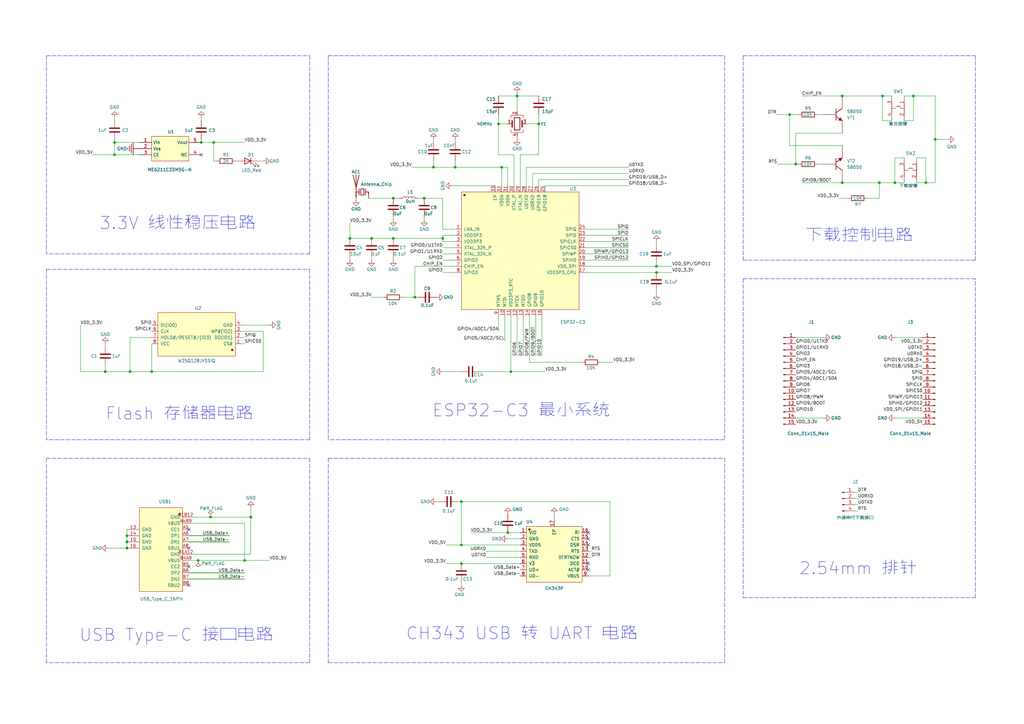
<source format=kicad_sch>
(kicad_sch (version 20211123) (generator eeschema)

  (uuid 50397beb-4ccc-41d0-957c-018e540a45ce)

  (paper "A3")

  (title_block
    (title "UINIO-MCU-ESP32C3")
    (date "2022-12-08")
    (rev "Version 1.0.0")
    (company "电子技术博客 UinIO.com")
  )

  (lib_symbols
    (symbol "Connector:Conn_01x04_Male" (pin_names (offset 1.016) hide) (in_bom yes) (on_board yes)
      (property "Reference" "J" (id 0) (at 0 5.08 0)
        (effects (font (size 1.27 1.27)))
      )
      (property "Value" "Conn_01x04_Male" (id 1) (at 0 -7.62 0)
        (effects (font (size 1.27 1.27)))
      )
      (property "Footprint" "" (id 2) (at 0 0 0)
        (effects (font (size 1.27 1.27)) hide)
      )
      (property "Datasheet" "~" (id 3) (at 0 0 0)
        (effects (font (size 1.27 1.27)) hide)
      )
      (property "ki_keywords" "connector" (id 4) (at 0 0 0)
        (effects (font (size 1.27 1.27)) hide)
      )
      (property "ki_description" "Generic connector, single row, 01x04, script generated (kicad-library-utils/schlib/autogen/connector/)" (id 5) (at 0 0 0)
        (effects (font (size 1.27 1.27)) hide)
      )
      (property "ki_fp_filters" "Connector*:*_1x??_*" (id 6) (at 0 0 0)
        (effects (font (size 1.27 1.27)) hide)
      )
      (symbol "Conn_01x04_Male_1_1"
        (polyline
          (pts
            (xy 1.27 -5.08)
            (xy 0.8636 -5.08)
          )
          (stroke (width 0.1524) (type default) (color 0 0 0 0))
          (fill (type none))
        )
        (polyline
          (pts
            (xy 1.27 -2.54)
            (xy 0.8636 -2.54)
          )
          (stroke (width 0.1524) (type default) (color 0 0 0 0))
          (fill (type none))
        )
        (polyline
          (pts
            (xy 1.27 0)
            (xy 0.8636 0)
          )
          (stroke (width 0.1524) (type default) (color 0 0 0 0))
          (fill (type none))
        )
        (polyline
          (pts
            (xy 1.27 2.54)
            (xy 0.8636 2.54)
          )
          (stroke (width 0.1524) (type default) (color 0 0 0 0))
          (fill (type none))
        )
        (rectangle (start 0.8636 -4.953) (end 0 -5.207)
          (stroke (width 0.1524) (type default) (color 0 0 0 0))
          (fill (type outline))
        )
        (rectangle (start 0.8636 -2.413) (end 0 -2.667)
          (stroke (width 0.1524) (type default) (color 0 0 0 0))
          (fill (type outline))
        )
        (rectangle (start 0.8636 0.127) (end 0 -0.127)
          (stroke (width 0.1524) (type default) (color 0 0 0 0))
          (fill (type outline))
        )
        (rectangle (start 0.8636 2.667) (end 0 2.413)
          (stroke (width 0.1524) (type default) (color 0 0 0 0))
          (fill (type outline))
        )
        (pin passive line (at 5.08 2.54 180) (length 3.81)
          (name "Pin_1" (effects (font (size 1.27 1.27))))
          (number "1" (effects (font (size 1.27 1.27))))
        )
        (pin passive line (at 5.08 0 180) (length 3.81)
          (name "Pin_2" (effects (font (size 1.27 1.27))))
          (number "2" (effects (font (size 1.27 1.27))))
        )
        (pin passive line (at 5.08 -2.54 180) (length 3.81)
          (name "Pin_3" (effects (font (size 1.27 1.27))))
          (number "3" (effects (font (size 1.27 1.27))))
        )
        (pin passive line (at 5.08 -5.08 180) (length 3.81)
          (name "Pin_4" (effects (font (size 1.27 1.27))))
          (number "4" (effects (font (size 1.27 1.27))))
        )
      )
    )
    (symbol "Connector:Conn_01x15_Male" (pin_names (offset 1.016) hide) (in_bom yes) (on_board yes)
      (property "Reference" "J" (id 0) (at 0 20.32 0)
        (effects (font (size 1.27 1.27)))
      )
      (property "Value" "Conn_01x15_Male" (id 1) (at 0 -20.32 0)
        (effects (font (size 1.27 1.27)))
      )
      (property "Footprint" "" (id 2) (at 0 0 0)
        (effects (font (size 1.27 1.27)) hide)
      )
      (property "Datasheet" "~" (id 3) (at 0 0 0)
        (effects (font (size 1.27 1.27)) hide)
      )
      (property "ki_keywords" "connector" (id 4) (at 0 0 0)
        (effects (font (size 1.27 1.27)) hide)
      )
      (property "ki_description" "Generic connector, single row, 01x15, script generated (kicad-library-utils/schlib/autogen/connector/)" (id 5) (at 0 0 0)
        (effects (font (size 1.27 1.27)) hide)
      )
      (property "ki_fp_filters" "Connector*:*_1x??_*" (id 6) (at 0 0 0)
        (effects (font (size 1.27 1.27)) hide)
      )
      (symbol "Conn_01x15_Male_1_1"
        (polyline
          (pts
            (xy 1.27 -17.78)
            (xy 0.8636 -17.78)
          )
          (stroke (width 0.1524) (type default) (color 0 0 0 0))
          (fill (type none))
        )
        (polyline
          (pts
            (xy 1.27 -15.24)
            (xy 0.8636 -15.24)
          )
          (stroke (width 0.1524) (type default) (color 0 0 0 0))
          (fill (type none))
        )
        (polyline
          (pts
            (xy 1.27 -12.7)
            (xy 0.8636 -12.7)
          )
          (stroke (width 0.1524) (type default) (color 0 0 0 0))
          (fill (type none))
        )
        (polyline
          (pts
            (xy 1.27 -10.16)
            (xy 0.8636 -10.16)
          )
          (stroke (width 0.1524) (type default) (color 0 0 0 0))
          (fill (type none))
        )
        (polyline
          (pts
            (xy 1.27 -7.62)
            (xy 0.8636 -7.62)
          )
          (stroke (width 0.1524) (type default) (color 0 0 0 0))
          (fill (type none))
        )
        (polyline
          (pts
            (xy 1.27 -5.08)
            (xy 0.8636 -5.08)
          )
          (stroke (width 0.1524) (type default) (color 0 0 0 0))
          (fill (type none))
        )
        (polyline
          (pts
            (xy 1.27 -2.54)
            (xy 0.8636 -2.54)
          )
          (stroke (width 0.1524) (type default) (color 0 0 0 0))
          (fill (type none))
        )
        (polyline
          (pts
            (xy 1.27 0)
            (xy 0.8636 0)
          )
          (stroke (width 0.1524) (type default) (color 0 0 0 0))
          (fill (type none))
        )
        (polyline
          (pts
            (xy 1.27 2.54)
            (xy 0.8636 2.54)
          )
          (stroke (width 0.1524) (type default) (color 0 0 0 0))
          (fill (type none))
        )
        (polyline
          (pts
            (xy 1.27 5.08)
            (xy 0.8636 5.08)
          )
          (stroke (width 0.1524) (type default) (color 0 0 0 0))
          (fill (type none))
        )
        (polyline
          (pts
            (xy 1.27 7.62)
            (xy 0.8636 7.62)
          )
          (stroke (width 0.1524) (type default) (color 0 0 0 0))
          (fill (type none))
        )
        (polyline
          (pts
            (xy 1.27 10.16)
            (xy 0.8636 10.16)
          )
          (stroke (width 0.1524) (type default) (color 0 0 0 0))
          (fill (type none))
        )
        (polyline
          (pts
            (xy 1.27 12.7)
            (xy 0.8636 12.7)
          )
          (stroke (width 0.1524) (type default) (color 0 0 0 0))
          (fill (type none))
        )
        (polyline
          (pts
            (xy 1.27 15.24)
            (xy 0.8636 15.24)
          )
          (stroke (width 0.1524) (type default) (color 0 0 0 0))
          (fill (type none))
        )
        (polyline
          (pts
            (xy 1.27 17.78)
            (xy 0.8636 17.78)
          )
          (stroke (width 0.1524) (type default) (color 0 0 0 0))
          (fill (type none))
        )
        (rectangle (start 0.8636 -17.653) (end 0 -17.907)
          (stroke (width 0.1524) (type default) (color 0 0 0 0))
          (fill (type outline))
        )
        (rectangle (start 0.8636 -15.113) (end 0 -15.367)
          (stroke (width 0.1524) (type default) (color 0 0 0 0))
          (fill (type outline))
        )
        (rectangle (start 0.8636 -12.573) (end 0 -12.827)
          (stroke (width 0.1524) (type default) (color 0 0 0 0))
          (fill (type outline))
        )
        (rectangle (start 0.8636 -10.033) (end 0 -10.287)
          (stroke (width 0.1524) (type default) (color 0 0 0 0))
          (fill (type outline))
        )
        (rectangle (start 0.8636 -7.493) (end 0 -7.747)
          (stroke (width 0.1524) (type default) (color 0 0 0 0))
          (fill (type outline))
        )
        (rectangle (start 0.8636 -4.953) (end 0 -5.207)
          (stroke (width 0.1524) (type default) (color 0 0 0 0))
          (fill (type outline))
        )
        (rectangle (start 0.8636 -2.413) (end 0 -2.667)
          (stroke (width 0.1524) (type default) (color 0 0 0 0))
          (fill (type outline))
        )
        (rectangle (start 0.8636 0.127) (end 0 -0.127)
          (stroke (width 0.1524) (type default) (color 0 0 0 0))
          (fill (type outline))
        )
        (rectangle (start 0.8636 2.667) (end 0 2.413)
          (stroke (width 0.1524) (type default) (color 0 0 0 0))
          (fill (type outline))
        )
        (rectangle (start 0.8636 5.207) (end 0 4.953)
          (stroke (width 0.1524) (type default) (color 0 0 0 0))
          (fill (type outline))
        )
        (rectangle (start 0.8636 7.747) (end 0 7.493)
          (stroke (width 0.1524) (type default) (color 0 0 0 0))
          (fill (type outline))
        )
        (rectangle (start 0.8636 10.287) (end 0 10.033)
          (stroke (width 0.1524) (type default) (color 0 0 0 0))
          (fill (type outline))
        )
        (rectangle (start 0.8636 12.827) (end 0 12.573)
          (stroke (width 0.1524) (type default) (color 0 0 0 0))
          (fill (type outline))
        )
        (rectangle (start 0.8636 15.367) (end 0 15.113)
          (stroke (width 0.1524) (type default) (color 0 0 0 0))
          (fill (type outline))
        )
        (rectangle (start 0.8636 17.907) (end 0 17.653)
          (stroke (width 0.1524) (type default) (color 0 0 0 0))
          (fill (type outline))
        )
        (pin passive line (at 5.08 17.78 180) (length 3.81)
          (name "Pin_1" (effects (font (size 1.27 1.27))))
          (number "1" (effects (font (size 1.27 1.27))))
        )
        (pin passive line (at 5.08 -5.08 180) (length 3.81)
          (name "Pin_10" (effects (font (size 1.27 1.27))))
          (number "10" (effects (font (size 1.27 1.27))))
        )
        (pin passive line (at 5.08 -7.62 180) (length 3.81)
          (name "Pin_11" (effects (font (size 1.27 1.27))))
          (number "11" (effects (font (size 1.27 1.27))))
        )
        (pin passive line (at 5.08 -10.16 180) (length 3.81)
          (name "Pin_12" (effects (font (size 1.27 1.27))))
          (number "12" (effects (font (size 1.27 1.27))))
        )
        (pin passive line (at 5.08 -12.7 180) (length 3.81)
          (name "Pin_13" (effects (font (size 1.27 1.27))))
          (number "13" (effects (font (size 1.27 1.27))))
        )
        (pin passive line (at 5.08 -15.24 180) (length 3.81)
          (name "Pin_14" (effects (font (size 1.27 1.27))))
          (number "14" (effects (font (size 1.27 1.27))))
        )
        (pin passive line (at 5.08 -17.78 180) (length 3.81)
          (name "Pin_15" (effects (font (size 1.27 1.27))))
          (number "15" (effects (font (size 1.27 1.27))))
        )
        (pin passive line (at 5.08 15.24 180) (length 3.81)
          (name "Pin_2" (effects (font (size 1.27 1.27))))
          (number "2" (effects (font (size 1.27 1.27))))
        )
        (pin passive line (at 5.08 12.7 180) (length 3.81)
          (name "Pin_3" (effects (font (size 1.27 1.27))))
          (number "3" (effects (font (size 1.27 1.27))))
        )
        (pin passive line (at 5.08 10.16 180) (length 3.81)
          (name "Pin_4" (effects (font (size 1.27 1.27))))
          (number "4" (effects (font (size 1.27 1.27))))
        )
        (pin passive line (at 5.08 7.62 180) (length 3.81)
          (name "Pin_5" (effects (font (size 1.27 1.27))))
          (number "5" (effects (font (size 1.27 1.27))))
        )
        (pin passive line (at 5.08 5.08 180) (length 3.81)
          (name "Pin_6" (effects (font (size 1.27 1.27))))
          (number "6" (effects (font (size 1.27 1.27))))
        )
        (pin passive line (at 5.08 2.54 180) (length 3.81)
          (name "Pin_7" (effects (font (size 1.27 1.27))))
          (number "7" (effects (font (size 1.27 1.27))))
        )
        (pin passive line (at 5.08 0 180) (length 3.81)
          (name "Pin_8" (effects (font (size 1.27 1.27))))
          (number "8" (effects (font (size 1.27 1.27))))
        )
        (pin passive line (at 5.08 -2.54 180) (length 3.81)
          (name "Pin_9" (effects (font (size 1.27 1.27))))
          (number "9" (effects (font (size 1.27 1.27))))
        )
      )
    )
    (symbol "Device:Antenna_Chip" (pin_numbers hide) (pin_names (offset 1.016) hide) (in_bom yes) (on_board yes)
      (property "Reference" "AE" (id 0) (at 0 5.08 0)
        (effects (font (size 1.27 1.27)) (justify right))
      )
      (property "Value" "Antenna_Chip" (id 1) (at 0 3.175 0)
        (effects (font (size 1.27 1.27)) (justify right))
      )
      (property "Footprint" "" (id 2) (at -2.54 4.445 0)
        (effects (font (size 1.27 1.27)) hide)
      )
      (property "Datasheet" "~" (id 3) (at -2.54 4.445 0)
        (effects (font (size 1.27 1.27)) hide)
      )
      (property "ki_keywords" "antenna" (id 4) (at 0 0 0)
        (effects (font (size 1.27 1.27)) hide)
      )
      (property "ki_description" "Ceramic chip antenna with pin for PCB trace" (id 5) (at 0 0 0)
        (effects (font (size 1.27 1.27)) hide)
      )
      (symbol "Antenna_Chip_0_1"
        (polyline
          (pts
            (xy -2.54 0)
            (xy -2.54 -0.635)
          )
          (stroke (width 0.254) (type default) (color 0 0 0 0))
          (fill (type none))
        )
        (polyline
          (pts
            (xy -2.54 0)
            (xy -1.27 0)
          )
          (stroke (width 0.254) (type default) (color 0 0 0 0))
          (fill (type none))
        )
        (polyline
          (pts
            (xy 1.27 0)
            (xy 2.54 0)
          )
          (stroke (width 0.254) (type default) (color 0 0 0 0))
          (fill (type none))
        )
        (polyline
          (pts
            (xy 1.27 1.27)
            (xy 1.27 -1.27)
          )
          (stroke (width 0.254) (type default) (color 0 0 0 0))
          (fill (type none))
        )
        (polyline
          (pts
            (xy 2.54 -0.635)
            (xy 2.54 0)
          )
          (stroke (width 0) (type default) (color 0 0 0 0))
          (fill (type none))
        )
        (polyline
          (pts
            (xy 2.54 6.985)
            (xy 2.54 -1.905)
          )
          (stroke (width 0.254) (type default) (color 0 0 0 0))
          (fill (type none))
        )
        (polyline
          (pts
            (xy -1.27 1.27)
            (xy -1.27 -1.27)
            (xy -1.27 0)
          )
          (stroke (width 0.254) (type default) (color 0 0 0 0))
          (fill (type none))
        )
        (polyline
          (pts
            (xy 3.81 6.985)
            (xy 2.54 1.905)
            (xy 1.27 6.985)
          )
          (stroke (width 0.254) (type default) (color 0 0 0 0))
          (fill (type none))
        )
        (polyline
          (pts
            (xy -0.635 1.27)
            (xy 0.635 1.27)
            (xy 0.635 -1.27)
            (xy -0.635 -1.27)
            (xy -0.635 1.27)
          )
          (stroke (width 0.254) (type default) (color 0 0 0 0))
          (fill (type none))
        )
      )
      (symbol "Antenna_Chip_1_1"
        (pin input line (at -2.54 -2.54 90) (length 2.54)
          (name "FEED" (effects (font (size 1.27 1.27))))
          (number "1" (effects (font (size 1.27 1.27))))
        )
        (pin passive line (at 2.54 -2.54 90) (length 2.54)
          (name "PCB_Trace" (effects (font (size 1.27 1.27))))
          (number "2" (effects (font (size 1.27 1.27))))
        )
      )
    )
    (symbol "Device:C" (pin_numbers hide) (pin_names (offset 0.254)) (in_bom yes) (on_board yes)
      (property "Reference" "C" (id 0) (at 0.635 2.54 0)
        (effects (font (size 1.27 1.27)) (justify left))
      )
      (property "Value" "C" (id 1) (at 0.635 -2.54 0)
        (effects (font (size 1.27 1.27)) (justify left))
      )
      (property "Footprint" "" (id 2) (at 0.9652 -3.81 0)
        (effects (font (size 1.27 1.27)) hide)
      )
      (property "Datasheet" "~" (id 3) (at 0 0 0)
        (effects (font (size 1.27 1.27)) hide)
      )
      (property "ki_keywords" "cap capacitor" (id 4) (at 0 0 0)
        (effects (font (size 1.27 1.27)) hide)
      )
      (property "ki_description" "Unpolarized capacitor" (id 5) (at 0 0 0)
        (effects (font (size 1.27 1.27)) hide)
      )
      (property "ki_fp_filters" "C_*" (id 6) (at 0 0 0)
        (effects (font (size 1.27 1.27)) hide)
      )
      (symbol "C_0_1"
        (polyline
          (pts
            (xy -2.032 -0.762)
            (xy 2.032 -0.762)
          )
          (stroke (width 0.508) (type default) (color 0 0 0 0))
          (fill (type none))
        )
        (polyline
          (pts
            (xy -2.032 0.762)
            (xy 2.032 0.762)
          )
          (stroke (width 0.508) (type default) (color 0 0 0 0))
          (fill (type none))
        )
      )
      (symbol "C_1_1"
        (pin passive line (at 0 3.81 270) (length 2.794)
          (name "~" (effects (font (size 1.27 1.27))))
          (number "1" (effects (font (size 1.27 1.27))))
        )
        (pin passive line (at 0 -3.81 90) (length 2.794)
          (name "~" (effects (font (size 1.27 1.27))))
          (number "2" (effects (font (size 1.27 1.27))))
        )
      )
    )
    (symbol "Device:Crystal_GND24" (pin_names (offset 1.016) hide) (in_bom yes) (on_board yes)
      (property "Reference" "Y" (id 0) (at 3.175 5.08 0)
        (effects (font (size 1.27 1.27)) (justify left))
      )
      (property "Value" "Crystal_GND24" (id 1) (at 3.175 3.175 0)
        (effects (font (size 1.27 1.27)) (justify left))
      )
      (property "Footprint" "" (id 2) (at 0 0 0)
        (effects (font (size 1.27 1.27)) hide)
      )
      (property "Datasheet" "~" (id 3) (at 0 0 0)
        (effects (font (size 1.27 1.27)) hide)
      )
      (property "ki_keywords" "quartz ceramic resonator oscillator" (id 4) (at 0 0 0)
        (effects (font (size 1.27 1.27)) hide)
      )
      (property "ki_description" "Four pin crystal, GND on pins 2 and 4" (id 5) (at 0 0 0)
        (effects (font (size 1.27 1.27)) hide)
      )
      (property "ki_fp_filters" "Crystal*" (id 6) (at 0 0 0)
        (effects (font (size 1.27 1.27)) hide)
      )
      (symbol "Crystal_GND24_0_1"
        (rectangle (start -1.143 2.54) (end 1.143 -2.54)
          (stroke (width 0.3048) (type default) (color 0 0 0 0))
          (fill (type none))
        )
        (polyline
          (pts
            (xy -2.54 0)
            (xy -2.032 0)
          )
          (stroke (width 0) (type default) (color 0 0 0 0))
          (fill (type none))
        )
        (polyline
          (pts
            (xy -2.032 -1.27)
            (xy -2.032 1.27)
          )
          (stroke (width 0.508) (type default) (color 0 0 0 0))
          (fill (type none))
        )
        (polyline
          (pts
            (xy 0 -3.81)
            (xy 0 -3.556)
          )
          (stroke (width 0) (type default) (color 0 0 0 0))
          (fill (type none))
        )
        (polyline
          (pts
            (xy 0 3.556)
            (xy 0 3.81)
          )
          (stroke (width 0) (type default) (color 0 0 0 0))
          (fill (type none))
        )
        (polyline
          (pts
            (xy 2.032 -1.27)
            (xy 2.032 1.27)
          )
          (stroke (width 0.508) (type default) (color 0 0 0 0))
          (fill (type none))
        )
        (polyline
          (pts
            (xy 2.032 0)
            (xy 2.54 0)
          )
          (stroke (width 0) (type default) (color 0 0 0 0))
          (fill (type none))
        )
        (polyline
          (pts
            (xy -2.54 -2.286)
            (xy -2.54 -3.556)
            (xy 2.54 -3.556)
            (xy 2.54 -2.286)
          )
          (stroke (width 0) (type default) (color 0 0 0 0))
          (fill (type none))
        )
        (polyline
          (pts
            (xy -2.54 2.286)
            (xy -2.54 3.556)
            (xy 2.54 3.556)
            (xy 2.54 2.286)
          )
          (stroke (width 0) (type default) (color 0 0 0 0))
          (fill (type none))
        )
      )
      (symbol "Crystal_GND24_1_1"
        (pin passive line (at -3.81 0 0) (length 1.27)
          (name "1" (effects (font (size 1.27 1.27))))
          (number "1" (effects (font (size 1.27 1.27))))
        )
        (pin passive line (at 0 5.08 270) (length 1.27)
          (name "2" (effects (font (size 1.27 1.27))))
          (number "2" (effects (font (size 1.27 1.27))))
        )
        (pin passive line (at 3.81 0 180) (length 1.27)
          (name "3" (effects (font (size 1.27 1.27))))
          (number "3" (effects (font (size 1.27 1.27))))
        )
        (pin passive line (at 0 -5.08 90) (length 1.27)
          (name "4" (effects (font (size 1.27 1.27))))
          (number "4" (effects (font (size 1.27 1.27))))
        )
      )
    )
    (symbol "Device:L" (pin_numbers hide) (pin_names (offset 1.016) hide) (in_bom yes) (on_board yes)
      (property "Reference" "L" (id 0) (at -1.27 0 90)
        (effects (font (size 1.27 1.27)))
      )
      (property "Value" "L" (id 1) (at 1.905 0 90)
        (effects (font (size 1.27 1.27)))
      )
      (property "Footprint" "" (id 2) (at 0 0 0)
        (effects (font (size 1.27 1.27)) hide)
      )
      (property "Datasheet" "~" (id 3) (at 0 0 0)
        (effects (font (size 1.27 1.27)) hide)
      )
      (property "ki_keywords" "inductor choke coil reactor magnetic" (id 4) (at 0 0 0)
        (effects (font (size 1.27 1.27)) hide)
      )
      (property "ki_description" "Inductor" (id 5) (at 0 0 0)
        (effects (font (size 1.27 1.27)) hide)
      )
      (property "ki_fp_filters" "Choke_* *Coil* Inductor_* L_*" (id 6) (at 0 0 0)
        (effects (font (size 1.27 1.27)) hide)
      )
      (symbol "L_0_1"
        (arc (start 0 -2.54) (mid 0.635 -1.905) (end 0 -1.27)
          (stroke (width 0) (type default) (color 0 0 0 0))
          (fill (type none))
        )
        (arc (start 0 -1.27) (mid 0.635 -0.635) (end 0 0)
          (stroke (width 0) (type default) (color 0 0 0 0))
          (fill (type none))
        )
        (arc (start 0 0) (mid 0.635 0.635) (end 0 1.27)
          (stroke (width 0) (type default) (color 0 0 0 0))
          (fill (type none))
        )
        (arc (start 0 1.27) (mid 0.635 1.905) (end 0 2.54)
          (stroke (width 0) (type default) (color 0 0 0 0))
          (fill (type none))
        )
      )
      (symbol "L_1_1"
        (pin passive line (at 0 3.81 270) (length 1.27)
          (name "1" (effects (font (size 1.27 1.27))))
          (number "1" (effects (font (size 1.27 1.27))))
        )
        (pin passive line (at 0 -3.81 90) (length 1.27)
          (name "2" (effects (font (size 1.27 1.27))))
          (number "2" (effects (font (size 1.27 1.27))))
        )
      )
    )
    (symbol "Device:LED" (pin_numbers hide) (pin_names (offset 1.016) hide) (in_bom yes) (on_board yes)
      (property "Reference" "D" (id 0) (at 0 2.54 0)
        (effects (font (size 1.27 1.27)))
      )
      (property "Value" "LED" (id 1) (at 0 -2.54 0)
        (effects (font (size 1.27 1.27)))
      )
      (property "Footprint" "" (id 2) (at 0 0 0)
        (effects (font (size 1.27 1.27)) hide)
      )
      (property "Datasheet" "~" (id 3) (at 0 0 0)
        (effects (font (size 1.27 1.27)) hide)
      )
      (property "ki_keywords" "LED diode" (id 4) (at 0 0 0)
        (effects (font (size 1.27 1.27)) hide)
      )
      (property "ki_description" "Light emitting diode" (id 5) (at 0 0 0)
        (effects (font (size 1.27 1.27)) hide)
      )
      (property "ki_fp_filters" "LED* LED_SMD:* LED_THT:*" (id 6) (at 0 0 0)
        (effects (font (size 1.27 1.27)) hide)
      )
      (symbol "LED_0_1"
        (polyline
          (pts
            (xy -1.27 -1.27)
            (xy -1.27 1.27)
          )
          (stroke (width 0.254) (type default) (color 0 0 0 0))
          (fill (type none))
        )
        (polyline
          (pts
            (xy -1.27 0)
            (xy 1.27 0)
          )
          (stroke (width 0) (type default) (color 0 0 0 0))
          (fill (type none))
        )
        (polyline
          (pts
            (xy 1.27 -1.27)
            (xy 1.27 1.27)
            (xy -1.27 0)
            (xy 1.27 -1.27)
          )
          (stroke (width 0.254) (type default) (color 0 0 0 0))
          (fill (type none))
        )
        (polyline
          (pts
            (xy -3.048 -0.762)
            (xy -4.572 -2.286)
            (xy -3.81 -2.286)
            (xy -4.572 -2.286)
            (xy -4.572 -1.524)
          )
          (stroke (width 0) (type default) (color 0 0 0 0))
          (fill (type none))
        )
        (polyline
          (pts
            (xy -1.778 -0.762)
            (xy -3.302 -2.286)
            (xy -2.54 -2.286)
            (xy -3.302 -2.286)
            (xy -3.302 -1.524)
          )
          (stroke (width 0) (type default) (color 0 0 0 0))
          (fill (type none))
        )
      )
      (symbol "LED_1_1"
        (pin passive line (at -3.81 0 0) (length 2.54)
          (name "K" (effects (font (size 1.27 1.27))))
          (number "1" (effects (font (size 1.27 1.27))))
        )
        (pin passive line (at 3.81 0 180) (length 2.54)
          (name "A" (effects (font (size 1.27 1.27))))
          (number "2" (effects (font (size 1.27 1.27))))
        )
      )
    )
    (symbol "Device:R" (pin_numbers hide) (pin_names (offset 0)) (in_bom yes) (on_board yes)
      (property "Reference" "R" (id 0) (at 2.032 0 90)
        (effects (font (size 1.27 1.27)))
      )
      (property "Value" "R" (id 1) (at 0 0 90)
        (effects (font (size 1.27 1.27)))
      )
      (property "Footprint" "" (id 2) (at -1.778 0 90)
        (effects (font (size 1.27 1.27)) hide)
      )
      (property "Datasheet" "~" (id 3) (at 0 0 0)
        (effects (font (size 1.27 1.27)) hide)
      )
      (property "ki_keywords" "R res resistor" (id 4) (at 0 0 0)
        (effects (font (size 1.27 1.27)) hide)
      )
      (property "ki_description" "Resistor" (id 5) (at 0 0 0)
        (effects (font (size 1.27 1.27)) hide)
      )
      (property "ki_fp_filters" "R_*" (id 6) (at 0 0 0)
        (effects (font (size 1.27 1.27)) hide)
      )
      (symbol "R_0_1"
        (rectangle (start -1.016 -2.54) (end 1.016 2.54)
          (stroke (width 0.254) (type default) (color 0 0 0 0))
          (fill (type none))
        )
      )
      (symbol "R_1_1"
        (pin passive line (at 0 3.81 270) (length 1.27)
          (name "~" (effects (font (size 1.27 1.27))))
          (number "1" (effects (font (size 1.27 1.27))))
        )
        (pin passive line (at 0 -3.81 90) (length 1.27)
          (name "~" (effects (font (size 1.27 1.27))))
          (number "2" (effects (font (size 1.27 1.27))))
        )
      )
    )
    (symbol "Uinio:CH343P" (pin_names (offset 1.016)) (in_bom yes) (on_board yes)
      (property "Reference" "U" (id 0) (at 0 16.9926 0)
        (effects (font (size 1.27 1.27)))
      )
      (property "Value" "CH343P" (id 1) (at 0 19.05 0)
        (effects (font (size 1.27 1.27)))
      )
      (property "Footprint" "Uinio:TQFN-16_L3.0-W3.0-P0.50-BL-EP1.7" (id 2) (at 2.54 -13.97 0)
        (effects (font (size 1.27 1.27)) hide)
      )
      (property "Datasheet" "" (id 3) (at 0 6.8072 0)
        (effects (font (size 1.27 1.27)) hide)
      )
      (property "SuppliersPartNumber" "C2846043" (id 4) (at 0 1.7272 0)
        (effects (font (size 1.27 1.27)) hide)
      )
      (property "uuid" "std:7d19d6f006684f60afb0c218c16ed1d9" (id 5) (at 2.54 -16.51 0)
        (effects (font (size 1.27 1.27)) hide)
      )
      (symbol "CH343P_1_1"
        (rectangle (start -11.43 11.43) (end 11.43 -11.43)
          (stroke (width 0.1524) (type default) (color 0 0 0 0))
          (fill (type background))
        )
        (circle (center -10.16 10.16) (radius 0.381)
          (stroke (width 0.1524) (type default) (color 0 0 0 0))
          (fill (type outline))
        )
        (pin input line (at -13.97 8.89 0) (length 2.54)
          (name "VIO" (effects (font (size 1.27 1.27))))
          (number "1" (effects (font (size 1.27 1.27))))
        )
        (pin input line (at 13.97 -6.35 180) (length 2.54)
          (name "ACT#" (effects (font (size 1.27 1.27))))
          (number "10" (effects (font (size 1.27 1.27))))
        )
        (pin input line (at 13.97 -3.81 180) (length 2.54)
          (name "DCD" (effects (font (size 1.27 1.27))))
          (number "11" (effects (font (size 1.27 1.27))))
        )
        (pin input line (at 13.97 -1.27 180) (length 2.54)
          (name "DTRTNOW" (effects (font (size 1.27 1.27))))
          (number "12" (effects (font (size 1.27 1.27))))
        )
        (pin input line (at 13.97 1.27 180) (length 2.54)
          (name "RTS" (effects (font (size 1.27 1.27))))
          (number "13" (effects (font (size 1.27 1.27))))
        )
        (pin input line (at 13.97 3.81 180) (length 2.54)
          (name "DSR" (effects (font (size 1.27 1.27))))
          (number "14" (effects (font (size 1.27 1.27))))
        )
        (pin input line (at 13.97 6.35 180) (length 2.54)
          (name "CTS" (effects (font (size 1.27 1.27))))
          (number "15" (effects (font (size 1.27 1.27))))
        )
        (pin input line (at 13.97 8.89 180) (length 2.54)
          (name "RI" (effects (font (size 1.27 1.27))))
          (number "16" (effects (font (size 1.27 1.27))))
        )
        (pin input line (at 0 13.97 270) (length 2.54)
          (name "EP" (effects (font (size 1.27 1.27))))
          (number "17" (effects (font (size 1.27 1.27))))
        )
        (pin input line (at -13.97 6.35 0) (length 2.54)
          (name "GND" (effects (font (size 1.27 1.27))))
          (number "2" (effects (font (size 1.27 1.27))))
        )
        (pin input line (at -13.97 3.81 0) (length 2.54)
          (name "VDD5" (effects (font (size 1.27 1.27))))
          (number "3" (effects (font (size 1.27 1.27))))
        )
        (pin input line (at -13.97 1.27 0) (length 2.54)
          (name "TXD" (effects (font (size 1.27 1.27))))
          (number "4" (effects (font (size 1.27 1.27))))
        )
        (pin input line (at -13.97 -1.27 0) (length 2.54)
          (name "RXD" (effects (font (size 1.27 1.27))))
          (number "5" (effects (font (size 1.27 1.27))))
        )
        (pin input line (at -13.97 -3.81 0) (length 2.54)
          (name "V3" (effects (font (size 1.27 1.27))))
          (number "6" (effects (font (size 1.27 1.27))))
        )
        (pin input line (at -13.97 -6.35 0) (length 2.54)
          (name "UD+" (effects (font (size 1.27 1.27))))
          (number "7" (effects (font (size 1.27 1.27))))
        )
        (pin input line (at -13.97 -8.89 0) (length 2.54)
          (name "UD-" (effects (font (size 1.27 1.27))))
          (number "8" (effects (font (size 1.27 1.27))))
        )
        (pin input line (at 13.97 -8.89 180) (length 2.54)
          (name "VBUS" (effects (font (size 1.27 1.27))))
          (number "9" (effects (font (size 1.27 1.27))))
        )
      )
    )
    (symbol "Uinio:ESP32-C3" (pin_names (offset 1.016)) (in_bom yes) (on_board yes)
      (property "Reference" "U?" (id 0) (at 3.81 33.02 0)
        (effects (font (size 1.27 1.27)))
      )
      (property "Value" "ESP32-C3" (id 1) (at 5.08 -33.02 0)
        (effects (font (size 1.27 1.27)))
      )
      (property "Footprint" "Uinio:QFN-32_L5.0-W5.0-P0.50-TL-EP3.7" (id 2) (at 5.08 -38.1 0)
        (effects (font (size 1.27 1.27)) hide)
      )
      (property "Datasheet" "" (id 3) (at 0 19.6596 0)
        (effects (font (size 1.27 1.27)) hide)
      )
      (property "SuppliersPartNumber" "C2838500" (id 4) (at 0 14.5796 0)
        (effects (font (size 1.27 1.27)) hide)
      )
      (property "uuid" "std:eaf37c2b292749de92559c0e914f3f30" (id 5) (at 6.35 -41.91 0)
        (effects (font (size 1.27 1.27)) hide)
      )
      (symbol "ESP32-C3_1_1"
        (rectangle (start -19.05 24.13) (end 29.21 -24.13)
          (stroke (width 0.1524) (type default) (color 0 0 0 0))
          (fill (type background))
        )
        (circle (center -17.78 22.86) (radius 0.381)
          (stroke (width 0.1524) (type default) (color 0 0 0 0))
          (fill (type outline))
        )
        (pin input line (at -21.59 8.89 0) (length 2.54)
          (name "LNA_IN" (effects (font (size 1.27 1.27))))
          (number "1" (effects (font (size 1.27 1.27))))
        )
        (pin input line (at -1.27 -26.67 90) (length 2.54)
          (name "MTDI" (effects (font (size 1.27 1.27))))
          (number "10" (effects (font (size 1.27 1.27))))
        )
        (pin input line (at 1.27 -26.67 90) (length 2.54)
          (name "VDD3P3_RTC" (effects (font (size 1.27 1.27))))
          (number "11" (effects (font (size 1.27 1.27))))
        )
        (pin input line (at 3.81 -26.67 90) (length 2.54)
          (name "MTCK" (effects (font (size 1.27 1.27))))
          (number "12" (effects (font (size 1.27 1.27))))
        )
        (pin input line (at 6.35 -26.67 90) (length 2.54)
          (name "MTDO" (effects (font (size 1.27 1.27))))
          (number "13" (effects (font (size 1.27 1.27))))
        )
        (pin input line (at 8.89 -26.67 90) (length 2.54)
          (name "GPIO8" (effects (font (size 1.27 1.27))))
          (number "14" (effects (font (size 1.27 1.27))))
        )
        (pin input line (at 11.43 -26.67 90) (length 2.54)
          (name "GPIO9" (effects (font (size 1.27 1.27))))
          (number "15" (effects (font (size 1.27 1.27))))
        )
        (pin input line (at 13.97 -26.67 90) (length 2.54)
          (name "GPIO10" (effects (font (size 1.27 1.27))))
          (number "16" (effects (font (size 1.27 1.27))))
        )
        (pin input line (at 31.75 -8.89 180) (length 2.54)
          (name "VDD3P3_CPU" (effects (font (size 1.27 1.27))))
          (number "17" (effects (font (size 1.27 1.27))))
        )
        (pin input line (at 31.75 -6.35 180) (length 2.54)
          (name "VDD_SPI" (effects (font (size 1.27 1.27))))
          (number "18" (effects (font (size 1.27 1.27))))
        )
        (pin input line (at 31.75 -3.81 180) (length 2.54)
          (name "SPIHD" (effects (font (size 1.27 1.27))))
          (number "19" (effects (font (size 1.27 1.27))))
        )
        (pin input line (at -21.59 6.35 0) (length 2.54)
          (name "VDD3P3" (effects (font (size 1.27 1.27))))
          (number "2" (effects (font (size 1.27 1.27))))
        )
        (pin input line (at 31.75 -1.27 180) (length 2.54)
          (name "SPIWP" (effects (font (size 1.27 1.27))))
          (number "20" (effects (font (size 1.27 1.27))))
        )
        (pin input line (at 31.75 1.27 180) (length 2.54)
          (name "SPICS0" (effects (font (size 1.27 1.27))))
          (number "21" (effects (font (size 1.27 1.27))))
        )
        (pin input line (at 31.75 3.81 180) (length 2.54)
          (name "SPICLK" (effects (font (size 1.27 1.27))))
          (number "22" (effects (font (size 1.27 1.27))))
        )
        (pin input line (at 31.75 6.35 180) (length 2.54)
          (name "SPID" (effects (font (size 1.27 1.27))))
          (number "23" (effects (font (size 1.27 1.27))))
        )
        (pin input line (at 31.75 8.89 180) (length 2.54)
          (name "SPIQ" (effects (font (size 1.27 1.27))))
          (number "24" (effects (font (size 1.27 1.27))))
        )
        (pin input line (at 15.24 26.67 270) (length 2.54)
          (name "GPIO18" (effects (font (size 1.27 1.27))))
          (number "25" (effects (font (size 1.27 1.27))))
        )
        (pin input line (at 12.7 26.67 270) (length 2.54)
          (name "GPIO19" (effects (font (size 1.27 1.27))))
          (number "26" (effects (font (size 1.27 1.27))))
        )
        (pin input line (at 10.16 26.67 270) (length 2.54)
          (name "U0RXD" (effects (font (size 1.27 1.27))))
          (number "27" (effects (font (size 1.27 1.27))))
        )
        (pin input line (at 7.62 26.67 270) (length 2.54)
          (name "U0TXD" (effects (font (size 1.27 1.27))))
          (number "28" (effects (font (size 1.27 1.27))))
        )
        (pin input line (at 5.08 26.67 270) (length 2.54)
          (name "XTAL_N" (effects (font (size 1.27 1.27))))
          (number "29" (effects (font (size 1.27 1.27))))
        )
        (pin input line (at -21.59 3.81 0) (length 2.54)
          (name "VDD3P3" (effects (font (size 1.27 1.27))))
          (number "3" (effects (font (size 1.27 1.27))))
        )
        (pin input line (at 2.54 26.67 270) (length 2.54)
          (name "XTAL_P" (effects (font (size 1.27 1.27))))
          (number "30" (effects (font (size 1.27 1.27))))
        )
        (pin input line (at 0 26.67 270) (length 2.54)
          (name "VDDA" (effects (font (size 1.27 1.27))))
          (number "31" (effects (font (size 1.27 1.27))))
        )
        (pin input line (at -2.54 26.67 270) (length 2.54)
          (name "VDDA" (effects (font (size 1.27 1.27))))
          (number "32" (effects (font (size 1.27 1.27))))
        )
        (pin input line (at -5.08 26.67 270) (length 2.54)
          (name "EP" (effects (font (size 1.27 1.27))))
          (number "33" (effects (font (size 1.27 1.27))))
        )
        (pin input line (at -21.59 1.27 0) (length 2.54)
          (name "XTAL_32K_P" (effects (font (size 1.27 1.27))))
          (number "4" (effects (font (size 1.27 1.27))))
        )
        (pin input line (at -21.59 -1.27 0) (length 2.54)
          (name "XTAL_32K_N" (effects (font (size 1.27 1.27))))
          (number "5" (effects (font (size 1.27 1.27))))
        )
        (pin input line (at -21.59 -3.81 0) (length 2.54)
          (name "GPIO2" (effects (font (size 1.27 1.27))))
          (number "6" (effects (font (size 1.27 1.27))))
        )
        (pin input line (at -21.59 -6.35 0) (length 2.54)
          (name "CHIP_EN" (effects (font (size 1.27 1.27))))
          (number "7" (effects (font (size 1.27 1.27))))
        )
        (pin input line (at -21.59 -8.89 0) (length 2.54)
          (name "GPIO3" (effects (font (size 1.27 1.27))))
          (number "8" (effects (font (size 1.27 1.27))))
        )
        (pin input line (at -3.81 -26.67 90) (length 2.54)
          (name "MTMS" (effects (font (size 1.27 1.27))))
          (number "9" (effects (font (size 1.27 1.27))))
        )
      )
    )
    (symbol "Uinio:GND" (power) (in_bom yes) (on_board yes)
      (property "Reference" "#PWR04" (id 0) (at 0 0 0)
        (effects (font (size 1.27 1.27)) hide)
      )
      (property "Value" "GND" (id 1) (at 0 6.35 90)
        (effects (font (size 1.27 1.27)) (justify right))
      )
      (property "Footprint" "" (id 2) (at 0 0 0)
        (effects (font (size 1.27 1.27)) hide)
      )
      (property "Datasheet" "" (id 3) (at 0 0 0)
        (effects (font (size 1.27 1.27)) hide)
      )
      (property "ki_keywords" "power-flag" (id 4) (at 0 0 0)
        (effects (font (size 1.27 1.27)) hide)
      )
      (property "ki_description" "电源符号创建名为 'GND' 的全局标签" (id 5) (at 0 0 0)
        (effects (font (size 1.27 1.27)) hide)
      )
      (symbol "GND_0_0"
        (polyline
          (pts
            (xy -2.54 -2.54)
            (xy 2.54 -2.54)
          )
          (stroke (width 0.254) (type default) (color 0 0 0 0))
          (fill (type none))
        )
        (polyline
          (pts
            (xy -1.778 -3.302)
            (xy 1.778 -3.302)
          )
          (stroke (width 0.254) (type default) (color 0 0 0 0))
          (fill (type none))
        )
        (polyline
          (pts
            (xy -1.016 -4.064)
            (xy 1.016 -4.064)
          )
          (stroke (width 0.254) (type default) (color 0 0 0 0))
          (fill (type none))
        )
        (polyline
          (pts
            (xy -0.254 -4.826)
            (xy 0.254 -4.826)
          )
          (stroke (width 0.254) (type default) (color 0 0 0 0))
          (fill (type none))
        )
        (polyline
          (pts
            (xy 0 0)
            (xy 0 -2.54)
          )
          (stroke (width 0.254) (type default) (color 0 0 0 0))
          (fill (type none))
        )
        (pin power_in line (at 0 0 0) (length 0) hide
          (name "GND" (effects (font (size 1.27 1.27))))
          (number "" (effects (font (size 1.27 1.27))))
        )
      )
    )
    (symbol "Uinio:Key_YTS_A016S_1" (pin_names (offset 1.016) hide) (in_bom yes) (on_board yes)
      (property "Reference" "SW" (id 0) (at 0 7.6962 0)
        (effects (font (size 1.27 1.27)))
      )
      (property "Value" "Key_YTS_A016S_1" (id 1) (at 0 12.7762 0)
        (effects (font (size 1.27 1.27)))
      )
      (property "Footprint" "Uinio:KEY-SMD_4P-L4.2-W3.4-P2.15-LS4.7" (id 2) (at 0 2.6162 0)
        (effects (font (size 1.27 1.27)) hide)
      )
      (property "Datasheet" "" (id 3) (at 0 -2.4638 0)
        (effects (font (size 1.27 1.27)) hide)
      )
      (property "SuppliersPartNumber" "C2910676" (id 4) (at 0 -7.5438 0)
        (effects (font (size 1.27 1.27)) hide)
      )
      (property "uuid" "std:78dd57beb35d4dda9340821b45cb0336" (id 5) (at 0 -7.5438 0)
        (effects (font (size 1.27 1.27)) hide)
      )
      (symbol "Key_YTS_A016S_1_1_1"
        (polyline
          (pts
            (xy -2.54 -2.54)
            (xy 2.54 -2.54)
          )
          (stroke (width 0.1524) (type default) (color 0 0 0 0))
          (fill (type none))
        )
        (polyline
          (pts
            (xy -2.54 2.54)
            (xy 2.54 2.54)
          )
          (stroke (width 0.1524) (type default) (color 0 0 0 0))
          (fill (type none))
        )
        (polyline
          (pts
            (xy -0.762 1.27)
            (xy -0.762 -1.016)
          )
          (stroke (width 0.1524) (type default) (color 0 0 0 0))
          (fill (type none))
        )
        (polyline
          (pts
            (xy 0 -2.54)
            (xy 0 -0.762)
          )
          (stroke (width 0.1524) (type default) (color 0 0 0 0))
          (fill (type none))
        )
        (polyline
          (pts
            (xy 0 1.524)
            (xy 0 0.762)
          )
          (stroke (width 0.1524) (type default) (color 0 0 0 0))
          (fill (type none))
        )
        (polyline
          (pts
            (xy 0 2.54)
            (xy 0 1.524)
          )
          (stroke (width 0.1524) (type default) (color 0 0 0 0))
          (fill (type none))
        )
        (polyline
          (pts
            (xy -0.762 0.254)
            (xy -1.016 0.254)
            (xy -1.016 0)
            (xy -0.762 0)
          )
          (stroke (width 0.1524) (type default) (color 0 0 0 0))
          (fill (type none))
        )
        (pin input line (at -5.08 2.54 0) (length 5.08)
          (name "1" (effects (font (size 1.27 1.27))))
          (number "1" (effects (font (size 1.27 1.27))))
        )
        (pin input line (at 5.08 2.54 180) (length 5.08)
          (name "2" (effects (font (size 1.27 1.27))))
          (number "2" (effects (font (size 1.27 1.27))))
        )
        (pin input line (at -5.08 -2.54 0) (length 5.08)
          (name "3" (effects (font (size 1.27 1.27))))
          (number "3" (effects (font (size 1.27 1.27))))
        )
        (pin input line (at 5.08 -2.54 180) (length 5.08)
          (name "4" (effects (font (size 1.27 1.27))))
          (number "4" (effects (font (size 1.27 1.27))))
        )
      )
    )
    (symbol "Uinio:ME6211" (in_bom yes) (on_board yes)
      (property "Reference" "V1" (id 0) (at 5.08 2.54 0)
        (effects (font (size 1.27 1.27)) (justify left bottom))
      )
      (property "Value" "ME6211" (id 1) (at 5.08 -10.16 0)
        (effects (font (size 1.27 1.27)) (justify left bottom))
      )
      (property "Footprint" "Uinio:SOT23-5" (id 2) (at 0 0 0)
        (effects (font (size 1.27 1.27)) hide)
      )
      (property "Datasheet" "" (id 3) (at 0 0 0)
        (effects (font (size 1.27 1.27)) hide)
      )
      (property "BOM名称" "低功耗LDO" (id 4) (at -8.128 -15.748 0)
        (effects (font (size 1.27 1.27)) (justify left bottom) hide)
      )
      (property "ki_description" "低功耗LDO" (id 5) (at 0 0 0)
        (effects (font (size 1.27 1.27)) hide)
      )
      (property "ki_fp_filters" "SOT23-5L" (id 6) (at 0 0 0)
        (effects (font (size 1.27 1.27)) hide)
      )
      (symbol "ME6211_1_0"
        (rectangle (start 20.32 2.54) (end 5.08 -7.62)
          (stroke (width 0) (type default) (color 0 0 0 0))
          (fill (type background))
        )
        (pin passive line (at 0 0 0) (length 5.08)
          (name "Vin" (effects (font (size 1.27 1.27))))
          (number "1" (effects (font (size 1.27 1.27))))
        )
        (pin passive line (at 0 -2.54 0) (length 5.08)
          (name "Vss" (effects (font (size 1.27 1.27))))
          (number "2" (effects (font (size 1.27 1.27))))
        )
        (pin passive line (at 0 -5.08 0) (length 5.08)
          (name "CE" (effects (font (size 1.27 1.27))))
          (number "3" (effects (font (size 1.27 1.27))))
        )
        (pin passive line (at 25.4 -5.08 180) (length 5.08)
          (name "NC" (effects (font (size 1.27 1.27))))
          (number "4" (effects (font (size 1.27 1.27))))
        )
        (pin passive line (at 25.4 0 180) (length 5.08)
          (name "Vout" (effects (font (size 1.27 1.27))))
          (number "5" (effects (font (size 1.27 1.27))))
        )
      )
    )
    (symbol "Uinio:S8050" (in_bom yes) (on_board yes)
      (property "Reference" "VT1" (id 0) (at -7.874 1.524 0)
        (effects (font (size 1.27 1.27)) (justify left bottom))
      )
      (property "Value" "S8050" (id 1) (at -9.906 -2.286 0)
        (effects (font (size 1.27 1.27)) (justify left bottom))
      )
      (property "Footprint" "Uinio:SOT-23-3_L2.9-W1.6-P1.90-LS2.9-BL" (id 2) (at 0 0 0)
        (effects (font (size 1.27 1.27)) hide)
      )
      (property "Datasheet" "" (id 3) (at 0 0 0)
        (effects (font (size 1.27 1.27)) hide)
      )
      (property "ki_description" "Surface mount NPN transistor, package SOT-23" (id 4) (at 0 0 0)
        (effects (font (size 1.27 1.27)) hide)
      )
      (property "ki_fp_filters" "SMT_TRIODE_NPN" (id 5) (at 0 0 0)
        (effects (font (size 1.27 1.27)) hide)
      )
      (symbol "S8050_1_0"
        (polyline
          (pts
            (xy -2.54 2.54)
            (xy 0 0.762)
          )
          (stroke (width 0.254) (type default) (color 0 0 0 0))
          (fill (type none))
        )
        (polyline
          (pts
            (xy 0 -0.762)
            (xy -2.54 -2.54)
          )
          (stroke (width 0.254) (type default) (color 0 0 0 0))
          (fill (type none))
        )
        (polyline
          (pts
            (xy 0 2.286)
            (xy 0 -2.286)
          )
          (stroke (width 0.254) (type default) (color 0 0 0 0))
          (fill (type none))
        )
        (polyline
          (pts
            (xy -2.54 -2.54)
            (xy -1.778 -1.27)
            (xy -1.016 -2.286)
            (xy -2.54 -2.54)
          )
          (stroke (width 0) (type default) (color 0 0 0 0))
          (fill (type outline))
        )
        (pin passive line (at 5.08 0 180) (length 5.08)
          (name "B" (effects (font (size 0 0))))
          (number "1" (effects (font (size 0 0))))
        )
        (pin passive line (at -2.54 -7.62 90) (length 5.08)
          (name "E" (effects (font (size 0 0))))
          (number "2" (effects (font (size 0 0))))
        )
        (pin passive line (at -2.54 7.62 270) (length 5.08)
          (name "C" (effects (font (size 0 0))))
          (number "3" (effects (font (size 0 0))))
        )
      )
    )
    (symbol "Uinio:USB_Type_C_16Pin" (pin_names (offset 1.016)) (in_bom yes) (on_board yes)
      (property "Reference" "USB" (id 0) (at 0 19.05 0)
        (effects (font (size 1.27 1.27)))
      )
      (property "Value" "USB_Type_C_16Pin" (id 1) (at 0 24.13 0)
        (effects (font (size 1.27 1.27)))
      )
      (property "Footprint" "Uinio:USB-C-SMD_TYPEC-304J-BCP16" (id 2) (at 0 13.97 0)
        (effects (font (size 1.27 1.27)) hide)
      )
      (property "Datasheet" "" (id 3) (at 0 8.89 0)
        (effects (font (size 1.27 1.27)) hide)
      )
      (property "SuppliersPartNumber" "C2835315" (id 4) (at 0 3.81 0)
        (effects (font (size 1.27 1.27)) hide)
      )
      (property "uuid" "std:a4a246a50f944769b2896c50f579360f" (id 5) (at 0 3.81 0)
        (effects (font (size 1.27 1.27)) hide)
      )
      (symbol "USB_Type_C_16Pin_1_1"
        (rectangle (start -10.16 16.51) (end 7.62 -17.78)
          (stroke (width 0.1524) (type default) (color 0 0 0 0))
          (fill (type background))
        )
        (circle (center -8.89 13.97) (radius 0.381)
          (stroke (width 0.1524) (type default) (color 0 0 0 0))
          (fill (type outline))
        )
        (pin input line (at 12.7 7.62 180) (length 5.08)
          (name "GND" (effects (font (size 1.27 1.27))))
          (number "13" (effects (font (size 1.27 1.27))))
        )
        (pin input line (at 12.7 5.08 180) (length 5.08)
          (name "GND" (effects (font (size 1.27 1.27))))
          (number "14" (effects (font (size 1.27 1.27))))
        )
        (pin input line (at 12.7 2.54 180) (length 5.08)
          (name "GND" (effects (font (size 1.27 1.27))))
          (number "15" (effects (font (size 1.27 1.27))))
        )
        (pin input line (at 12.7 0 180) (length 5.08)
          (name "GND" (effects (font (size 1.27 1.27))))
          (number "16" (effects (font (size 1.27 1.27))))
        )
        (pin input line (at -12.7 12.7 0) (length 2.54)
          (name "GND" (effects (font (size 1.27 1.27))))
          (number "A1B12" (effects (font (size 1.27 1.27))))
        )
        (pin input line (at -12.7 10.16 0) (length 2.54)
          (name "VBUS" (effects (font (size 1.27 1.27))))
          (number "A4B9" (effects (font (size 1.27 1.27))))
        )
        (pin input line (at -12.7 7.62 0) (length 2.54)
          (name "CC1" (effects (font (size 1.27 1.27))))
          (number "A5" (effects (font (size 1.27 1.27))))
        )
        (pin input line (at -12.7 5.08 0) (length 2.54)
          (name "DP1" (effects (font (size 1.27 1.27))))
          (number "A6" (effects (font (size 1.27 1.27))))
        )
        (pin input line (at -12.7 2.54 0) (length 2.54)
          (name "DN1" (effects (font (size 1.27 1.27))))
          (number "A7" (effects (font (size 1.27 1.27))))
        )
        (pin input line (at -12.7 0 0) (length 2.54)
          (name "SBU1" (effects (font (size 1.27 1.27))))
          (number "A8" (effects (font (size 1.27 1.27))))
        )
        (pin input line (at -12.7 -2.54 0) (length 2.54)
          (name "GND" (effects (font (size 1.27 1.27))))
          (number "B1A12" (effects (font (size 1.27 1.27))))
        )
        (pin input line (at -12.7 -5.08 0) (length 2.54)
          (name "VBUS" (effects (font (size 1.27 1.27))))
          (number "B4A9" (effects (font (size 1.27 1.27))))
        )
        (pin input line (at -12.7 -7.62 0) (length 2.54)
          (name "CC2" (effects (font (size 1.27 1.27))))
          (number "B5" (effects (font (size 1.27 1.27))))
        )
        (pin input line (at -12.7 -10.16 0) (length 2.54)
          (name "DP2" (effects (font (size 1.27 1.27))))
          (number "B6" (effects (font (size 1.27 1.27))))
        )
        (pin input line (at -12.7 -12.7 0) (length 2.54)
          (name "DN2" (effects (font (size 1.27 1.27))))
          (number "B7" (effects (font (size 1.27 1.27))))
        )
        (pin input line (at -12.7 -15.24 0) (length 2.54)
          (name "SBU2" (effects (font (size 1.27 1.27))))
          (number "B8" (effects (font (size 1.27 1.27))))
        )
      )
    )
    (symbol "Uinio:W25Q128JVSSIQ" (pin_names (offset 1.016)) (in_bom yes) (on_board yes)
      (property "Reference" "U" (id 0) (at 3.81 11.43 0)
        (effects (font (size 1.27 1.27)))
      )
      (property "Value" "W25Q128JVSSIQ" (id 1) (at 3.81 13.97 0)
        (effects (font (size 1.27 1.27)))
      )
      (property "Footprint" "Uinio:SOIC-8_L5.3-W5.3-P1.27-LS8.0-BL" (id 2) (at 5.08 -11.43 0)
        (effects (font (size 1.27 1.27)) hide)
      )
      (property "Datasheet" "" (id 3) (at 0 -1.143 0)
        (effects (font (size 1.27 1.27)) hide)
      )
      (property "SuppliersPartNumber" "C9900009643" (id 4) (at 3.81 -7.62 0)
        (effects (font (size 1.27 1.27)) hide)
      )
      (property "uuid" "std:fefd45d986a442c3ac86341ea5a718a1" (id 5) (at 3.81 -16.51 0)
        (effects (font (size 1.27 1.27)) hide)
      )
      (symbol "W25Q128JVSSIQ_1_1"
        (rectangle (start -11.43 8.89) (end 20.32 -8.89)
          (stroke (width 0.1524) (type default) (color 0 0 0 0))
          (fill (type background))
        )
        (circle (center -10.16 6.35) (radius 0.381)
          (stroke (width 0.1524) (type default) (color 0 0 0 0))
          (fill (type outline))
        )
        (pin input line (at -13.97 3.81 0) (length 2.54)
          (name "CS#" (effects (font (size 1.27 1.27))))
          (number "1" (effects (font (size 1.27 1.27))))
        )
        (pin input line (at -13.97 1.27 0) (length 2.54)
          (name "DO(IO1)" (effects (font (size 1.27 1.27))))
          (number "2" (effects (font (size 1.27 1.27))))
        )
        (pin input line (at -13.97 -1.27 0) (length 2.54)
          (name "WP#(IO2)" (effects (font (size 1.27 1.27))))
          (number "3" (effects (font (size 1.27 1.27))))
        )
        (pin input line (at -13.97 -3.81 0) (length 2.54)
          (name "GND" (effects (font (size 1.27 1.27))))
          (number "4" (effects (font (size 1.27 1.27))))
        )
        (pin input line (at 22.86 -3.81 180) (length 2.54)
          (name "DI(IO0)" (effects (font (size 1.27 1.27))))
          (number "5" (effects (font (size 1.27 1.27))))
        )
        (pin input line (at 22.86 -1.27 180) (length 2.54)
          (name "CLK" (effects (font (size 1.27 1.27))))
          (number "6" (effects (font (size 1.27 1.27))))
        )
        (pin input line (at 22.86 1.27 180) (length 2.54)
          (name "HOLD#/RESET#/(IO3)" (effects (font (size 1.27 1.27))))
          (number "7" (effects (font (size 1.27 1.27))))
        )
        (pin input line (at 22.86 3.81 180) (length 2.54)
          (name "VCC" (effects (font (size 1.27 1.27))))
          (number "8" (effects (font (size 1.27 1.27))))
        )
      )
    )
    (symbol "power:GND" (power) (pin_names (offset 0)) (in_bom yes) (on_board yes)
      (property "Reference" "#PWR" (id 0) (at 0 -6.35 0)
        (effects (font (size 1.27 1.27)) hide)
      )
      (property "Value" "GND" (id 1) (at 0 -3.81 0)
        (effects (font (size 1.27 1.27)))
      )
      (property "Footprint" "" (id 2) (at 0 0 0)
        (effects (font (size 1.27 1.27)) hide)
      )
      (property "Datasheet" "" (id 3) (at 0 0 0)
        (effects (font (size 1.27 1.27)) hide)
      )
      (property "ki_keywords" "power-flag" (id 4) (at 0 0 0)
        (effects (font (size 1.27 1.27)) hide)
      )
      (property "ki_description" "Power symbol creates a global label with name \"GND\" , ground" (id 5) (at 0 0 0)
        (effects (font (size 1.27 1.27)) hide)
      )
      (symbol "GND_0_1"
        (polyline
          (pts
            (xy 0 0)
            (xy 0 -1.27)
            (xy 1.27 -1.27)
            (xy 0 -2.54)
            (xy -1.27 -1.27)
            (xy 0 -1.27)
          )
          (stroke (width 0) (type default) (color 0 0 0 0))
          (fill (type none))
        )
      )
      (symbol "GND_1_1"
        (pin power_in line (at 0 0 270) (length 0) hide
          (name "GND" (effects (font (size 1.27 1.27))))
          (number "1" (effects (font (size 1.27 1.27))))
        )
      )
    )
    (symbol "power:PWR_FLAG" (power) (pin_numbers hide) (pin_names (offset 0) hide) (in_bom yes) (on_board yes)
      (property "Reference" "#FLG" (id 0) (at 0 1.905 0)
        (effects (font (size 1.27 1.27)) hide)
      )
      (property "Value" "PWR_FLAG" (id 1) (at 0 3.81 0)
        (effects (font (size 1.27 1.27)))
      )
      (property "Footprint" "" (id 2) (at 0 0 0)
        (effects (font (size 1.27 1.27)) hide)
      )
      (property "Datasheet" "~" (id 3) (at 0 0 0)
        (effects (font (size 1.27 1.27)) hide)
      )
      (property "ki_keywords" "power-flag" (id 4) (at 0 0 0)
        (effects (font (size 1.27 1.27)) hide)
      )
      (property "ki_description" "Special symbol for telling ERC where power comes from" (id 5) (at 0 0 0)
        (effects (font (size 1.27 1.27)) hide)
      )
      (symbol "PWR_FLAG_0_0"
        (pin power_out line (at 0 0 90) (length 0)
          (name "pwr" (effects (font (size 1.27 1.27))))
          (number "1" (effects (font (size 1.27 1.27))))
        )
      )
      (symbol "PWR_FLAG_0_1"
        (polyline
          (pts
            (xy 0 0)
            (xy 0 1.27)
            (xy -1.016 1.905)
            (xy 0 2.54)
            (xy 1.016 1.905)
            (xy 0 1.27)
          )
          (stroke (width 0) (type default) (color 0 0 0 0))
          (fill (type none))
        )
      )
    )
  )

  (junction (at 170.18 121.92) (diameter 0) (color 0 0 0 0)
    (uuid 06a08c4e-75d6-4e1e-a705-a5cdde067c42)
  )
  (junction (at 82.55 58.42) (diameter 0) (color 0 0 0 0)
    (uuid 09801ed6-520b-4a48-9ae4-a536bca7ab5d)
  )
  (junction (at 43.18 152.4) (diameter 0) (color 0 0 0 0)
    (uuid 0e56a7f2-0dd8-4ed4-8e79-b7c1619ced0b)
  )
  (junction (at 269.24 111.76) (diameter 0) (color 0 0 0 0)
    (uuid 1e961ef8-dfe6-47c4-a651-c68ed66c3f50)
  )
  (junction (at 208.28 218.44) (diameter 0) (color 0 0 0 0)
    (uuid 1f30d64f-b8b3-4f87-a5b9-8d4aceddffef)
  )
  (junction (at 361.95 39.37) (diameter 0) (color 0 0 0 0)
    (uuid 260e221c-e997-4341-b306-c8860c2a8eff)
  )
  (junction (at 345.44 74.93) (diameter 0) (color 0 0 0 0)
    (uuid 2d0af604-2834-40db-a2fd-7398fc36cea4)
  )
  (junction (at 181.61 97.79) (diameter 0) (color 0 0 0 0)
    (uuid 2ea79751-97f0-4cdd-999e-e77b0ad0551a)
  )
  (junction (at 209.55 152.4) (diameter 0) (color 0 0 0 0)
    (uuid 326bf1b7-fa70-4f7b-ad1a-0efc0c79ad4c)
  )
  (junction (at 53.34 152.4) (diameter 0) (color 0 0 0 0)
    (uuid 352de36c-9bb0-48c4-9e39-ab6c90997171)
  )
  (junction (at 152.4 97.79) (diameter 0) (color 0 0 0 0)
    (uuid 396e59f6-d888-4404-954b-51e2add0eee2)
  )
  (junction (at 161.29 97.79) (diameter 0) (color 0 0 0 0)
    (uuid 435f8b06-3a4f-4924-b2e8-15fc72a39f2f)
  )
  (junction (at 189.23 223.52) (diameter 0) (color 0 0 0 0)
    (uuid 4f220483-2709-4782-bee8-de8239e02f5e)
  )
  (junction (at 367.03 74.93) (diameter 0) (color 0 0 0 0)
    (uuid 5022b714-dd6b-475d-86cf-d527076e0c1f)
  )
  (junction (at 189.23 205.74) (diameter 0) (color 0 0 0 0)
    (uuid 518d5af2-0aff-4f97-8ba0-11dedb3a088c)
  )
  (junction (at 161.29 81.28) (diameter 0) (color 0 0 0 0)
    (uuid 58dac9a5-cad0-4083-aea6-045f8c53fe9a)
  )
  (junction (at 52.07 222.25) (diameter 0) (color 0 0 0 0)
    (uuid 59d02d0e-b45a-4446-8625-52ce4098c1a0)
  )
  (junction (at 87.63 58.42) (diameter 0) (color 0 0 0 0)
    (uuid 680d348e-b841-4451-a31e-86c7c4f3c6c1)
  )
  (junction (at 189.23 231.14) (diameter 0) (color 0 0 0 0)
    (uuid 68551464-5004-4eda-99b1-0326aaefd2f3)
  )
  (junction (at 186.69 68.58) (diameter 0) (color 0 0 0 0)
    (uuid 69a78bc5-5e66-4f74-a352-0abfa6cef29e)
  )
  (junction (at 52.07 224.79) (diameter 0) (color 0 0 0 0)
    (uuid 85e45b8f-68d8-46bc-aec6-25faaee9a72e)
  )
  (junction (at 102.87 212.09) (diameter 0) (color 0 0 0 0)
    (uuid 89d7a0de-595c-4a47-8f91-46b26beb821f)
  )
  (junction (at 173.99 81.28) (diameter 0) (color 0 0 0 0)
    (uuid 9027cccb-0aa8-4dda-8b5d-52459ceda30e)
  )
  (junction (at 177.8 68.58) (diameter 0) (color 0 0 0 0)
    (uuid 90414f58-0ad4-48bb-8326-a35c4278df0b)
  )
  (junction (at 81.28 229.87) (diameter 0) (color 0 0 0 0)
    (uuid 948e9990-fe1a-4070-81d6-1d37cecbc092)
  )
  (junction (at 323.85 46.99) (diameter 0) (color 0 0 0 0)
    (uuid 954d9a2a-d32d-4b6d-9dae-27acee79821d)
  )
  (junction (at 100.33 229.87) (diameter 0) (color 0 0 0 0)
    (uuid 96f986a4-930b-4524-a38b-f0ef1167b400)
  )
  (junction (at 345.44 39.37) (diameter 0) (color 0 0 0 0)
    (uuid a350afee-f12d-45e2-8882-a5c4357056a4)
  )
  (junction (at 205.74 68.58) (diameter 0) (color 0 0 0 0)
    (uuid b18f216d-7bcf-46f1-b180-d8edd741b1a6)
  )
  (junction (at 62.23 152.4) (diameter 0) (color 0 0 0 0)
    (uuid b5a6faa5-bd6c-4aa4-8c80-e539b3432511)
  )
  (junction (at 46.99 58.42) (diameter 0) (color 0 0 0 0)
    (uuid bba72f69-8c16-4165-92f8-cb49a78be90d)
  )
  (junction (at 143.51 97.79) (diameter 0) (color 0 0 0 0)
    (uuid c05dfdb3-b4b5-435b-a2c7-da4dd16d918f)
  )
  (junction (at 212.09 39.37) (diameter 0) (color 0 0 0 0)
    (uuid cbf621a8-fd88-4ee8-b48d-d058bff1f7d6)
  )
  (junction (at 46.99 63.5) (diameter 0) (color 0 0 0 0)
    (uuid cd49c65f-8469-4559-8e06-3eeb104b09eb)
  )
  (junction (at 220.98 50.8) (diameter 0) (color 0 0 0 0)
    (uuid d432e1fa-7484-4464-9b20-e43225e61bf6)
  )
  (junction (at 374.65 39.37) (diameter 0) (color 0 0 0 0)
    (uuid d71542c0-20c4-4004-a4e3-ddc31ea785dd)
  )
  (junction (at 379.73 74.93) (diameter 0) (color 0 0 0 0)
    (uuid d88c9b50-aca9-4ef6-aa48-2cb33be0887d)
  )
  (junction (at 204.47 50.8) (diameter 0) (color 0 0 0 0)
    (uuid dfd865d2-d403-424d-96cb-71229f88deae)
  )
  (junction (at 52.07 219.71) (diameter 0) (color 0 0 0 0)
    (uuid e3c53502-38f5-4486-9656-201af122cddb)
  )
  (junction (at 383.54 57.15) (diameter 0) (color 0 0 0 0)
    (uuid efac8568-afdb-4ce4-8034-ab4454cd7e15)
  )
  (junction (at 326.39 67.31) (diameter 0) (color 0 0 0 0)
    (uuid f09c9f2d-2233-4021-82ba-880379e7e5c2)
  )
  (junction (at 86.36 212.09) (diameter 0) (color 0 0 0 0)
    (uuid f0f0d476-86a9-4d05-babf-86ff729e0a7e)
  )
  (junction (at 269.24 109.22) (diameter 0) (color 0 0 0 0)
    (uuid f59d4780-c336-4fa2-8938-0b8ea955f80c)
  )
  (junction (at 360.68 74.93) (diameter 0) (color 0 0 0 0)
    (uuid fbc4fd86-cacd-4a4c-b83f-9c8e1d03a64d)
  )

  (no_connect (at 241.3 223.52) (uuid 01a830f7-88da-4079-9d4a-f9c6e7b27e48))
  (no_connect (at 241.3 220.98) (uuid 1f21d5dd-1b6b-4348-96d7-4127c71efd2d))
  (no_connect (at 241.3 218.44) (uuid 2c3e6a6a-00b2-469d-8f99-83925ec96ce0))
  (no_connect (at 77.47 240.03) (uuid 33a2e6ad-f30c-4671-9d2d-2973949411c7))
  (no_connect (at 241.3 233.68) (uuid 3d22ab5a-7904-4a20-8b6e-270a21595f92))
  (no_connect (at 241.3 231.14) (uuid 5dda960b-5b8b-4ab2-9758-5f0dfdc7a83a))
  (no_connect (at 77.47 217.17) (uuid 8a5cd127-831b-4ffc-8de5-f0fcd6a51efd))
  (no_connect (at 77.47 232.41) (uuid c1cf21dc-eb49-48fd-acc4-3e9df63bc4b6))
  (no_connect (at 82.55 63.5) (uuid d7d866cf-fbe8-4c7d-8914-48c1469c2eec))
  (no_connect (at 77.47 224.79) (uuid f942214a-ee9a-463e-9013-955ae497f40d))

  (wire (pts (xy 102.87 208.28) (xy 102.87 212.09))
    (stroke (width 0) (type default) (color 0 0 0 0))
    (uuid 0030bbb9-ceea-4c5a-b1f8-56c918cc5e83)
  )
  (wire (pts (xy 246.38 148.59) (xy 251.46 148.59))
    (stroke (width 0) (type default) (color 0 0 0 0))
    (uuid 013ac78c-4e32-4eeb-9db6-d615128f08ed)
  )
  (polyline (pts (xy 127 22.86) (xy 127 104.14))
    (stroke (width 0) (type default) (color 0 0 0 0))
    (uuid 02a97018-d61a-4acc-9de5-8592120bdd43)
  )

  (wire (pts (xy 367.03 138.43) (xy 378.46 138.43))
    (stroke (width 0) (type default) (color 0 0 0 0))
    (uuid 02beb54d-b6c3-4d14-863c-65c1b16158f5)
  )
  (wire (pts (xy 46.99 48.26) (xy 46.99 49.53))
    (stroke (width 0) (type default) (color 0 0 0 0))
    (uuid 02e27add-8156-4368-917f-0ac1dbcc9b2c)
  )
  (wire (pts (xy 181.61 96.52) (xy 181.61 97.79))
    (stroke (width 0) (type default) (color 0 0 0 0))
    (uuid 0427346d-294a-4d80-813a-6afb9af1230f)
  )
  (wire (pts (xy 77.47 219.71) (xy 93.98 219.71))
    (stroke (width 0.254) (type default) (color 0 0 0 0))
    (uuid 05ab56da-b987-4244-b0b7-eff988c60450)
  )
  (wire (pts (xy 185.42 76.2) (xy 203.2 76.2))
    (stroke (width 0) (type default) (color 0 0 0 0))
    (uuid 08411507-f3ab-4f48-bda8-ac834fac71ed)
  )
  (wire (pts (xy 161.29 88.9) (xy 161.29 90.17))
    (stroke (width 0) (type default) (color 0 0 0 0))
    (uuid 08815834-f217-4940-bab2-67ea8f3d44c6)
  )
  (wire (pts (xy 81.28 229.87) (xy 77.47 229.87))
    (stroke (width 0) (type default) (color 0 0 0 0))
    (uuid 0bfa33d4-8de9-4f51-ba3a-a751b95835ff)
  )
  (polyline (pts (xy 127 187.96) (xy 127 271.78))
    (stroke (width 0) (type default) (color 0 0 0 0))
    (uuid 0ca8c6bd-e2b7-4f20-b06a-7d6d38381263)
  )

  (wire (pts (xy 82.55 58.42) (xy 87.63 58.42))
    (stroke (width 0) (type default) (color 0 0 0 0))
    (uuid 111650f6-960f-47ea-bc2b-53697891214b)
  )
  (wire (pts (xy 165.1 121.92) (xy 170.18 121.92))
    (stroke (width 0) (type default) (color 0 0 0 0))
    (uuid 11b4b420-4892-44a2-ad5c-5dd683112bba)
  )
  (wire (pts (xy 337.82 171.45) (xy 326.39 171.45))
    (stroke (width 0) (type default) (color 0 0 0 0))
    (uuid 12e52e94-6e0e-4d0b-8792-90e719016aae)
  )
  (wire (pts (xy 374.65 49.53) (xy 370.84 49.53))
    (stroke (width 0) (type default) (color 0 0 0 0))
    (uuid 1382cb70-fecb-4419-a5c9-9d7a1c3121df)
  )
  (polyline (pts (xy 127 271.78) (xy 19.05 271.78))
    (stroke (width 0) (type default) (color 0 0 0 0))
    (uuid 146814c5-0cb1-4a97-8089-01021e500486)
  )

  (wire (pts (xy 186.69 111.76) (xy 181.61 111.76))
    (stroke (width 0) (type default) (color 0 0 0 0))
    (uuid 1497925c-d5ce-4465-9db4-2fa9e50aad33)
  )
  (polyline (pts (xy 134.62 22.86) (xy 297.18 22.86))
    (stroke (width 0) (type default) (color 0 0 0 0))
    (uuid 1753581b-62a7-4558-ad23-6544d41958fc)
  )

  (wire (pts (xy 250.19 205.74) (xy 250.19 236.22))
    (stroke (width 0) (type default) (color 0 0 0 0))
    (uuid 19f78f33-4cb9-46a2-92d9-03512d75de70)
  )
  (wire (pts (xy 240.03 104.14) (xy 257.81 104.14))
    (stroke (width 0) (type default) (color 0 0 0 0))
    (uuid 1e471247-6bd8-4419-8c6f-67756d098fdb)
  )
  (wire (pts (xy 217.17 148.59) (xy 238.76 148.59))
    (stroke (width 0) (type default) (color 0 0 0 0))
    (uuid 1e840d6d-fb69-4d3a-adca-cb9fa31626f7)
  )
  (polyline (pts (xy 134.62 187.96) (xy 134.62 271.78))
    (stroke (width 0) (type default) (color 0 0 0 0))
    (uuid 1f056477-667b-45af-9600-c6a57a590d88)
  )

  (wire (pts (xy 208.28 218.44) (xy 213.36 218.44))
    (stroke (width 0) (type default) (color 0 0 0 0))
    (uuid 1f2a6278-6dd9-49bd-8c17-228f3b352219)
  )
  (wire (pts (xy 199.39 228.6) (xy 213.36 228.6))
    (stroke (width 0) (type default) (color 0 0 0 0))
    (uuid 20a3884e-39ba-42c5-b9f6-bdb566cbc589)
  )
  (wire (pts (xy 240.03 99.06) (xy 257.81 99.06))
    (stroke (width 0) (type default) (color 0 0 0 0))
    (uuid 22d0258a-dce8-49f9-8242-0435e1c9da6e)
  )
  (wire (pts (xy 170.18 109.22) (xy 186.69 109.22))
    (stroke (width 0) (type default) (color 0 0 0 0))
    (uuid 24100295-6bb6-4bd2-98b3-13c27493fc9d)
  )
  (wire (pts (xy 204.47 46.99) (xy 204.47 50.8))
    (stroke (width 0) (type default) (color 0 0 0 0))
    (uuid 24d8c050-98cb-4f3f-8963-05009a69e22a)
  )
  (wire (pts (xy 209.55 129.54) (xy 209.55 152.4))
    (stroke (width 0) (type default) (color 0 0 0 0))
    (uuid 25f2ab7f-c43e-4698-ba32-830c5f46dc78)
  )
  (wire (pts (xy 168.91 68.58) (xy 177.8 68.58))
    (stroke (width 0) (type default) (color 0 0 0 0))
    (uuid 27e69bda-4c79-44db-9890-741d517eda5e)
  )
  (wire (pts (xy 241.3 236.22) (xy 250.19 236.22))
    (stroke (width 0) (type default) (color 0 0 0 0))
    (uuid 285fb650-a7ef-48bc-a655-8231315587ae)
  )
  (wire (pts (xy 177.8 66.04) (xy 177.8 68.58))
    (stroke (width 0) (type default) (color 0 0 0 0))
    (uuid 2888c274-e826-4aab-b1ab-35ab8452d25e)
  )
  (wire (pts (xy 370.84 39.37) (xy 374.65 39.37))
    (stroke (width 0) (type default) (color 0 0 0 0))
    (uuid 2899e519-4d66-4d87-ade2-826e61e27c7a)
  )
  (polyline (pts (xy 19.05 187.96) (xy 127 187.96))
    (stroke (width 0) (type default) (color 0 0 0 0))
    (uuid 29f8a24d-e097-41da-af89-e53b5663cebe)
  )

  (wire (pts (xy 212.09 55.88) (xy 212.09 57.15))
    (stroke (width 0) (type default) (color 0 0 0 0))
    (uuid 2b4398b9-f8fb-458e-83d3-daaa17756951)
  )
  (wire (pts (xy 82.55 48.26) (xy 82.55 49.53))
    (stroke (width 0) (type default) (color 0 0 0 0))
    (uuid 2b75d0c9-3512-45f5-81ed-47937cd3a71a)
  )
  (wire (pts (xy 99.06 133.35) (xy 110.49 133.35))
    (stroke (width 0) (type default) (color 0 0 0 0))
    (uuid 2bdf2d8d-4f5c-49fc-819f-746e825c26da)
  )
  (wire (pts (xy 367.03 64.77) (xy 370.84 64.77))
    (stroke (width 0) (type default) (color 0 0 0 0))
    (uuid 2d5940f0-5790-43e8-b01d-0de419a0d836)
  )
  (polyline (pts (xy 297.18 22.86) (xy 297.18 180.34))
    (stroke (width 0) (type default) (color 0 0 0 0))
    (uuid 2e845628-8560-45f3-bfd5-4b063c907ab1)
  )

  (wire (pts (xy 100.33 229.87) (xy 110.49 229.87))
    (stroke (width 0) (type default) (color 0 0 0 0))
    (uuid 2e9cc1cf-464e-4904-afa1-47b15642a85b)
  )
  (wire (pts (xy 77.47 237.49) (xy 100.33 237.49))
    (stroke (width 0.254) (type default) (color 0 0 0 0))
    (uuid 2f4da6ba-c791-46d0-a193-45f9f17ace57)
  )
  (wire (pts (xy 361.95 49.53) (xy 365.76 49.53))
    (stroke (width 0) (type default) (color 0 0 0 0))
    (uuid 301e3876-0eb5-40df-b9e1-750e56c789ad)
  )
  (polyline (pts (xy 304.8 22.86) (xy 304.8 106.68))
    (stroke (width 0) (type default) (color 0 0 0 0))
    (uuid 314f25f4-2f54-4c4a-9147-ee955b522e75)
  )

  (wire (pts (xy 328.93 39.37) (xy 345.44 39.37))
    (stroke (width 0) (type default) (color 0 0 0 0))
    (uuid 32a8d054-165d-4aa2-b896-ebdb57f7633a)
  )
  (wire (pts (xy 204.47 39.37) (xy 212.09 39.37))
    (stroke (width 0) (type default) (color 0 0 0 0))
    (uuid 3340249f-fe7b-4d65-880b-4947eabfa519)
  )
  (wire (pts (xy 213.36 63.5) (xy 220.98 63.5))
    (stroke (width 0) (type default) (color 0 0 0 0))
    (uuid 3357762e-6acf-4255-886c-511f1fd7aab4)
  )
  (polyline (pts (xy 400.05 245.11) (xy 400.05 114.3))
    (stroke (width 0) (type default) (color 0 0 0 0))
    (uuid 342648c7-c40d-4529-bcdb-55e439a43ba5)
  )

  (wire (pts (xy 215.9 68.58) (xy 257.81 68.58))
    (stroke (width 0) (type default) (color 0 0 0 0))
    (uuid 3516af88-35f3-419d-87a2-bcbdff9c2b4e)
  )
  (wire (pts (xy 179.07 205.74) (xy 180.34 205.74))
    (stroke (width 0) (type default) (color 0 0 0 0))
    (uuid 36e1df6b-a854-405b-8856-8603e7e8f10c)
  )
  (wire (pts (xy 361.95 39.37) (xy 361.95 49.53))
    (stroke (width 0) (type default) (color 0 0 0 0))
    (uuid 38540955-e058-450b-bc91-b3e0a1e6026e)
  )
  (wire (pts (xy 87.63 58.42) (xy 87.63 66.04))
    (stroke (width 0) (type default) (color 0 0 0 0))
    (uuid 38b6ce39-2184-4a7b-9a70-8b3f58916294)
  )
  (wire (pts (xy 186.69 58.42) (xy 186.69 57.15))
    (stroke (width 0) (type default) (color 0 0 0 0))
    (uuid 3a355831-f40f-448b-a4b5-82b39457aee5)
  )
  (wire (pts (xy 212.09 39.37) (xy 212.09 45.72))
    (stroke (width 0) (type default) (color 0 0 0 0))
    (uuid 3ade75bb-0d45-4d7d-b3a7-b067303fb04a)
  )
  (wire (pts (xy 107.95 135.89) (xy 107.95 152.4))
    (stroke (width 0) (type default) (color 0 0 0 0))
    (uuid 3b397fd6-ab5e-4f56-a7b4-f247bb97a4e8)
  )
  (wire (pts (xy 218.44 71.12) (xy 257.81 71.12))
    (stroke (width 0) (type default) (color 0 0 0 0))
    (uuid 3de9b77f-ac98-456e-a36e-4cd90e0049bb)
  )
  (wire (pts (xy 207.01 139.7) (xy 207.01 129.54))
    (stroke (width 0) (type default) (color 0 0 0 0))
    (uuid 3ea39c7c-9556-40f4-85b3-f2d9317a4b34)
  )
  (wire (pts (xy 323.85 59.69) (xy 345.44 59.69))
    (stroke (width 0) (type default) (color 0 0 0 0))
    (uuid 3ef3b188-9c63-43c0-a06b-7e6b181e27c5)
  )
  (wire (pts (xy 351.79 207.01) (xy 350.52 207.01))
    (stroke (width 0) (type default) (color 0 0 0 0))
    (uuid 3f86ce71-0cac-4857-b64f-00ae4f82396e)
  )
  (wire (pts (xy 33.02 152.4) (xy 43.18 152.4))
    (stroke (width 0) (type default) (color 0 0 0 0))
    (uuid 4036bab3-9aa4-420d-bebd-8455ff77ecbc)
  )
  (wire (pts (xy 240.03 111.76) (xy 269.24 111.76))
    (stroke (width 0) (type default) (color 0 0 0 0))
    (uuid 412462be-e425-464d-8f27-c0efec49c7aa)
  )
  (wire (pts (xy 189.23 205.74) (xy 250.19 205.74))
    (stroke (width 0) (type default) (color 0 0 0 0))
    (uuid 42763d5f-cc42-42ba-a061-2123ad106ad0)
  )
  (wire (pts (xy 53.34 138.43) (xy 62.23 138.43))
    (stroke (width 0) (type default) (color 0 0 0 0))
    (uuid 43b358a7-da6a-41bd-b192-d7e5d2e16463)
  )
  (wire (pts (xy 100.33 140.97) (xy 99.06 140.97))
    (stroke (width 0) (type default) (color 0 0 0 0))
    (uuid 44c2909b-ecaa-4ee8-b436-0d33d7e99fce)
  )
  (wire (pts (xy 53.34 152.4) (xy 62.23 152.4))
    (stroke (width 0) (type default) (color 0 0 0 0))
    (uuid 47bb152f-3254-4c24-bb9d-3b2121414efd)
  )
  (polyline (pts (xy 297.18 271.78) (xy 297.18 187.96))
    (stroke (width 0) (type default) (color 0 0 0 0))
    (uuid 47e70ad1-c0a4-4c69-a656-48eb89269a8c)
  )

  (wire (pts (xy 33.02 133.35) (xy 33.02 152.4))
    (stroke (width 0) (type default) (color 0 0 0 0))
    (uuid 499b6a7e-2a8c-4c23-9081-54ad60357b89)
  )
  (wire (pts (xy 181.61 97.79) (xy 181.61 99.06))
    (stroke (width 0) (type default) (color 0 0 0 0))
    (uuid 4aa13bb1-c07d-4e7d-b4cf-38ae5cbf8256)
  )
  (wire (pts (xy 204.47 135.89) (xy 204.47 129.54))
    (stroke (width 0) (type default) (color 0 0 0 0))
    (uuid 4aba4d8a-e7fd-4154-bfd4-37f474fd1b90)
  )
  (wire (pts (xy 177.8 58.42) (xy 177.8 57.15))
    (stroke (width 0) (type default) (color 0 0 0 0))
    (uuid 4bbba782-bee0-45fa-8b19-5f8511d7bd2f)
  )
  (wire (pts (xy 218.44 76.2) (xy 218.44 71.12))
    (stroke (width 0) (type default) (color 0 0 0 0))
    (uuid 51f112c0-83ee-43a9-a273-917591c3ef68)
  )
  (wire (pts (xy 240.03 109.22) (xy 269.24 109.22))
    (stroke (width 0) (type default) (color 0 0 0 0))
    (uuid 55449b0e-510c-4081-817c-a3c67fc7c2bf)
  )
  (wire (pts (xy 217.17 129.54) (xy 217.17 148.59))
    (stroke (width 0) (type default) (color 0 0 0 0))
    (uuid 55ecb3e2-56ac-4c7c-a82f-a0a04b956a36)
  )
  (polyline (pts (xy 297.18 180.34) (xy 134.62 180.34))
    (stroke (width 0) (type default) (color 0 0 0 0))
    (uuid 55f28739-2e20-4ade-a2ef-32dee621b61a)
  )

  (wire (pts (xy 240.03 96.52) (xy 257.81 96.52))
    (stroke (width 0) (type default) (color 0 0 0 0))
    (uuid 56d050d7-c63f-499d-9055-0d88ed1cbd18)
  )
  (wire (pts (xy 77.47 234.95) (xy 100.33 234.95))
    (stroke (width 0.254) (type default) (color 0 0 0 0))
    (uuid 5811e09a-b8c8-48c9-be3c-3aaf7ed07372)
  )
  (wire (pts (xy 187.96 205.74) (xy 189.23 205.74))
    (stroke (width 0) (type default) (color 0 0 0 0))
    (uuid 581256b2-9936-4b9d-9403-1ef79c1267b8)
  )
  (polyline (pts (xy 304.8 245.11) (xy 400.05 245.11))
    (stroke (width 0) (type default) (color 0 0 0 0))
    (uuid 58d7757c-6785-47af-a79f-a9638c4657d2)
  )
  (polyline (pts (xy 19.05 22.86) (xy 127 22.86))
    (stroke (width 0) (type default) (color 0 0 0 0))
    (uuid 59058e3c-9204-4815-acff-05308458b2af)
  )

  (wire (pts (xy 326.39 67.31) (xy 327.66 67.31))
    (stroke (width 0) (type default) (color 0 0 0 0))
    (uuid 5bfffa3c-61f1-42ba-becc-39c735978cff)
  )
  (wire (pts (xy 171.45 121.92) (xy 170.18 121.92))
    (stroke (width 0) (type default) (color 0 0 0 0))
    (uuid 5c79b880-ff99-41cf-8af0-d1a07a43c219)
  )
  (polyline (pts (xy 19.05 187.96) (xy 19.05 271.78))
    (stroke (width 0) (type default) (color 0 0 0 0))
    (uuid 5d759e9d-91ea-479b-aa43-931fa06474c2)
  )

  (wire (pts (xy 186.69 93.98) (xy 181.61 93.98))
    (stroke (width 0) (type default) (color 0 0 0 0))
    (uuid 6073dd99-a02a-409c-a608-2a6d55d2df6f)
  )
  (wire (pts (xy 355.6 81.28) (xy 360.68 81.28))
    (stroke (width 0) (type default) (color 0 0 0 0))
    (uuid 60a1f03e-e700-406e-b6c9-0522087fa7a8)
  )
  (wire (pts (xy 62.23 140.97) (xy 62.23 152.4))
    (stroke (width 0) (type default) (color 0 0 0 0))
    (uuid 612292c0-aec4-4090-9b57-a06e09c331e3)
  )
  (wire (pts (xy 62.23 152.4) (xy 107.95 152.4))
    (stroke (width 0) (type default) (color 0 0 0 0))
    (uuid 62617888-513b-4452-b29e-a3a39d829c38)
  )
  (wire (pts (xy 220.98 76.2) (xy 220.98 73.66))
    (stroke (width 0) (type default) (color 0 0 0 0))
    (uuid 62b7d326-5123-4792-b151-0819ab4dd797)
  )
  (polyline (pts (xy 127 110.49) (xy 127 180.34))
    (stroke (width 0) (type default) (color 0 0 0 0))
    (uuid 6755cc13-d482-431d-a515-c5eafe854b66)
  )
  (polyline (pts (xy 19.05 22.86) (xy 19.05 104.14))
    (stroke (width 0) (type default) (color 0 0 0 0))
    (uuid 6863d559-a073-48ce-8d75-f1de1db51b99)
  )

  (wire (pts (xy 152.4 121.92) (xy 157.48 121.92))
    (stroke (width 0) (type default) (color 0 0 0 0))
    (uuid 689d6cde-a66d-4bd4-8f08-af1aacbc0a20)
  )
  (wire (pts (xy 337.82 138.43) (xy 326.39 138.43))
    (stroke (width 0) (type default) (color 0 0 0 0))
    (uuid 6a85275d-c8f8-4fe2-9130-576862f5d1c3)
  )
  (wire (pts (xy 189.23 152.4) (xy 181.61 152.4))
    (stroke (width 0) (type default) (color 0 0 0 0))
    (uuid 6bb579aa-b517-4b9a-be74-c2735823a7aa)
  )
  (wire (pts (xy 100.33 214.63) (xy 77.47 214.63))
    (stroke (width 0) (type default) (color 0 0 0 0))
    (uuid 6cfd2d3e-19f7-4489-8223-55813ff2e196)
  )
  (polyline (pts (xy 304.8 22.86) (xy 400.05 22.86))
    (stroke (width 0) (type default) (color 0 0 0 0))
    (uuid 6d3c03ab-c72f-4f4e-bf19-3cab4088b959)
  )

  (wire (pts (xy 220.98 63.5) (xy 220.98 50.8))
    (stroke (width 0) (type default) (color 0 0 0 0))
    (uuid 6d538f66-d7aa-4bf3-b4ef-f642fd707700)
  )
  (wire (pts (xy 186.69 104.14) (xy 181.61 104.14))
    (stroke (width 0) (type default) (color 0 0 0 0))
    (uuid 6d99a324-3be6-4295-964d-b75638290300)
  )
  (polyline (pts (xy 127 180.34) (xy 19.05 180.34))
    (stroke (width 0) (type default) (color 0 0 0 0))
    (uuid 6e54e933-8370-440b-9edc-64f0d229b2dc)
  )

  (wire (pts (xy 99.06 135.89) (xy 107.95 135.89))
    (stroke (width 0) (type default) (color 0 0 0 0))
    (uuid 6f051f57-978b-45a6-b818-1e73a3307e02)
  )
  (wire (pts (xy 383.54 74.93) (xy 379.73 74.93))
    (stroke (width 0) (type default) (color 0 0 0 0))
    (uuid 709ad83a-0ca5-424d-944c-1acf728fde4b)
  )
  (wire (pts (xy 318.516 46.99) (xy 323.85 46.99))
    (stroke (width 0) (type default) (color 0 0 0 0))
    (uuid 73c5ca40-3bbc-42a2-b682-3740839313dc)
  )
  (wire (pts (xy 102.87 212.09) (xy 86.36 212.09))
    (stroke (width 0) (type default) (color 0 0 0 0))
    (uuid 742f6833-760c-4553-a828-ed3bd6a6c266)
  )
  (polyline (pts (xy 400.05 106.68) (xy 304.8 106.68))
    (stroke (width 0) (type default) (color 0 0 0 0))
    (uuid 74def8be-aecb-4521-8378-fc9d7e169446)
  )

  (wire (pts (xy 328.93 74.93) (xy 345.44 74.93))
    (stroke (width 0) (type default) (color 0 0 0 0))
    (uuid 75d98a55-93e7-4412-bc07-a3b18318ee70)
  )
  (wire (pts (xy 220.98 73.66) (xy 257.81 73.66))
    (stroke (width 0) (type default) (color 0 0 0 0))
    (uuid 769a8d45-c92d-4d95-adbf-67bb6ee62f23)
  )
  (wire (pts (xy 171.45 81.28) (xy 173.99 81.28))
    (stroke (width 0) (type default) (color 0 0 0 0))
    (uuid 76a8c411-844c-4baa-8afe-82b4d7a2f668)
  )
  (wire (pts (xy 367.03 74.93) (xy 370.84 74.93))
    (stroke (width 0) (type default) (color 0 0 0 0))
    (uuid 76c95970-ca8d-4509-80fb-bc8d76805cc9)
  )
  (wire (pts (xy 199.39 226.06) (xy 213.36 226.06))
    (stroke (width 0) (type default) (color 0 0 0 0))
    (uuid 7a648d43-4b31-45c5-8e05-d5d08bc6b704)
  )
  (wire (pts (xy 82.55 57.15) (xy 82.55 58.42))
    (stroke (width 0) (type default) (color 0 0 0 0))
    (uuid 7abeaa9b-073a-4fb0-b6ac-723e09a784d7)
  )
  (wire (pts (xy 379.73 64.77) (xy 379.73 74.93))
    (stroke (width 0) (type default) (color 0 0 0 0))
    (uuid 7ac6291f-6aa6-4c60-8cc2-432f08248607)
  )
  (wire (pts (xy 52.07 219.71) (xy 52.07 222.25))
    (stroke (width 0) (type default) (color 0 0 0 0))
    (uuid 7b2037b6-a64d-4157-a2d4-2d6f6e9a8fec)
  )
  (wire (pts (xy 212.09 146.05) (xy 212.09 129.54))
    (stroke (width 0) (type default) (color 0 0 0 0))
    (uuid 7c83102f-ca51-45f5-a332-b7f105b876ac)
  )
  (wire (pts (xy 186.69 99.06) (xy 181.61 99.06))
    (stroke (width 0) (type default) (color 0 0 0 0))
    (uuid 7dab98b4-f81e-48f0-84cc-18de62b75b8d)
  )
  (wire (pts (xy 189.23 205.74) (xy 189.23 223.52))
    (stroke (width 0) (type default) (color 0 0 0 0))
    (uuid 7eba8581-7348-4cf9-8a74-bb1de356f8b0)
  )
  (wire (pts (xy 208.28 220.98) (xy 213.36 220.98))
    (stroke (width 0) (type default) (color 0 0 0 0))
    (uuid 84731f5d-3c42-4664-988d-4fe89117ebfa)
  )
  (wire (pts (xy 46.99 63.5) (xy 57.15 63.5))
    (stroke (width 0) (type default) (color 0 0 0 0))
    (uuid 852beb36-e108-4bfd-844c-117e7704d066)
  )
  (wire (pts (xy 151.13 81.28) (xy 161.29 81.28))
    (stroke (width 0) (type default) (color 0 0 0 0))
    (uuid 85d62bbb-3bfa-417e-82e5-f81700b401cc)
  )
  (wire (pts (xy 345.44 39.37) (xy 361.95 39.37))
    (stroke (width 0) (type default) (color 0 0 0 0))
    (uuid 871a7709-52c3-4fe1-8195-b954f420c928)
  )
  (wire (pts (xy 242.57 226.06) (xy 241.3 226.06))
    (stroke (width 0) (type default) (color 0 0 0 0))
    (uuid 883b98c1-9a90-4071-9393-7eb3aa6e3ab2)
  )
  (wire (pts (xy 46.99 58.42) (xy 46.99 63.5))
    (stroke (width 0) (type default) (color 0 0 0 0))
    (uuid 89938541-5e19-4ac0-a75e-82219b5f4d21)
  )
  (wire (pts (xy 269.24 119.38) (xy 269.24 120.65))
    (stroke (width 0) (type default) (color 0 0 0 0))
    (uuid 8caa5e9e-9754-48f9-b337-99da747cea6f)
  )
  (wire (pts (xy 102.87 227.33) (xy 77.47 227.33))
    (stroke (width 0) (type default) (color 0 0 0 0))
    (uuid 8cb67267-af17-4922-b700-8e796a957deb)
  )
  (wire (pts (xy 351.79 209.55) (xy 350.52 209.55))
    (stroke (width 0) (type default) (color 0 0 0 0))
    (uuid 8cce0033-0e07-41ac-a923-b2aa4372d787)
  )
  (wire (pts (xy 383.54 57.15) (xy 383.54 74.93))
    (stroke (width 0) (type default) (color 0 0 0 0))
    (uuid 8fd6d9f9-7073-434d-b35c-3a2a9489981a)
  )
  (wire (pts (xy 383.54 39.37) (xy 383.54 57.15))
    (stroke (width 0) (type default) (color 0 0 0 0))
    (uuid 918b9938-2326-406a-9011-ec8c3325056b)
  )
  (wire (pts (xy 100.33 138.43) (xy 99.06 138.43))
    (stroke (width 0) (type default) (color 0 0 0 0))
    (uuid 91a6d019-3a81-4592-9cc1-a3ec7b10e3cb)
  )
  (wire (pts (xy 240.03 106.68) (xy 257.81 106.68))
    (stroke (width 0) (type default) (color 0 0 0 0))
    (uuid 92687069-d0f5-4c42-8d31-6cb5da98bc56)
  )
  (wire (pts (xy 269.24 109.22) (xy 269.24 107.95))
    (stroke (width 0) (type default) (color 0 0 0 0))
    (uuid 940a12e0-c6a6-4c63-8e1a-df5befc947b4)
  )
  (wire (pts (xy 43.18 149.86) (xy 43.18 152.4))
    (stroke (width 0) (type default) (color 0 0 0 0))
    (uuid 95f51541-8996-4248-b2f8-4b9a171e5d51)
  )
  (wire (pts (xy 344.17 81.28) (xy 347.98 81.28))
    (stroke (width 0) (type default) (color 0 0 0 0))
    (uuid 967fff32-23c4-41ef-a823-2f683bf6f443)
  )
  (wire (pts (xy 143.51 105.41) (xy 143.51 106.68))
    (stroke (width 0) (type default) (color 0 0 0 0))
    (uuid 97344150-2cd4-4a3b-a568-1944f0a23f77)
  )
  (wire (pts (xy 375.92 74.93) (xy 379.73 74.93))
    (stroke (width 0) (type default) (color 0 0 0 0))
    (uuid 99fd6098-ad9e-4940-b3b8-681395917b7e)
  )
  (polyline (pts (xy 400.05 114.3) (xy 304.8 114.3))
    (stroke (width 0) (type default) (color 0 0 0 0))
    (uuid 9a3f475d-04f4-4226-870b-307325f5f1b6)
  )

  (wire (pts (xy 170.18 109.22) (xy 170.18 121.92))
    (stroke (width 0) (type default) (color 0 0 0 0))
    (uuid 9b5c81b7-4d41-4021-8977-539effe163ed)
  )
  (wire (pts (xy 222.25 146.05) (xy 222.25 129.54))
    (stroke (width 0) (type default) (color 0 0 0 0))
    (uuid a0760824-ce18-4842-a05f-d5bcfb719310)
  )
  (wire (pts (xy 210.82 63.5) (xy 210.82 76.2))
    (stroke (width 0) (type default) (color 0 0 0 0))
    (uuid a07acfbc-0c86-4bb4-bec3-c16212c29ef6)
  )
  (wire (pts (xy 240.03 93.98) (xy 257.81 93.98))
    (stroke (width 0) (type default) (color 0 0 0 0))
    (uuid a1a899b2-12d5-4c4c-a7ed-cec93c5def59)
  )
  (wire (pts (xy 360.68 81.28) (xy 360.68 74.93))
    (stroke (width 0) (type default) (color 0 0 0 0))
    (uuid a2b057fe-9902-47ad-beab-53bc60035fe8)
  )
  (wire (pts (xy 361.95 39.37) (xy 365.76 39.37))
    (stroke (width 0) (type default) (color 0 0 0 0))
    (uuid a4b19665-ae68-42ec-9234-776b8dd6484d)
  )
  (wire (pts (xy 360.68 74.93) (xy 367.03 74.93))
    (stroke (width 0) (type default) (color 0 0 0 0))
    (uuid a4cd76ec-9043-423d-815c-303b8e434713)
  )
  (wire (pts (xy 97.79 66.04) (xy 96.52 66.04))
    (stroke (width 0) (type default) (color 0 0 0 0))
    (uuid a53e5f11-a1e4-484c-9366-ece6eb3e2d79)
  )
  (wire (pts (xy 87.63 58.42) (xy 100.33 58.42))
    (stroke (width 0) (type default) (color 0 0 0 0))
    (uuid a658c290-8808-44f2-80eb-9cfdb68ee7d4)
  )
  (wire (pts (xy 182.88 231.14) (xy 189.23 231.14))
    (stroke (width 0) (type default) (color 0 0 0 0))
    (uuid a7204001-1227-4180-8b23-78a3fbe99e0d)
  )
  (wire (pts (xy 219.71 146.05) (xy 219.71 129.54))
    (stroke (width 0) (type default) (color 0 0 0 0))
    (uuid a8574410-f2f0-4bc2-aa1d-2a548dab4780)
  )
  (polyline (pts (xy 400.05 22.86) (xy 400.05 106.68))
    (stroke (width 0) (type default) (color 0 0 0 0))
    (uuid a872e9a8-d353-47d0-8068-e82204fea381)
  )

  (wire (pts (xy 350.52 201.93) (xy 351.79 201.93))
    (stroke (width 0) (type default) (color 0 0 0 0))
    (uuid a87502dc-6f94-4b39-8c25-b7959cbe4406)
  )
  (wire (pts (xy 215.9 76.2) (xy 215.9 68.58))
    (stroke (width 0) (type default) (color 0 0 0 0))
    (uuid aacf4765-f144-4d42-b887-6d4ef4f6481d)
  )
  (wire (pts (xy 212.09 39.37) (xy 220.98 39.37))
    (stroke (width 0) (type default) (color 0 0 0 0))
    (uuid ab057d97-1a32-42b1-bc87-6f1a1f03c4ff)
  )
  (polyline (pts (xy 19.05 110.49) (xy 19.05 180.34))
    (stroke (width 0) (type default) (color 0 0 0 0))
    (uuid aba9fffa-2379-40ee-8afc-0d9d64305228)
  )

  (wire (pts (xy 227.33 213.36) (xy 227.33 210.82))
    (stroke (width 0) (type default) (color 0 0 0 0))
    (uuid af29a526-461b-4d7f-9a5c-0b84b711d206)
  )
  (wire (pts (xy 326.39 67.31) (xy 326.39 54.61))
    (stroke (width 0) (type default) (color 0 0 0 0))
    (uuid b1d30eeb-7589-4e4a-92cc-c340f745caab)
  )
  (wire (pts (xy 105.41 66.04) (xy 107.95 66.04))
    (stroke (width 0) (type default) (color 0 0 0 0))
    (uuid b287c9a9-c0d1-4f2e-9519-64b717403060)
  )
  (wire (pts (xy 43.18 152.4) (xy 53.34 152.4))
    (stroke (width 0) (type default) (color 0 0 0 0))
    (uuid b3428ebe-bde6-4715-aa9c-58cba0d9e74e)
  )
  (wire (pts (xy 204.47 50.8) (xy 204.47 63.5))
    (stroke (width 0) (type default) (color 0 0 0 0))
    (uuid b3486900-558a-471b-8c02-036297805549)
  )
  (wire (pts (xy 374.65 39.37) (xy 374.65 49.53))
    (stroke (width 0) (type default) (color 0 0 0 0))
    (uuid b3585df6-9286-43d5-9404-092b2e9bc788)
  )
  (wire (pts (xy 100.33 214.63) (xy 100.33 229.87))
    (stroke (width 0) (type default) (color 0 0 0 0))
    (uuid b5fd6ca2-a9b5-462f-ad44-892ecdd9dd8c)
  )
  (wire (pts (xy 173.99 81.28) (xy 181.61 81.28))
    (stroke (width 0) (type default) (color 0 0 0 0))
    (uuid b6e8d90b-6a66-4542-a884-2c872c535be1)
  )
  (wire (pts (xy 213.36 76.2) (xy 213.36 63.5))
    (stroke (width 0) (type default) (color 0 0 0 0))
    (uuid b78a0c4d-cff9-4eaf-85d5-6db8827d3272)
  )
  (wire (pts (xy 374.65 39.37) (xy 383.54 39.37))
    (stroke (width 0) (type default) (color 0 0 0 0))
    (uuid b7da6562-29c9-4aab-bedf-56d431269048)
  )
  (wire (pts (xy 186.69 66.04) (xy 186.69 68.58))
    (stroke (width 0) (type default) (color 0 0 0 0))
    (uuid b7e5a0bc-bebb-42be-8e7f-3cfead55143b)
  )
  (wire (pts (xy 383.54 57.15) (xy 388.62 57.15))
    (stroke (width 0) (type default) (color 0 0 0 0))
    (uuid b7fa796d-ebf8-48d9-8571-f2060dc61ff1)
  )
  (polyline (pts (xy 134.62 22.86) (xy 134.62 180.34))
    (stroke (width 0) (type default) (color 0 0 0 0))
    (uuid bb8cd595-2fcc-42fa-83eb-0c5a7c2c6ef5)
  )

  (wire (pts (xy 102.87 212.09) (xy 102.87 227.33))
    (stroke (width 0) (type default) (color 0 0 0 0))
    (uuid bd8a7dc6-04b3-4617-8128-00f047d2f049)
  )
  (wire (pts (xy 335.28 46.99) (xy 337.82 46.99))
    (stroke (width 0) (type default) (color 0 0 0 0))
    (uuid be1b2763-9bae-4002-b887-7e006a679ceb)
  )
  (wire (pts (xy 46.99 58.42) (xy 57.15 58.42))
    (stroke (width 0) (type default) (color 0 0 0 0))
    (uuid bedb7df8-3956-4764-9a04-c0a8bfb2dbdf)
  )
  (wire (pts (xy 52.07 224.79) (xy 44.45 224.79))
    (stroke (width 0) (type default) (color 0 0 0 0))
    (uuid c1077cd7-fcbf-492b-b22d-a16b86399380)
  )
  (wire (pts (xy 323.85 46.99) (xy 327.66 46.99))
    (stroke (width 0) (type default) (color 0 0 0 0))
    (uuid c28021e5-d601-4152-b9d0-3961da84a4ee)
  )
  (wire (pts (xy 182.88 223.52) (xy 189.23 223.52))
    (stroke (width 0) (type default) (color 0 0 0 0))
    (uuid c28a8be9-f7f7-4f4b-8e06-9f0b5dceeff7)
  )
  (wire (pts (xy 375.92 64.77) (xy 379.73 64.77))
    (stroke (width 0) (type default) (color 0 0 0 0))
    (uuid c397d013-d453-48cd-9005-f77e95416d41)
  )
  (polyline (pts (xy 134.62 187.96) (xy 297.18 187.96))
    (stroke (width 0) (type default) (color 0 0 0 0))
    (uuid c54c7f9c-9aee-478e-89bc-c0af41390cee)
  )

  (wire (pts (xy 146.05 81.28) (xy 146.05 81.915))
    (stroke (width 0) (type default) (color 0 0 0 0))
    (uuid c5e2fdb5-5982-421b-9406-2fb41e3b38e6)
  )
  (wire (pts (xy 143.51 91.44) (xy 143.51 97.79))
    (stroke (width 0) (type default) (color 0 0 0 0))
    (uuid c7147346-e24a-4b27-9aa2-e5ef32d2f76b)
  )
  (wire (pts (xy 345.44 74.93) (xy 360.68 74.93))
    (stroke (width 0) (type default) (color 0 0 0 0))
    (uuid c7638b36-1c32-4ce3-912d-b725bdaf51e0)
  )
  (wire (pts (xy 161.29 97.79) (xy 181.61 97.79))
    (stroke (width 0) (type default) (color 0 0 0 0))
    (uuid c87cfcd0-4d0a-4eec-b8f9-e8508932aa09)
  )
  (polyline (pts (xy 134.62 271.78) (xy 297.18 271.78))
    (stroke (width 0) (type default) (color 0 0 0 0))
    (uuid c898d887-848a-415c-aaeb-05ca64e03f83)
  )

  (wire (pts (xy 53.34 138.43) (xy 53.34 152.4))
    (stroke (width 0) (type default) (color 0 0 0 0))
    (uuid ca2f9b76-cdfd-4994-974c-27808ba21d86)
  )
  (polyline (pts (xy 19.05 110.49) (xy 127 110.49))
    (stroke (width 0) (type default) (color 0 0 0 0))
    (uuid caa3ca61-fe3d-46d3-b793-53556ec816cf)
  )
  (polyline (pts (xy 304.8 114.3) (xy 304.8 245.11))
    (stroke (width 0) (type default) (color 0 0 0 0))
    (uuid cf347687-50f8-49b8-aaea-98c6ee329dba)
  )

  (wire (pts (xy 77.47 222.25) (xy 93.98 222.25))
    (stroke (width 0.254) (type default) (color 0 0 0 0))
    (uuid cf6f91cc-a3b3-4d75-9dba-4da511c167c7)
  )
  (wire (pts (xy 177.8 68.58) (xy 186.69 68.58))
    (stroke (width 0) (type default) (color 0 0 0 0))
    (uuid cfcdb8d5-facf-4544-9f78-1c7447a8149f)
  )
  (wire (pts (xy 143.51 97.79) (xy 152.4 97.79))
    (stroke (width 0) (type default) (color 0 0 0 0))
    (uuid d0fbebab-801f-4f89-a1d8-0402a3c40684)
  )
  (wire (pts (xy 326.39 54.61) (xy 345.44 54.61))
    (stroke (width 0) (type default) (color 0 0 0 0))
    (uuid d1df0137-3b59-4d3d-a246-c0e03469a78f)
  )
  (wire (pts (xy 161.29 105.41) (xy 161.29 106.68))
    (stroke (width 0) (type default) (color 0 0 0 0))
    (uuid d2857c22-34d1-46b2-89df-021f4c25e951)
  )
  (wire (pts (xy 186.69 68.58) (xy 205.74 68.58))
    (stroke (width 0) (type default) (color 0 0 0 0))
    (uuid d2c2d269-1d3f-4de9-b763-9f3c5ad1f69d)
  )
  (wire (pts (xy 351.79 204.47) (xy 350.52 204.47))
    (stroke (width 0) (type default) (color 0 0 0 0))
    (uuid d3400db8-e72b-41ab-8376-6e090825b43b)
  )
  (wire (pts (xy 186.69 96.52) (xy 181.61 96.52))
    (stroke (width 0) (type default) (color 0 0 0 0))
    (uuid d82a86c5-9e40-4c59-82b3-a50500b2b3f7)
  )
  (wire (pts (xy 189.23 231.14) (xy 213.36 231.14))
    (stroke (width 0) (type default) (color 0 0 0 0))
    (uuid d8a8ac80-8da7-4fb8-9f01-e7cfd451bd82)
  )
  (wire (pts (xy 152.4 97.79) (xy 161.29 97.79))
    (stroke (width 0) (type default) (color 0 0 0 0))
    (uuid da915f8f-0261-489a-908a-877b728c4db5)
  )
  (wire (pts (xy 242.57 228.6) (xy 241.3 228.6))
    (stroke (width 0) (type default) (color 0 0 0 0))
    (uuid dad8d2ba-7d91-4815-ab04-3866fc68d270)
  )
  (wire (pts (xy 173.99 88.9) (xy 173.99 90.17))
    (stroke (width 0) (type default) (color 0 0 0 0))
    (uuid dc6c73f8-2cba-420a-a815-176346e04406)
  )
  (wire (pts (xy 323.85 46.99) (xy 323.85 59.69))
    (stroke (width 0) (type default) (color 0 0 0 0))
    (uuid dc9042cb-df13-4676-9918-c645195ef19a)
  )
  (wire (pts (xy 100.33 229.87) (xy 81.28 229.87))
    (stroke (width 0) (type default) (color 0 0 0 0))
    (uuid dc9ad6b9-ea03-46fc-8512-d18bc5367621)
  )
  (wire (pts (xy 215.9 50.8) (xy 220.98 50.8))
    (stroke (width 0) (type default) (color 0 0 0 0))
    (uuid dcd21f8f-9f5b-47b6-80d4-8dce9786243d)
  )
  (wire (pts (xy 204.47 63.5) (xy 210.82 63.5))
    (stroke (width 0) (type default) (color 0 0 0 0))
    (uuid dd405480-1588-40d0-a8f0-6991bfb7a416)
  )
  (wire (pts (xy 88.9 66.04) (xy 87.63 66.04))
    (stroke (width 0) (type default) (color 0 0 0 0))
    (uuid de816a0e-5a06-4ed3-a3df-020fff7e2821)
  )
  (wire (pts (xy 269.24 111.76) (xy 275.59 111.76))
    (stroke (width 0) (type default) (color 0 0 0 0))
    (uuid df938ba1-7511-490a-81ae-47be3137e085)
  )
  (wire (pts (xy 220.98 46.99) (xy 220.98 50.8))
    (stroke (width 0) (type default) (color 0 0 0 0))
    (uuid dfb32bcd-e088-4b6d-bf91-74d68c728366)
  )
  (wire (pts (xy 52.07 217.17) (xy 52.07 219.71))
    (stroke (width 0) (type default) (color 0 0 0 0))
    (uuid dff7bdbb-ee07-44c5-a448-550f6d2835d5)
  )
  (wire (pts (xy 152.4 105.41) (xy 152.4 106.68))
    (stroke (width 0) (type default) (color 0 0 0 0))
    (uuid e0653f77-0235-4ab8-be9f-ffe99a0b10ac)
  )
  (wire (pts (xy 209.55 152.4) (xy 223.52 152.4))
    (stroke (width 0) (type default) (color 0 0 0 0))
    (uuid e149ba8b-1d6b-442b-b8c9-fb6e17a6ce82)
  )
  (wire (pts (xy 52.07 222.25) (xy 52.07 224.79))
    (stroke (width 0) (type default) (color 0 0 0 0))
    (uuid e1e6ebc2-7aec-45bf-b2d9-94293fe0a561)
  )
  (wire (pts (xy 367.03 171.45) (xy 378.46 171.45))
    (stroke (width 0) (type default) (color 0 0 0 0))
    (uuid e29933d1-e55e-4f91-8027-eade620b5792)
  )
  (wire (pts (xy 186.69 106.68) (xy 181.61 106.68))
    (stroke (width 0) (type default) (color 0 0 0 0))
    (uuid e453aaca-2a46-492b-974c-67128466a864)
  )
  (wire (pts (xy 240.03 101.6) (xy 257.81 101.6))
    (stroke (width 0) (type default) (color 0 0 0 0))
    (uuid e81dd65c-aef5-47e8-a1b3-c795abb65bac)
  )
  (wire (pts (xy 223.52 76.2) (xy 257.81 76.2))
    (stroke (width 0) (type default) (color 0 0 0 0))
    (uuid e88c89a1-2168-41ff-b94f-e014fd8ddd30)
  )
  (wire (pts (xy 193.04 218.44) (xy 208.28 218.44))
    (stroke (width 0) (type default) (color 0 0 0 0))
    (uuid ea53bdce-8ce7-4c58-94dd-3e14fd157eeb)
  )
  (wire (pts (xy 335.28 67.31) (xy 337.82 67.31))
    (stroke (width 0) (type default) (color 0 0 0 0))
    (uuid ec7d8ebf-b8a3-4cf3-a8b8-b00af5d7c97f)
  )
  (polyline (pts (xy 304.8 114.3) (xy 304.8 114.3))
    (stroke (width 0) (type default) (color 0 0 0 0))
    (uuid ecc9fd6e-1b99-4d17-ac56-a6f7470b6237)
  )

  (wire (pts (xy 186.69 101.6) (xy 181.61 101.6))
    (stroke (width 0) (type default) (color 0 0 0 0))
    (uuid eda191e8-caba-40dc-b76e-e0fd03481de8)
  )
  (wire (pts (xy 46.99 57.15) (xy 46.99 58.42))
    (stroke (width 0) (type default) (color 0 0 0 0))
    (uuid edabe237-83b5-4a9d-b8ed-a6260ed1989f)
  )
  (wire (pts (xy 205.74 76.2) (xy 205.74 68.58))
    (stroke (width 0) (type default) (color 0 0 0 0))
    (uuid ef386a46-f4b3-46d7-9ae5-598dcf19d3ae)
  )
  (wire (pts (xy 269.24 109.22) (xy 275.59 109.22))
    (stroke (width 0) (type default) (color 0 0 0 0))
    (uuid f0909917-0735-48ec-9b60-cdbce67f0503)
  )
  (wire (pts (xy 181.61 93.98) (xy 181.61 81.28))
    (stroke (width 0) (type default) (color 0 0 0 0))
    (uuid f1b24c33-5c89-41c2-9eb6-1b4c5855dcea)
  )
  (wire (pts (xy 214.63 146.05) (xy 214.63 129.54))
    (stroke (width 0) (type default) (color 0 0 0 0))
    (uuid f38cc278-f403-47e7-8f02-10c33eedf739)
  )
  (polyline (pts (xy 127 104.14) (xy 19.05 104.14))
    (stroke (width 0) (type default) (color 0 0 0 0))
    (uuid f4da7d54-b05b-4b33-907e-40b971515844)
  )

  (wire (pts (xy 161.29 81.28) (xy 163.83 81.28))
    (stroke (width 0) (type default) (color 0 0 0 0))
    (uuid f56b6180-8e3d-4cdb-9cd0-090badd7282c)
  )
  (wire (pts (xy 189.23 240.03) (xy 189.23 238.76))
    (stroke (width 0) (type default) (color 0 0 0 0))
    (uuid f6bc84b7-9185-4c8b-b800-6fa25b505442)
  )
  (wire (pts (xy 212.09 38.1) (xy 212.09 39.37))
    (stroke (width 0) (type default) (color 0 0 0 0))
    (uuid f6c69469-3d0c-49c7-a57c-fab56a85e9e7)
  )
  (wire (pts (xy 205.74 68.58) (xy 208.28 68.58))
    (stroke (width 0) (type default) (color 0 0 0 0))
    (uuid f73f0581-a8d8-4a0b-b0a9-f7961d3298cf)
  )
  (wire (pts (xy 367.03 64.77) (xy 367.03 74.93))
    (stroke (width 0) (type default) (color 0 0 0 0))
    (uuid f852dd3a-82be-4af4-909e-f7a628d1a9b3)
  )
  (wire (pts (xy 43.18 142.24) (xy 43.18 140.97))
    (stroke (width 0) (type default) (color 0 0 0 0))
    (uuid f87527c3-e2a9-400b-9e0c-d069f54134da)
  )
  (wire (pts (xy 38.1 63.5) (xy 46.99 63.5))
    (stroke (width 0) (type default) (color 0 0 0 0))
    (uuid f8a7540c-c924-49f1-8e96-ee7ff31f8f49)
  )
  (wire (pts (xy 208.28 76.2) (xy 208.28 68.58))
    (stroke (width 0) (type default) (color 0 0 0 0))
    (uuid f8edf568-d6bf-4b16-a48b-e1010d20d069)
  )
  (wire (pts (xy 269.24 100.33) (xy 269.24 99.06))
    (stroke (width 0) (type default) (color 0 0 0 0))
    (uuid f9ef68ba-97ad-48ce-944c-41c9347181e6)
  )
  (wire (pts (xy 204.47 50.8) (xy 208.28 50.8))
    (stroke (width 0) (type default) (color 0 0 0 0))
    (uuid fb063516-3b7b-4096-9ad1-d543f99c27fa)
  )
  (wire (pts (xy 196.85 152.4) (xy 209.55 152.4))
    (stroke (width 0) (type default) (color 0 0 0 0))
    (uuid fc67d31a-2a06-476f-baac-a5fdb14f7bad)
  )
  (wire (pts (xy 86.36 212.09) (xy 77.47 212.09))
    (stroke (width 0) (type default) (color 0 0 0 0))
    (uuid fdd494a2-7984-441a-8f20-69836d418b8d)
  )
  (wire (pts (xy 318.77 67.31) (xy 326.39 67.31))
    (stroke (width 0) (type default) (color 0 0 0 0))
    (uuid fe017653-58d7-4757-8ffe-65e96716eaf1)
  )
  (wire (pts (xy 189.23 223.52) (xy 213.36 223.52))
    (stroke (width 0) (type default) (color 0 0 0 0))
    (uuid ff92669a-a42d-489a-aff4-bbabdcee83e4)
  )

  (text "ESP32-C3 最小系统" (at 177.165 171.45 0)
    (effects (font (size 5 5)) (justify left bottom))
    (uuid 0af5a709-dc24-4084-b6f4-48e08a0a9811)
  )
  (text "CH343 USB 转 UART 电路\n" (at 166.37 262.89 0)
    (effects (font (size 5 5)) (justify left bottom))
    (uuid 464d3dbb-ede8-4d7d-9544-1b2880a41bdc)
  )
  (text "USB Type-C 接口电路" (at 32.385 263.525 0)
    (effects (font (size 5 5)) (justify left bottom))
    (uuid 53fe2468-e4a6-4d3c-811e-1753ab9ef860)
  )
  (text "3.3V 线性稳压电路" (at 40.64 94.615 0)
    (effects (font (size 5 5)) (justify left bottom))
    (uuid 627b96b7-6b04-4fde-9f27-8b8eca84fad5)
  )
  (text "2.54mm 排针\n" (at 327.66 236.22 0)
    (effects (font (size 5 5)) (justify left bottom))
    (uuid b1155c4c-7b1e-4589-b90e-e0b5f510dc6b)
  )
  (text "下载控制电路" (at 330.2 99.695 0)
    (effects (font (size 5 5)) (justify left bottom))
    (uuid c8dff2c0-24e3-4548-8c27-175162bbd272)
  )
  (text "Flash 存储器电路" (at 43.18 172.72 0)
    (effects (font (size 5 5)) (justify left bottom))
    (uuid f7d1c4d9-4d4e-4257-aac6-1ba7def11fc1)
  )

  (label "USB_Data-" (at 93.98 222.25 180)
    (effects (font (size 1.27 1.27)) (justify right bottom))
    (uuid 0500e9d4-3451-4fe0-8603-501745146271)
  )
  (label "SPICLK" (at 257.81 99.06 180)
    (effects (font (size 1.27 1.27)) (justify right bottom))
    (uuid 093e46ba-629d-48eb-a070-72195fce705a)
  )
  (label "SPIHD{slash}GPIO12" (at 257.81 106.68 180)
    (effects (font (size 1.27 1.27)) (justify right bottom))
    (uuid 0a67a875-cad7-467d-aa8b-6b53f0a92561)
  )
  (label "SPIWP{slash}GPIO13" (at 378.46 163.83 180)
    (effects (font (size 1.27 1.27)) (justify right bottom))
    (uuid 0b884483-53a6-4dd5-b21c-a7fb7b7f8643)
  )
  (label "VDD_3.3V" (at 168.91 68.58 180)
    (effects (font (size 1.27 1.27)) (justify right bottom))
    (uuid 0d38eda8-5808-4f62-a044-f592255af0e5)
  )
  (label "U0RXD" (at 351.79 204.47 0)
    (effects (font (size 1.27 1.27)) (justify left bottom))
    (uuid 10465cc4-47b9-43f0-a7f3-07d49c5d7c1a)
  )
  (label "U0TXD" (at 378.46 143.51 180)
    (effects (font (size 1.27 1.27)) (justify right bottom))
    (uuid 1579b05e-a080-4b83-aee7-069702671c02)
  )
  (label "U0RXD" (at 199.39 226.06 180)
    (effects (font (size 1.27 1.27)) (justify right bottom))
    (uuid 16962c0a-38a4-457a-a46d-64df3372e1c9)
  )
  (label "VDD_5V" (at 38.1 63.5 180)
    (effects (font (size 1.27 1.27)) (justify right bottom))
    (uuid 1be8b309-f707-4989-adbc-0147096379e5)
  )
  (label "VDD_3.3V" (at 326.39 173.99 0)
    (effects (font (size 1.27 1.27)) (justify left bottom))
    (uuid 265d8a5f-a007-4c35-a29b-85fe64065fc1)
  )
  (label "GPIO2" (at 181.61 106.68 180)
    (effects (font (size 1.27 1.27)) (justify right bottom))
    (uuid 2a26d011-ff8c-4bef-8710-1208b30e1d2a)
  )
  (label "SPID" (at 378.46 156.21 180)
    (effects (font (size 1.27 1.27)) (justify right bottom))
    (uuid 2a27d8d1-d49d-4cca-8aa5-1cc409525ad4)
  )
  (label "U0RXD" (at 378.46 146.05 180)
    (effects (font (size 1.27 1.27)) (justify right bottom))
    (uuid 2ec69970-46b2-4d2f-b113-28081f4fe0fc)
  )
  (label "SPICLK" (at 378.46 158.75 180)
    (effects (font (size 1.27 1.27)) (justify right bottom))
    (uuid 2f94ee78-f865-45a0-9d8a-78e43ca47a7a)
  )
  (label "DTR" (at 318.516 46.99 180)
    (effects (font (size 1.27 1.27)) (justify right bottom))
    (uuid 32c09752-5c5b-4450-b2b7-0ec2a3857983)
  )
  (label "GPIO3" (at 181.61 111.76 180)
    (effects (font (size 1.27 1.27)) (justify right bottom))
    (uuid 35126713-765b-40b4-918b-46358d97f2c4)
  )
  (label "VDD_3.3V" (at 275.59 111.76 0)
    (effects (font (size 1.27 1.27)) (justify left bottom))
    (uuid 37ce17e5-8d22-490f-98a9-16cacc800806)
  )
  (label "SPIQ" (at 257.81 93.98 180)
    (effects (font (size 1.27 1.27)) (justify right bottom))
    (uuid 38d2968d-7d9d-4c8d-adfd-7fea9c30a13f)
  )
  (label "GPIO19{slash}USB_D+" (at 378.46 148.59 180)
    (effects (font (size 1.27 1.27)) (justify right bottom))
    (uuid 3b90518f-b54e-4b0b-b0a7-8ecb1f4732b1)
  )
  (label "VDD_3.3V" (at 223.52 152.4 0)
    (effects (font (size 1.27 1.27)) (justify left bottom))
    (uuid 3ece6ec5-a651-4b61-9e3f-ed42424abe59)
  )
  (label "VDD_3.3V" (at 251.46 148.59 0)
    (effects (font (size 1.27 1.27)) (justify left bottom))
    (uuid 3ff670fe-bc63-4633-98e1-3e18360e3d00)
  )
  (label "GPIO19{slash}USB_D+" (at 257.81 73.66 0)
    (effects (font (size 1.27 1.27)) (justify left bottom))
    (uuid 41d6d4a9-7ee7-4154-bd88-54ea69f4eb55)
  )
  (label "GPIO6" (at 326.39 158.75 0)
    (effects (font (size 1.27 1.27)) (justify left bottom))
    (uuid 46984f80-45ca-49fc-8ddc-0bf91781a4dd)
  )
  (label "GPIO8{slash}PWM" (at 326.39 163.83 0)
    (effects (font (size 1.27 1.27)) (justify left bottom))
    (uuid 47fb69e2-7936-4492-91f3-d0c936112a0d)
  )
  (label "VDD_SPI{slash}GPIO11" (at 378.46 168.91 180)
    (effects (font (size 1.27 1.27)) (justify right bottom))
    (uuid 49e46ec4-b9fc-41c6-89fb-30d006e11bf9)
  )
  (label "GPIO4{slash}ADC1{slash}SDA" (at 204.47 135.89 180)
    (effects (font (size 1.27 1.27)) (justify right bottom))
    (uuid 4fcee5ec-3e49-42ce-885a-4b1c2bd334bc)
  )
  (label "GPIO5{slash}ADC2{slash}SCL" (at 326.39 153.67 0)
    (effects (font (size 1.27 1.27)) (justify left bottom))
    (uuid 5391e1ed-0542-4216-baab-f417d38fb12d)
  )
  (label "VDD_3.3V" (at 143.51 91.44 0)
    (effects (font (size 1.27 1.27)) (justify left bottom))
    (uuid 5418229d-ed88-4f16-833f-08bf396c4d7d)
  )
  (label "VDD_3.3V" (at 344.17 81.28 180)
    (effects (font (size 1.27 1.27)) (justify right bottom))
    (uuid 54cf9f55-161c-4673-96bd-bc293d369ac5)
  )
  (label "GPIO1{slash}U1RXD" (at 326.39 143.51 0)
    (effects (font (size 1.27 1.27)) (justify left bottom))
    (uuid 62876f7b-f166-4b95-8ffd-db024f0a509e)
  )
  (label "VDD_3.3V" (at 182.88 231.14 180)
    (effects (font (size 1.27 1.27)) (justify right bottom))
    (uuid 630417d2-75f0-4a61-a508-d1b867a3979f)
  )
  (label "RTS" (at 351.79 209.55 0)
    (effects (font (size 1.27 1.27)) (justify left bottom))
    (uuid 6552acb7-51b8-4bf3-9052-249503639370)
  )
  (label "CHIP_EN" (at 326.39 148.59 0)
    (effects (font (size 1.27 1.27)) (justify left bottom))
    (uuid 65c15423-3f25-4300-8d53-b6ec994738b2)
  )
  (label "VDD_5V" (at 182.88 223.52 180)
    (effects (font (size 1.27 1.27)) (justify right bottom))
    (uuid 66cf8ebb-9a97-4cab-9ac9-a9009c0674a5)
  )
  (label "GPIO18{slash}USB_D-" (at 257.81 76.2 0)
    (effects (font (size 1.27 1.27)) (justify left bottom))
    (uuid 6a6dc44a-5249-4365-bd86-6dc2b2796f8b)
  )
  (label "GPIO9{slash}BOOT" (at 328.93 74.93 0)
    (effects (font (size 1.27 1.27)) (justify left bottom))
    (uuid 6c3dced4-5dc9-4698-852e-430d90ba245a)
  )
  (label "DTR" (at 351.79 201.93 0)
    (effects (font (size 1.27 1.27)) (justify left bottom))
    (uuid 7016fc5d-9b40-49bb-bac1-abea023dafe9)
  )
  (label "SPICLK" (at 62.23 135.89 180)
    (effects (font (size 1.27 1.27)) (justify right bottom))
    (uuid 72aaebeb-41ef-480a-8457-a1dd8b184ac3)
  )
  (label "U0RXD" (at 257.81 71.12 0)
    (effects (font (size 1.27 1.27)) (justify left bottom))
    (uuid 731b82fb-d7a1-433f-b8f7-86f1632c2f03)
  )
  (label "GPIO0{slash}U1TXD" (at 326.39 140.97 0)
    (effects (font (size 1.27 1.27)) (justify left bottom))
    (uuid 75c0c089-49f5-4c17-a2e8-e94b2ea3e433)
  )
  (label "USB_Data+" (at 213.36 233.68 180)
    (effects (font (size 1.27 1.27)) (justify right bottom))
    (uuid 76beada3-2c7a-48d3-981e-dd8d6f34e4c4)
  )
  (label "U0TXD" (at 199.39 228.6 180)
    (effects (font (size 1.27 1.27)) (justify right bottom))
    (uuid 7ae80734-ae6b-4317-9377-29ba2b411d2d)
  )
  (label "SPICS0" (at 257.81 101.6 180)
    (effects (font (size 1.27 1.27)) (justify right bottom))
    (uuid 7effd69e-795f-4d92-a8aa-a3ccfd4b27b2)
  )
  (label "RTS" (at 318.77 67.31 180)
    (effects (font (size 1.27 1.27)) (justify right bottom))
    (uuid 81bc0e3f-7f45-4d85-b8cc-ba39950a1ba9)
  )
  (label "GPIO0{slash}U1TXD" (at 181.61 101.6 180)
    (effects (font (size 1.27 1.27)) (justify right bottom))
    (uuid 81defb8a-e355-41df-85c6-4597fc4528f8)
  )
  (label "SPICS0" (at 378.46 161.29 180)
    (effects (font (size 1.27 1.27)) (justify right bottom))
    (uuid 82f69d3d-07b9-402a-91d9-feea87867456)
  )
  (label "GPIO4{slash}ADC1{slash}SDA" (at 326.39 156.21 0)
    (effects (font (size 1.27 1.27)) (justify left bottom))
    (uuid 83623d47-cf84-4ea3-97dd-f35123aaab15)
  )
  (label "CHIP_EN" (at 328.93 39.37 0)
    (effects (font (size 1.27 1.27)) (justify left bottom))
    (uuid 8588fa0b-2669-4d47-bfd7-4ff1b79b2dde)
  )
  (label "SPIQ" (at 378.46 153.67 180)
    (effects (font (size 1.27 1.27)) (justify right bottom))
    (uuid 907aff0c-3df3-408c-af51-fd9efcf3a07c)
  )
  (label "U0TXD" (at 351.79 207.01 0)
    (effects (font (size 1.27 1.27)) (justify left bottom))
    (uuid 954cbc04-88e2-429a-b56c-ade603a19ef4)
  )
  (label "VDD_5V" (at 110.49 229.87 0)
    (effects (font (size 1.27 1.27)) (justify left bottom))
    (uuid 9c5b78b9-c485-4f6b-8f44-4bf97129c02d)
  )
  (label "VDD_3.3V" (at 33.02 133.35 0)
    (effects (font (size 1.27 1.27)) (justify left bottom))
    (uuid 9c7092c8-4df6-4bf1-ba13-9ef25055be8e)
  )
  (label "SPID" (at 257.81 96.52 180)
    (effects (font (size 1.27 1.27)) (justify right bottom))
    (uuid 9d9c8d04-6dfe-4d7a-b16f-ded6b4bcb5ca)
  )
  (label "GPIO18{slash}USB_D-" (at 378.46 151.13 180)
    (effects (font (size 1.27 1.27)) (justify right bottom))
    (uuid 9df7b796-2942-48ec-9bb6-f2599dfcf4a0)
  )
  (label "GPIO2" (at 326.39 146.05 0)
    (effects (font (size 1.27 1.27)) (justify left bottom))
    (uuid 9ea8fb83-a9ac-4dea-941b-366bf5768581)
  )
  (label "U0TXD" (at 257.81 68.58 0)
    (effects (font (size 1.27 1.27)) (justify left bottom))
    (uuid 9f0b6059-2d50-4958-acd9-cdfd4cfb3762)
  )
  (label "VDD_3.3V" (at 100.33 58.42 0)
    (effects (font (size 1.27 1.27)) (justify left bottom))
    (uuid a4d2a9c0-33e4-4939-99f9-efe1006ccee2)
  )
  (label "GPIO10" (at 326.39 168.91 0)
    (effects (font (size 1.27 1.27)) (justify left bottom))
    (uuid a72bf9fb-d9db-4439-a9ac-2f2b57172dca)
  )
  (label "GPIO8{slash}PWM" (at 217.17 146.05 90)
    (effects (font (size 1.27 1.27)) (justify left bottom))
    (uuid a73696f9-1b1b-4b3c-955a-56cdaddb88f9)
  )
  (label "SPIQ" (at 100.33 138.43 0)
    (effects (font (size 1.27 1.27)) (justify left bottom))
    (uuid a796fd8e-35b0-497f-bc61-fed3b461c4ad)
  )
  (label "USB_Data-" (at 100.33 237.49 180)
    (effects (font (size 1.27 1.27)) (justify right bottom))
    (uuid aa12b427-47a5-493b-8b7e-f672af4d74a0)
  )
  (label "USB_Data-" (at 213.36 236.22 180)
    (effects (font (size 1.27 1.27)) (justify right bottom))
    (uuid aa1dd464-d9f6-4684-b210-3cf8a5e6e8d5)
  )
  (label "VDD_3.3V" (at 193.04 218.44 0)
    (effects (font (size 1.27 1.27)) (justify left bottom))
    (uuid b15eb650-32eb-4ab8-b936-b522d6c5c8fa)
  )
  (label "GPIO7" (at 326.39 161.29 0)
    (effects (font (size 1.27 1.27)) (justify left bottom))
    (uuid b2421330-38f7-45bb-8b2d-860e8f7dcd9e)
  )
  (label "GPIO7" (at 214.63 146.05 90)
    (effects (font (size 1.27 1.27)) (justify left bottom))
    (uuid b6b4914a-7e9d-4844-9c84-4bd27d3ea4d8)
  )
  (label "USB_Data+" (at 100.33 234.95 180)
    (effects (font (size 1.27 1.27)) (justify right bottom))
    (uuid b7c297e0-78e4-4b5b-b6b9-f14ad7324cf3)
  )
  (label "GPIO3" (at 326.39 151.13 0)
    (effects (font (size 1.27 1.27)) (justify left bottom))
    (uuid be59032f-4ea8-47f0-8eae-8677720ca3c2)
  )
  (label "SPIWP{slash}GPIO13" (at 257.81 104.14 180)
    (effects (font (size 1.27 1.27)) (justify right bottom))
    (uuid c4880bb1-9872-4495-b220-1a1c1375ad83)
  )
  (label "DTR" (at 242.57 228.6 0)
    (effects (font (size 1.27 1.27)) (justify left bottom))
    (uuid c8c17d4a-a533-42df-9345-9fbe12e82f3c)
  )
  (label "GPIO5{slash}ADC2{slash}SCL" (at 207.01 139.7 180)
    (effects (font (size 1.27 1.27)) (justify right bottom))
    (uuid cd89b576-4573-4af1-8f65-4fb0547707ea)
  )
  (label "VDD_3.3V" (at 378.46 140.97 180)
    (effects (font (size 1.27 1.27)) (justify right bottom))
    (uuid d13e23ce-3895-476e-a5eb-cfbe7a97686d)
  )
  (label "SPIHD{slash}GPIO12" (at 378.46 166.37 180)
    (effects (font (size 1.27 1.27)) (justify right bottom))
    (uuid d459112f-3ec8-4c06-a939-9682f3708f0b)
  )
  (label "GPIO9{slash}BOOT" (at 219.71 146.05 90)
    (effects (font (size 1.27 1.27)) (justify left bottom))
    (uuid dc23d023-2abf-444c-86d2-0358d328cb74)
  )
  (label "CHIP_EN" (at 181.61 109.22 180)
    (effects (font (size 1.27 1.27)) (justify right bottom))
    (uuid dd4a7f45-e688-442b-859e-7a6992f58ca1)
  )
  (label "VDD_5V" (at 378.46 173.99 180)
    (effects (font (size 1.27 1.27)) (justify right bottom))
    (uuid dd83ce11-a150-4192-ad39-abf4494d0f88)
  )
  (label "GPIO9{slash}BOOT" (at 326.39 166.37 0)
    (effects (font (size 1.27 1.27)) (justify left bottom))
    (uuid e85466f3-8579-41d9-b55c-bb305c3dbdb6)
  )
  (label "SPICS0" (at 100.33 140.97 0)
    (effects (font (size 1.27 1.27)) (justify left bottom))
    (uuid e8fd87f5-bd6e-4adb-84e8-8dadde6431ce)
  )
  (label "USB_Data+" (at 93.98 219.71 180)
    (effects (font (size 1.27 1.27)) (justify right bottom))
    (uuid eb195feb-d2ca-4740-8a34-a1962c3e2eb9)
  )
  (label "VDD_3.3V" (at 152.4 121.92 180)
    (effects (font (size 1.27 1.27)) (justify right bottom))
    (uuid ec701414-26cb-4da1-b113-5ab7cf506ef8)
  )
  (label "SPID" (at 62.23 133.35 180)
    (effects (font (size 1.27 1.27)) (justify right bottom))
    (uuid ecb6d256-eacc-4519-a949-f73096592650)
  )
  (label "GPIO10" (at 222.25 146.05 90)
    (effects (font (size 1.27 1.27)) (justify left bottom))
    (uuid edc7909b-c17c-4539-855d-b7d68117e33d)
  )
  (label "GPIO6" (at 212.09 146.05 90)
    (effects (font (size 1.27 1.27)) (justify left bottom))
    (uuid fc6f9962-abcb-4016-a228-f08badf0ab90)
  )
  (label "RTS" (at 242.57 226.06 0)
    (effects (font (size 1.27 1.27)) (justify left bottom))
    (uuid fd18ef48-d000-4a11-b6b9-b12785fee5d9)
  )
  (label "VDD_SPI{slash}GPIO11" (at 275.59 109.22 0)
    (effects (font (size 1.27 1.27)) (justify left bottom))
    (uuid ff545711-a031-467f-abdc-a90d96abb465)
  )
  (label "GPIO1{slash}U1RXD" (at 181.61 104.14 180)
    (effects (font (size 1.27 1.27)) (justify right bottom))
    (uuid fff495cb-8148-4348-8621-eda174685bfd)
  )

  (symbol (lib_id "power:GND") (at 161.29 106.68 0) (unit 1)
    (in_bom yes) (on_board yes)
    (uuid 01635f82-ed49-4e1e-b231-8eafd5339f2d)
    (property "Reference" "#PWR012" (id 0) (at 161.29 113.03 0)
      (effects (font (size 1.27 1.27)) hide)
    )
    (property "Value" "GND" (id 1) (at 161.29 110.49 0))
    (property "Footprint" "" (id 2) (at 161.29 106.68 0)
      (effects (font (size 1.27 1.27)) hide)
    )
    (property "Datasheet" "" (id 3) (at 161.29 106.68 0)
      (effects (font (size 1.27 1.27)) hide)
    )
    (pin "1" (uuid e28f60bd-2802-4abe-9b64-13305727a66a))
  )

  (symbol (lib_id "Device:C") (at 143.51 101.6 0) (unit 1)
    (in_bom yes) (on_board yes)
    (uuid 05e5e3cd-aa1b-4d55-ada0-3d9a6bbbb23b)
    (property "Reference" "C4" (id 0) (at 146.05 101.6 0)
      (effects (font (size 1.27 1.27)) (justify left))
    )
    (property "Value" "10uF" (id 1) (at 143.51 104.14 0)
      (effects (font (size 1.27 1.27)) (justify left))
    )
    (property "Footprint" "Capacitor_SMD:C_0402_1005Metric" (id 2) (at 144.4752 105.41 0)
      (effects (font (size 1.27 1.27)) hide)
    )
    (property "Datasheet" "~" (id 3) (at 143.51 101.6 0)
      (effects (font (size 1.27 1.27)) hide)
    )
    (pin "1" (uuid 6e6c29c7-5494-4e5e-91a9-b23c0597b9c5))
    (pin "2" (uuid 31cee3b0-4fd6-49ff-b66c-7be35dcb935c))
  )

  (symbol (lib_id "Device:C") (at 173.99 85.09 0) (unit 1)
    (in_bom yes) (on_board yes)
    (uuid 0be2eddd-5df9-4c6d-8dd6-9c233236641f)
    (property "Reference" "C8" (id 0) (at 176.53 85.09 0)
      (effects (font (size 1.27 1.27)) (justify left))
    )
    (property "Value" "0uF" (id 1) (at 173.99 87.63 0)
      (effects (font (size 1.27 1.27)) (justify left))
    )
    (property "Footprint" "Capacitor_SMD:C_0402_1005Metric" (id 2) (at 174.9552 88.9 0)
      (effects (font (size 1.27 1.27)) hide)
    )
    (property "Datasheet" "~" (id 3) (at 173.99 85.09 0)
      (effects (font (size 1.27 1.27)) hide)
    )
    (pin "1" (uuid a629a60e-52cf-4f01-b96d-c6eaae974d14))
    (pin "2" (uuid 04b30d75-db9e-40d9-b09c-0197d2277e7f))
  )

  (symbol (lib_id "Device:C") (at 189.23 234.95 180) (unit 1)
    (in_bom yes) (on_board yes)
    (uuid 0da875ed-22ef-4cd9-99f4-d8efc2c9c4be)
    (property "Reference" "C13" (id 0) (at 191.77 237.49 0))
    (property "Value" "0.1uF" (id 1) (at 185.42 237.49 0))
    (property "Footprint" "Capacitor_SMD:C_0402_1005Metric" (id 2) (at 188.2648 231.14 0)
      (effects (font (size 1.27 1.27)) hide)
    )
    (property "Datasheet" "~" (id 3) (at 189.23 234.95 0)
      (effects (font (size 1.27 1.27)) hide)
    )
    (pin "1" (uuid 96d9f575-48f2-43fd-9c12-d9697d6e1507))
    (pin "2" (uuid 9c98194e-3c54-4470-bdbb-7dc41b923690))
  )

  (symbol (lib_id "power:PWR_FLAG") (at 81.28 229.87 0) (mirror x) (unit 1)
    (in_bom yes) (on_board yes)
    (uuid 123e71d9-9c54-4339-8f00-ee2ae0ee9320)
    (property "Reference" "#FLG01" (id 0) (at 81.28 231.775 0)
      (effects (font (size 1.27 1.27)) hide)
    )
    (property "Value" "PWR_FLAG" (id 1) (at 87.376 231.14 0))
    (property "Footprint" "" (id 2) (at 81.28 229.87 0)
      (effects (font (size 1.27 1.27)) hide)
    )
    (property "Datasheet" "~" (id 3) (at 81.28 229.87 0)
      (effects (font (size 1.27 1.27)) hide)
    )
    (pin "1" (uuid 5fed282a-6328-474d-a37d-d613a5fa0f0d))
  )

  (symbol (lib_id "Device:Antenna_Chip") (at 148.59 78.74 0) (mirror y) (unit 1)
    (in_bom yes) (on_board yes)
    (uuid 1270280a-55c4-4f77-a089-69511146a306)
    (property "Reference" "AE1" (id 0) (at 144.145 70.485 0)
      (effects (font (size 1.27 1.27)) (justify right))
    )
    (property "Value" "Antenna_Chip" (id 1) (at 147.955 75.565 0)
      (effects (font (size 1.27 1.27)) (justify right))
    )
    (property "Footprint" "RF_Antenna:Texas_SWRA117D_2.4GHz_Right" (id 2) (at 151.13 74.295 0)
      (effects (font (size 1.27 1.27)) hide)
    )
    (property "Datasheet" "~" (id 3) (at 151.13 74.295 0)
      (effects (font (size 1.27 1.27)) hide)
    )
    (pin "1" (uuid 5dbc8a22-373a-4cb8-bfda-0edfbf569ef4))
    (pin "2" (uuid f02ce69c-c3dc-4983-a12a-cff7b988b516))
  )

  (symbol (lib_id "Device:C") (at 175.26 121.92 90) (unit 1)
    (in_bom yes) (on_board yes)
    (uuid 16285d43-ed07-491f-99a2-1fde3151b162)
    (property "Reference" "C9" (id 0) (at 176.53 118.364 90)
      (effects (font (size 1.27 1.27)) (justify left))
    )
    (property "Value" "0.1uF" (id 1) (at 178.054 125.222 90)
      (effects (font (size 1.27 1.27)) (justify left))
    )
    (property "Footprint" "Capacitor_SMD:C_0402_1005Metric" (id 2) (at 179.07 120.9548 0)
      (effects (font (size 1.27 1.27)) hide)
    )
    (property "Datasheet" "~" (id 3) (at 175.26 121.92 0)
      (effects (font (size 1.27 1.27)) hide)
    )
    (pin "1" (uuid 724e7f43-e25d-4bc0-9ae5-21016ff3b2d3))
    (pin "2" (uuid 7afbac39-db8e-4dfa-9ad1-c8f5fd372aef))
  )

  (symbol (lib_id "Device:R") (at 331.47 67.31 90) (unit 1)
    (in_bom yes) (on_board yes)
    (uuid 256ab3cf-7db0-4e45-a176-2f7d59385651)
    (property "Reference" "R6" (id 0) (at 332.74 64.77 90)
      (effects (font (size 1.27 1.27)) (justify left))
    )
    (property "Value" "10K" (id 1) (at 333.375 67.31 90)
      (effects (font (size 1.27 1.27)) (justify left))
    )
    (property "Footprint" "Resistor_SMD:R_0402_1005Metric" (id 2) (at 331.47 69.088 90)
      (effects (font (size 1.27 1.27)) hide)
    )
    (property "Datasheet" "~" (id 3) (at 331.47 67.31 0)
      (effects (font (size 1.27 1.27)) hide)
    )
    (pin "1" (uuid 65a0124a-5cda-4c3d-8889-a4e4ff38c150))
    (pin "2" (uuid acc25494-0b61-45e9-b7d9-3ebbe0280732))
  )

  (symbol (lib_id "power:GND") (at 161.29 90.17 0) (unit 1)
    (in_bom yes) (on_board yes)
    (uuid 257cdacf-42da-4a1f-935c-cba5f8f459f5)
    (property "Reference" "#PWR011" (id 0) (at 161.29 96.52 0)
      (effects (font (size 1.27 1.27)) hide)
    )
    (property "Value" "GND" (id 1) (at 161.29 93.98 0))
    (property "Footprint" "" (id 2) (at 161.29 90.17 0)
      (effects (font (size 1.27 1.27)) hide)
    )
    (property "Datasheet" "" (id 3) (at 161.29 90.17 0)
      (effects (font (size 1.27 1.27)) hide)
    )
    (pin "1" (uuid baef40a5-c0ec-45df-a1dd-31cc325eccd7))
  )

  (symbol (lib_id "Uinio:Key_YTS_A016S_1") (at 373.38 69.85 270) (unit 1)
    (in_bom yes) (on_board yes)
    (uuid 27df7f2b-98d3-493b-8161-6717dea2b15a)
    (property "Reference" "SW2" (id 0) (at 371.475 62.865 90)
      (effects (font (size 1.27 1.27)) (justify left))
    )
    (property "Value" "下载按键" (id 1) (at 368.681 76.2 90)
      (effects (font (size 1.27 1.27)) (justify left))
    )
    (property "Footprint" "Uinio:KEY-SMD_4P-L4.2-W3.4-P2.15-LS4.7" (id 2) (at 375.9962 69.85 0)
      (effects (font (size 1.27 1.27)) hide)
    )
    (property "Datasheet" "" (id 3) (at 370.9162 69.85 0)
      (effects (font (size 1.27 1.27)) hide)
    )
    (property "SuppliersPartNumber" "C2910676" (id 4) (at 365.8362 69.85 0)
      (effects (font (size 1.27 1.27)) hide)
    )
    (property "uuid" "std:78dd57beb35d4dda9340821b45cb0336" (id 5) (at 365.8362 69.85 0)
      (effects (font (size 1.27 1.27)) hide)
    )
    (pin "1" (uuid 1a286495-7cd4-4e1d-84ea-9879b010b4ca))
    (pin "2" (uuid 2616fee4-3d65-44b7-9a54-34a6660bc5b2))
    (pin "3" (uuid 1855000e-8da4-4f28-9d7d-191c94814331))
    (pin "4" (uuid 0dc18590-9d3e-4791-a003-56a89b0ee80a))
  )

  (symbol (lib_id "Device:Crystal_GND24") (at 212.09 50.8 0) (unit 1)
    (in_bom yes) (on_board yes)
    (uuid 29a5b188-fd07-4b98-be52-2269e7c0df2d)
    (property "Reference" "Y1" (id 0) (at 222.885 50.8 0))
    (property "Value" "40MHz" (id 1) (at 198.755 50.8 0))
    (property "Footprint" "Crystal:Crystal_SMD_3225-4Pin_3.2x2.5mm" (id 2) (at 212.09 50.8 0)
      (effects (font (size 1.27 1.27)) hide)
    )
    (property "Datasheet" "~" (id 3) (at 212.09 50.8 0)
      (effects (font (size 1.27 1.27)) hide)
    )
    (pin "1" (uuid 103365e7-c7d9-47b5-99e6-bcc7b29fe794))
    (pin "2" (uuid 9e4e8c8a-8ef0-4613-a487-9a7e5b80ffd2))
    (pin "3" (uuid a1ca5e8e-f59b-40bd-a905-ff0adde14a3f))
    (pin "4" (uuid 404c8db4-68be-4987-8461-a2ecd401b63f))
  )

  (symbol (lib_id "Device:C") (at 161.29 85.09 0) (unit 1)
    (in_bom yes) (on_board yes)
    (uuid 2a7a0214-be35-4118-85f5-548962de8810)
    (property "Reference" "C6" (id 0) (at 163.83 85.09 0)
      (effects (font (size 1.27 1.27)) (justify left))
    )
    (property "Value" "0uF" (id 1) (at 161.29 87.63 0)
      (effects (font (size 1.27 1.27)) (justify left))
    )
    (property "Footprint" "Capacitor_SMD:C_0402_1005Metric" (id 2) (at 162.2552 88.9 0)
      (effects (font (size 1.27 1.27)) hide)
    )
    (property "Datasheet" "~" (id 3) (at 161.29 85.09 0)
      (effects (font (size 1.27 1.27)) hide)
    )
    (pin "1" (uuid 192e112d-7c22-4ec9-bd7b-7fb16c4b2719))
    (pin "2" (uuid 413fbb89-258a-42f1-acce-69470dd390b2))
  )

  (symbol (lib_id "Device:C") (at 208.28 214.63 180) (unit 1)
    (in_bom yes) (on_board yes)
    (uuid 326663d3-9a3f-4e52-9c25-4d9a687d74d7)
    (property "Reference" "C16" (id 0) (at 204.47 214.63 0))
    (property "Value" "1uF" (id 1) (at 212.725 214.63 0))
    (property "Footprint" "Capacitor_SMD:C_0402_1005Metric" (id 2) (at 207.3148 210.82 0)
      (effects (font (size 1.27 1.27)) hide)
    )
    (property "Datasheet" "~" (id 3) (at 208.28 214.63 0)
      (effects (font (size 1.27 1.27)) hide)
    )
    (pin "1" (uuid 4b1cf322-41c7-4f9f-8d1c-0b9d013a341f))
    (pin "2" (uuid e7dd54b3-c475-4e29-8bbc-ee2eba02267a))
  )

  (symbol (lib_id "Device:C") (at 204.47 43.18 0) (unit 1)
    (in_bom yes) (on_board yes)
    (uuid 352cb84a-7353-4fd9-a599-2b75da497680)
    (property "Reference" "C15" (id 0) (at 199.39 40.64 0)
      (effects (font (size 1.27 1.27)) (justify left))
    )
    (property "Value" "15pF" (id 1) (at 199.39 45.72 0)
      (effects (font (size 1.27 1.27)) (justify left))
    )
    (property "Footprint" "Capacitor_SMD:C_0402_1005Metric" (id 2) (at 205.4352 46.99 0)
      (effects (font (size 1.27 1.27)) hide)
    )
    (property "Datasheet" "~" (id 3) (at 204.47 43.18 0)
      (effects (font (size 1.27 1.27)) hide)
    )
    (pin "1" (uuid f32ff533-2db4-43ba-9666-bfcb776e820e))
    (pin "2" (uuid 2ebb5c61-af8e-4719-bf9c-cc0e4e1064fd))
  )

  (symbol (lib_id "Uinio:W25Q128JVSSIQ") (at 85.09 137.16 180) (unit 1)
    (in_bom yes) (on_board yes)
    (uuid 361e4382-cc98-491c-9402-8d99d55e7a93)
    (property "Reference" "U2" (id 0) (at 81.28 126.365 0))
    (property "Value" "W25Q128JVSSIQ" (id 1) (at 80.645 147.955 0))
    (property "Footprint" "Uinio:SOIC-8_L5.3-W5.3-P1.27-LS8.0-BL" (id 2) (at 74.93 141.097 0)
      (effects (font (size 1.27 1.27)) hide)
    )
    (property "Datasheet" "" (id 3) (at 85.09 136.017 0)
      (effects (font (size 1.27 1.27)) hide)
    )
    (property "SuppliersPartNumber" "C9900009643" (id 4) (at 85.09 130.937 0)
      (effects (font (size 1.27 1.27)) hide)
    )
    (property "uuid" "std:fefd45d986a442c3ac86341ea5a718a1" (id 5) (at 85.09 130.937 0)
      (effects (font (size 1.27 1.27)) hide)
    )
    (pin "1" (uuid 4cf5eeff-d7f2-4656-bbf0-8e1a69ce9319))
    (pin "2" (uuid b866e53d-faf6-4e76-939b-229faf586972))
    (pin "3" (uuid ac4625c3-bb5c-419a-97cf-57cb361c9089))
    (pin "4" (uuid f219b678-3852-4503-8a4b-1e58d721e010))
    (pin "5" (uuid f2d9ded8-3b58-40a2-a2d0-ca4a02d9388b))
    (pin "6" (uuid ed711621-cbc7-4146-8deb-650cf7e102d7))
    (pin "7" (uuid db581850-7b36-4c6e-a3c3-748e918702d0))
    (pin "8" (uuid 29c2fc68-3d27-4022-85ea-7984ef6642cd))
  )

  (symbol (lib_id "Uinio:CH343P") (at 227.33 227.33 0) (unit 1)
    (in_bom yes) (on_board yes)
    (uuid 374c8ec5-0f2e-4b76-ac8a-f31a2064b804)
    (property "Reference" "U4" (id 0) (at 217.17 213.995 0))
    (property "Value" "CH343P" (id 1) (at 227.33 241.3 0))
    (property "Footprint" "Uinio:TQFN-16_L3.0-W3.0-P0.50-BL-EP1.7" (id 2) (at 229.87 241.3 0)
      (effects (font (size 1.27 1.27)) hide)
    )
    (property "Datasheet" "" (id 3) (at 227.33 220.5228 0)
      (effects (font (size 1.27 1.27)) hide)
    )
    (property "SuppliersPartNumber" "C2846043" (id 4) (at 227.33 225.6028 0)
      (effects (font (size 1.27 1.27)) hide)
    )
    (property "uuid" "std:7d19d6f006684f60afb0c218c16ed1d9" (id 5) (at 227.33 225.6028 0)
      (effects (font (size 1.27 1.27)) hide)
    )
    (pin "1" (uuid 5a1d7a79-7dd4-4e23-a57e-9a228749b7f7))
    (pin "10" (uuid 56156b05-2dcb-4acf-bc89-9440c1fe1510))
    (pin "11" (uuid ba73c942-1d26-47a2-a00c-70a1df16004f))
    (pin "12" (uuid fd8d08ab-8dd9-4635-8ad8-34dbc29bac87))
    (pin "13" (uuid 64f0aa85-4296-4f84-9999-7fca4d431ee0))
    (pin "14" (uuid a5ccd412-407b-4b94-8113-91487583ea13))
    (pin "15" (uuid 68ed2b12-5e45-4def-959f-3e75ee5054e9))
    (pin "16" (uuid b48f1c5e-4869-4777-9b56-58f1b566c83a))
    (pin "17" (uuid 12083dd9-c2a5-48c1-a360-dad4a0921ece))
    (pin "2" (uuid 7caeaf22-9416-4220-9468-3d00fd4f4c25))
    (pin "3" (uuid e1cb038d-00f9-4659-82e8-241d7fecb4f0))
    (pin "4" (uuid 98459f3b-6c3b-435a-b751-2d54d2c0dcc2))
    (pin "5" (uuid e6a22745-1b5a-48d8-b0d9-fdaf6c881896))
    (pin "6" (uuid 2a20cdde-786f-41e1-96fc-7097d57879dd))
    (pin "7" (uuid 825dd022-12c7-4df5-9197-d7e01631335d))
    (pin "8" (uuid e4e3cfd9-7d12-4b0a-808b-bdab1faf39cd))
    (pin "9" (uuid 5a981097-19fc-4f27-a983-8f37848bdfd8))
  )

  (symbol (lib_id "Device:C") (at 184.15 205.74 90) (unit 1)
    (in_bom yes) (on_board yes)
    (uuid 4a53869a-b891-4615-8871-acf38f795038)
    (property "Reference" "C11" (id 0) (at 184.15 201.93 90))
    (property "Value" "0.1uF" (id 1) (at 184.15 209.55 90))
    (property "Footprint" "Capacitor_SMD:C_0402_1005Metric" (id 2) (at 187.96 204.7748 0)
      (effects (font (size 1.27 1.27)) hide)
    )
    (property "Datasheet" "~" (id 3) (at 184.15 205.74 0)
      (effects (font (size 1.27 1.27)) hide)
    )
    (pin "1" (uuid 1b7da1b0-8db8-4527-b30e-036cd7fe6b7a))
    (pin "2" (uuid a653348b-02e8-4fdb-a292-d3e5d4c82515))
  )

  (symbol (lib_id "Connector:Conn_01x15_Male") (at 321.31 156.21 0) (unit 1)
    (in_bom yes) (on_board yes)
    (uuid 4a7906cc-6e4d-40f5-9630-2651187ca4e8)
    (property "Reference" "J1" (id 0) (at 332.74 132.08 0))
    (property "Value" "Conn_01x15_Male" (id 1) (at 331.47 177.8 0))
    (property "Footprint" "Connector_PinHeader_2.54mm:PinHeader_1x15_P2.54mm_Vertical" (id 2) (at 321.31 156.21 0)
      (effects (font (size 1.27 1.27)) hide)
    )
    (property "Datasheet" "~" (id 3) (at 321.31 156.21 0)
      (effects (font (size 1.27 1.27)) hide)
    )
    (pin "1" (uuid bf62af40-fb8c-4ebb-980d-51f3922cbab9))
    (pin "10" (uuid ca611833-863d-4eb1-88a1-3d47757d2afc))
    (pin "11" (uuid df64c109-d008-4c4a-9382-c88d4cca3e42))
    (pin "12" (uuid 261b03b5-8ba6-4b33-8b85-215af6275a6a))
    (pin "13" (uuid cafc4e3b-5510-4d44-bc75-8564387cacac))
    (pin "14" (uuid 6856da1e-d9af-4934-9f49-c85005786035))
    (pin "15" (uuid 8c578b14-9b9f-4aae-a34c-8ab7a4636619))
    (pin "2" (uuid e4435c56-6a4b-4ba9-990c-cee6e488b893))
    (pin "3" (uuid 39df9459-c88e-4365-afcb-938e843b9b09))
    (pin "4" (uuid fa7c9c5a-6ba3-47d7-ad4d-b030ebca3d7f))
    (pin "5" (uuid 53a1d691-4c67-45c9-a566-3b98752cb794))
    (pin "6" (uuid aab8aa9e-292d-4791-af7c-6d8e6376cac5))
    (pin "7" (uuid dd3f10f6-4ef5-452f-b5ca-842c7d4bfb15))
    (pin "8" (uuid a020d2bb-2200-4b85-94b6-0b72a835e6d9))
    (pin "9" (uuid a6f15e50-318b-4eef-bbf7-6715b9ecd683))
  )

  (symbol (lib_id "Uinio:Key_YTS_A016S_1") (at 368.3 44.45 270) (unit 1)
    (in_bom yes) (on_board yes)
    (uuid 4bb1f433-8c67-4858-89eb-836543c3e709)
    (property "Reference" "SW1" (id 0) (at 366.395 37.465 90)
      (effects (font (size 1.27 1.27)) (justify left))
    )
    (property "Value" "复位按键" (id 1) (at 364.49 50.8 90)
      (effects (font (size 1.27 1.27)) (justify left))
    )
    (property "Footprint" "Uinio:KEY-SMD_4P-L4.2-W3.4-P2.15-LS4.7" (id 2) (at 370.9162 44.45 0)
      (effects (font (size 1.27 1.27)) hide)
    )
    (property "Datasheet" "" (id 3) (at 365.8362 44.45 0)
      (effects (font (size 1.27 1.27)) hide)
    )
    (property "SuppliersPartNumber" "C2910676" (id 4) (at 360.7562 44.45 0)
      (effects (font (size 1.27 1.27)) hide)
    )
    (property "uuid" "std:78dd57beb35d4dda9340821b45cb0336" (id 5) (at 360.7562 44.45 0)
      (effects (font (size 1.27 1.27)) hide)
    )
    (pin "1" (uuid d73a7d04-3865-4a8d-9140-566474152f1f))
    (pin "2" (uuid 4ac5d7be-4711-4abd-815e-f741f1205717))
    (pin "3" (uuid a7e878e0-0a53-4423-873e-f129e0ce5af7))
    (pin "4" (uuid 01f35200-713e-4fd0-82a6-0afcf96a3598))
  )

  (symbol (lib_id "power:GND") (at 189.23 240.03 0) (unit 1)
    (in_bom yes) (on_board yes)
    (uuid 4e39ef09-6c05-4018-aab0-4d11cbc0b0ab)
    (property "Reference" "#PWR020" (id 0) (at 189.23 246.38 0)
      (effects (font (size 1.27 1.27)) hide)
    )
    (property "Value" "GND" (id 1) (at 190.5 243.84 0)
      (effects (font (size 1.27 1.27)) (justify right))
    )
    (property "Footprint" "" (id 2) (at 189.23 240.03 0)
      (effects (font (size 1.27 1.27)) hide)
    )
    (property "Datasheet" "" (id 3) (at 189.23 240.03 0)
      (effects (font (size 1.27 1.27)) hide)
    )
    (pin "1" (uuid fe2b8de4-56d0-49c6-bd21-35723e292f7a))
  )

  (symbol (lib_id "Device:C") (at 152.4 101.6 0) (unit 1)
    (in_bom yes) (on_board yes)
    (uuid 51b243dc-f33d-4f03-a9fa-fa4e51a7bd5a)
    (property "Reference" "C5" (id 0) (at 154.94 101.6 0)
      (effects (font (size 1.27 1.27)) (justify left))
    )
    (property "Value" "1uF" (id 1) (at 152.4 104.14 0)
      (effects (font (size 1.27 1.27)) (justify left))
    )
    (property "Footprint" "Capacitor_SMD:C_0402_1005Metric" (id 2) (at 153.3652 105.41 0)
      (effects (font (size 1.27 1.27)) hide)
    )
    (property "Datasheet" "~" (id 3) (at 152.4 101.6 0)
      (effects (font (size 1.27 1.27)) hide)
    )
    (pin "1" (uuid 096862c2-6777-4ff0-b470-959292fa1306))
    (pin "2" (uuid 57bfdaf6-4a6d-4c2b-9112-48dc7d7c0c4f))
  )

  (symbol (lib_id "power:GND") (at 44.45 224.79 270) (unit 1)
    (in_bom yes) (on_board yes)
    (uuid 58c4868a-fb75-44ea-83c0-3ecf29d07a4b)
    (property "Reference" "#PWR?" (id 0) (at 38.1 224.79 0)
      (effects (font (size 1.27 1.27)) hide)
    )
    (property "Value" "GND" (id 1) (at 41.91 224.79 90)
      (effects (font (size 1.27 1.27)) (justify right))
    )
    (property "Footprint" "" (id 2) (at 44.45 224.79 0)
      (effects (font (size 1.27 1.27)) hide)
    )
    (property "Datasheet" "" (id 3) (at 44.45 224.79 0)
      (effects (font (size 1.27 1.27)) hide)
    )
    (pin "1" (uuid d61774a0-b40f-483b-9edf-9cd852060b1b))
  )

  (symbol (lib_id "power:GND") (at 337.82 138.43 90) (unit 1)
    (in_bom yes) (on_board yes)
    (uuid 58e2e744-8591-4d2c-9aac-61870cbfde6c)
    (property "Reference" "#PWR032" (id 0) (at 344.17 138.43 0)
      (effects (font (size 1.27 1.27)) hide)
    )
    (property "Value" "GND" (id 1) (at 342.9 138.43 90))
    (property "Footprint" "" (id 2) (at 337.82 138.43 0)
      (effects (font (size 1.27 1.27)) hide)
    )
    (property "Datasheet" "" (id 3) (at 337.82 138.43 0)
      (effects (font (size 1.27 1.27)) hide)
    )
    (pin "1" (uuid db1f90f4-566a-4814-98f0-530ed4c28121))
  )

  (symbol (lib_id "power:GND") (at 388.62 57.15 90) (unit 1)
    (in_bom yes) (on_board yes)
    (uuid 5a4887bf-7f2d-4a3f-9125-96becec4b8c6)
    (property "Reference" "#PWR031" (id 0) (at 394.97 57.15 0)
      (effects (font (size 1.27 1.27)) hide)
    )
    (property "Value" "GND" (id 1) (at 390.398 60.198 90))
    (property "Footprint" "" (id 2) (at 388.62 57.15 0)
      (effects (font (size 1.27 1.27)) hide)
    )
    (property "Datasheet" "" (id 3) (at 388.62 57.15 0)
      (effects (font (size 1.27 1.27)) hide)
    )
    (pin "1" (uuid dc09c675-7308-474e-a78f-f13e69f0213e))
  )

  (symbol (lib_id "Device:C") (at 82.55 53.34 0) (unit 1)
    (in_bom yes) (on_board yes)
    (uuid 5d917166-854e-4213-a23c-eeba8b765eaf)
    (property "Reference" "C3" (id 0) (at 85.598 53.467 0)
      (effects (font (size 1.27 1.27)) (justify left))
    )
    (property "Value" "1uF" (id 1) (at 75.692 53.467 0)
      (effects (font (size 1.27 1.27)) (justify left))
    )
    (property "Footprint" "Capacitor_SMD:C_0402_1005Metric" (id 2) (at 83.5152 57.15 0)
      (effects (font (size 1.27 1.27)) hide)
    )
    (property "Datasheet" "~" (id 3) (at 82.55 53.34 0)
      (effects (font (size 1.27 1.27)) hide)
    )
    (pin "1" (uuid f62f7169-fc53-4d96-aa01-986fdc1a0ce4))
    (pin "2" (uuid 0b544f20-5b92-46b3-995b-6d23e8ee9fb8))
  )

  (symbol (lib_id "Device:C") (at 193.04 152.4 270) (unit 1)
    (in_bom yes) (on_board yes)
    (uuid 5f938aab-19fd-4009-9cd4-8736418cc325)
    (property "Reference" "C14" (id 0) (at 194.31 153.67 90)
      (effects (font (size 1.27 1.27)) (justify left))
    )
    (property "Value" "0.1uF" (id 1) (at 190.5 156.21 90)
      (effects (font (size 1.27 1.27)) (justify left))
    )
    (property "Footprint" "Capacitor_SMD:C_0402_1005Metric" (id 2) (at 189.23 153.3652 0)
      (effects (font (size 1.27 1.27)) hide)
    )
    (property "Datasheet" "~" (id 3) (at 193.04 152.4 0)
      (effects (font (size 1.27 1.27)) hide)
    )
    (pin "1" (uuid be7078db-b723-45b0-9700-7759c1bee317))
    (pin "2" (uuid 58424c9b-5ca6-4e5b-b188-85d70f3b6791))
  )

  (symbol (lib_id "Device:C") (at 43.18 146.05 180) (unit 1)
    (in_bom yes) (on_board yes)
    (uuid 60a36da2-88ef-40da-90a3-fd1a0310b71d)
    (property "Reference" "C1" (id 0) (at 40.005 146.05 0)
      (effects (font (size 1.27 1.27)) (justify left))
    )
    (property "Value" "1uF" (id 1) (at 49.53 146.05 0)
      (effects (font (size 1.27 1.27)) (justify left))
    )
    (property "Footprint" "Capacitor_SMD:C_0402_1005Metric" (id 2) (at 42.2148 142.24 0)
      (effects (font (size 1.27 1.27)) hide)
    )
    (property "Datasheet" "~" (id 3) (at 43.18 146.05 0)
      (effects (font (size 1.27 1.27)) hide)
    )
    (pin "1" (uuid aff4a49f-f90a-4e0d-9731-593b33a03294))
    (pin "2" (uuid 311506a5-3a2d-4135-9b22-b31e3e6ab8cc))
  )

  (symbol (lib_id "Uinio:S8050") (at 342.9 46.99 0) (mirror y) (unit 1)
    (in_bom yes) (on_board yes)
    (uuid 63597002-41b8-4aab-b41a-af064f06f92b)
    (property "Reference" "VT1" (id 0) (at 347.345 48.2601 0)
      (effects (font (size 1.27 1.27)) (justify right))
    )
    (property "Value" "S8050" (id 1) (at 347.345 45.7201 0)
      (effects (font (size 1.27 1.27)) (justify right))
    )
    (property "Footprint" "Uinio:SOT-23-3_L2.9-W1.6-P1.90-LS2.9-BL" (id 2) (at 342.9 46.99 0)
      (effects (font (size 1.27 1.27)) hide)
    )
    (property "Datasheet" "" (id 3) (at 342.9 46.99 0)
      (effects (font (size 1.27 1.27)) hide)
    )
    (pin "1" (uuid 4cffbb9a-3546-4340-9f0a-9e326fe3c228))
    (pin "2" (uuid a2b73fda-e914-4703-bbda-bcb645ec782c))
    (pin "3" (uuid 4975445f-9709-422a-921e-6999a26674c1))
  )

  (symbol (lib_id "power:GND") (at 337.82 171.45 90) (unit 1)
    (in_bom yes) (on_board yes)
    (uuid 644f3754-737e-4880-af01-a4a84fa93c27)
    (property "Reference" "#PWR028" (id 0) (at 344.17 171.45 0)
      (effects (font (size 1.27 1.27)) hide)
    )
    (property "Value" "GND" (id 1) (at 342.9 171.45 90))
    (property "Footprint" "" (id 2) (at 337.82 171.45 0)
      (effects (font (size 1.27 1.27)) hide)
    )
    (property "Datasheet" "" (id 3) (at 337.82 171.45 0)
      (effects (font (size 1.27 1.27)) hide)
    )
    (pin "1" (uuid c333ca4b-b6ea-4fac-b816-46e70b2a586b))
  )

  (symbol (lib_id "power:PWR_FLAG") (at 86.36 212.09 0) (mirror y) (unit 1)
    (in_bom yes) (on_board yes)
    (uuid 661bb392-7b7f-48f6-bfab-4ab7e35bc3b0)
    (property "Reference" "#FLG02" (id 0) (at 86.36 210.185 0)
      (effects (font (size 1.27 1.27)) hide)
    )
    (property "Value" "PWR_FLAG" (id 1) (at 86.614 208.534 0))
    (property "Footprint" "" (id 2) (at 86.36 212.09 0)
      (effects (font (size 1.27 1.27)) hide)
    )
    (property "Datasheet" "~" (id 3) (at 86.36 212.09 0)
      (effects (font (size 1.27 1.27)) hide)
    )
    (pin "1" (uuid 9b45d3c0-32f7-488b-98f3-34cb456271bc))
  )

  (symbol (lib_id "power:GND") (at 82.55 48.26 0) (mirror x) (unit 1)
    (in_bom yes) (on_board yes)
    (uuid 68919b04-9284-4f37-8dd7-c8913438f176)
    (property "Reference" "#PWR05" (id 0) (at 82.55 41.91 0)
      (effects (font (size 1.27 1.27)) hide)
    )
    (property "Value" "GND" (id 1) (at 84.582 43.942 0)
      (effects (font (size 1.27 1.27)) (justify right))
    )
    (property "Footprint" "" (id 2) (at 82.55 48.26 0)
      (effects (font (size 1.27 1.27)) hide)
    )
    (property "Datasheet" "" (id 3) (at 82.55 48.26 0)
      (effects (font (size 1.27 1.27)) hide)
    )
    (pin "1" (uuid 659db0bf-7170-439f-825f-2de2adafd8fc))
  )

  (symbol (lib_id "power:GND") (at 185.42 76.2 270) (unit 1)
    (in_bom yes) (on_board yes)
    (uuid 698ea998-15f7-4ddc-9fb6-23c933438edd)
    (property "Reference" "#PWR018" (id 0) (at 179.07 76.2 0)
      (effects (font (size 1.27 1.27)) hide)
    )
    (property "Value" "GND" (id 1) (at 181.61 76.2 0))
    (property "Footprint" "" (id 2) (at 185.42 76.2 0)
      (effects (font (size 1.27 1.27)) hide)
    )
    (property "Datasheet" "" (id 3) (at 185.42 76.2 0)
      (effects (font (size 1.27 1.27)) hide)
    )
    (pin "1" (uuid 5b1585c3-bee8-4048-bb2d-4d3a9e4566a7))
  )

  (symbol (lib_id "Device:C") (at 269.24 104.14 180) (unit 1)
    (in_bom yes) (on_board yes)
    (uuid 6a4ee12b-c196-4c4d-960d-7d4949d1593c)
    (property "Reference" "C19" (id 0) (at 266.065 104.14 0)
      (effects (font (size 1.27 1.27)) (justify left))
    )
    (property "Value" "1uF" (id 1) (at 275.59 104.14 0)
      (effects (font (size 1.27 1.27)) (justify left))
    )
    (property "Footprint" "Capacitor_SMD:C_0402_1005Metric" (id 2) (at 268.2748 100.33 0)
      (effects (font (size 1.27 1.27)) hide)
    )
    (property "Datasheet" "~" (id 3) (at 269.24 104.14 0)
      (effects (font (size 1.27 1.27)) hide)
    )
    (pin "1" (uuid c983a0ae-7b14-470c-89ba-e4698dc0b274))
    (pin "2" (uuid 3098fe07-243d-40e6-8e7d-f0e39137e57d))
  )

  (symbol (lib_id "Uinio:ESP32-C3") (at 208.28 102.87 0) (unit 1)
    (in_bom yes) (on_board yes)
    (uuid 6af47f04-0cf9-428d-a0f2-32519eb3eeb0)
    (property "Reference" "U3" (id 0) (at 234.95 77.47 0))
    (property "Value" "ESP32-C3" (id 1) (at 234.95 132.08 0))
    (property "Footprint" "Uinio:QFN-32_L5.0-W5.0-P0.50-TL-EP3.7" (id 2) (at 213.36 140.97 0)
      (effects (font (size 1.27 1.27)) hide)
    )
    (property "Datasheet" "" (id 3) (at 208.28 83.2104 0)
      (effects (font (size 1.27 1.27)) hide)
    )
    (property "SuppliersPartNumber" "C2838500" (id 4) (at 208.28 88.2904 0)
      (effects (font (size 1.27 1.27)) hide)
    )
    (property "uuid" "std:eaf37c2b292749de92559c0e914f3f30" (id 5) (at 214.63 144.78 0)
      (effects (font (size 1.27 1.27)) hide)
    )
    (pin "1" (uuid 19185605-1466-4c44-a181-729d2bf2ba70))
    (pin "10" (uuid ca8cf742-b4c8-49b6-b9c0-b5123cdbeb4a))
    (pin "11" (uuid 755b41ef-fcc0-4b5f-ac2d-7f88144099c9))
    (pin "12" (uuid 8be6920f-9a12-4e1f-b261-b844a8e48de9))
    (pin "13" (uuid 9adc7d9f-e93c-4cd2-8967-67fe1480e688))
    (pin "14" (uuid 42d78f1e-4754-4ae8-bc7a-f6a7175edbd0))
    (pin "15" (uuid e8881e9f-3c7e-47ad-8fbb-27de954ee27c))
    (pin "16" (uuid 8c74d8be-8c7c-4062-ae0a-6e44e1368d34))
    (pin "17" (uuid 15ca14cc-2d24-4070-8afe-ff1e7088b18c))
    (pin "18" (uuid a8e71779-5e60-4bc3-90d5-0450c76b1d9f))
    (pin "19" (uuid a682edd0-55c0-4ca0-8389-c9ee16355ac2))
    (pin "2" (uuid 4d8ac51f-4a93-4526-bf9e-c57fa13bdb77))
    (pin "20" (uuid 0243f7b7-4182-4abc-a6ba-006372bfc1c8))
    (pin "21" (uuid f682280c-0b22-4955-82c8-91e369dcbe4e))
    (pin "22" (uuid 6c10ab50-0138-4867-a940-e9fa820fc228))
    (pin "23" (uuid a3db77d8-7224-40e2-89fa-d08682c6a4ef))
    (pin "24" (uuid ae9c33f0-9ec0-4133-a150-8b4645403ec4))
    (pin "25" (uuid 8189906f-92c5-4e03-8f07-79446f74a25a))
    (pin "26" (uuid ba9b6b61-2046-4924-8ae0-258b745d0329))
    (pin "27" (uuid 0d792d99-ddbf-4317-b1e9-5d35bbab5081))
    (pin "28" (uuid ea261eda-58da-47f7-8049-c5fd58640ee1))
    (pin "29" (uuid b3c0710b-120d-4edc-ad50-5c2e6c4fa4b5))
    (pin "3" (uuid a48deb43-debd-496d-9e96-f375136e9837))
    (pin "30" (uuid c5e03624-3c41-4db9-b11e-253971b9922e))
    (pin "31" (uuid da0e7d22-43bd-4c25-9c73-0b3e386d73de))
    (pin "32" (uuid f488ddfc-5d6e-467c-977d-ffa7d6bdafad))
    (pin "33" (uuid b74c31c3-d56e-4da6-ae8f-bfdf2a0b8132))
    (pin "4" (uuid 8023fc57-260c-4690-8d91-57f5ad7ef44b))
    (pin "5" (uuid b013fbe4-6f3f-45c1-8c8e-8f17ea374532))
    (pin "6" (uuid 7d8c5126-3307-43bb-bfe6-2f42d726ad68))
    (pin "7" (uuid c778c092-fa66-40df-8841-3f46f3e784f4))
    (pin "8" (uuid 64b6bec0-c6e5-42dc-9440-c9ac7d29a08e))
    (pin "9" (uuid 27b7eaa1-5b81-4168-9c7e-665e5f33b455))
  )

  (symbol (lib_id "Connector:Conn_01x15_Male") (at 383.54 156.21 0) (mirror y) (unit 1)
    (in_bom yes) (on_board yes)
    (uuid 6b85730a-350e-4e23-b7e0-1b06fa05213a)
    (property "Reference" "J3" (id 0) (at 373.38 132.08 0))
    (property "Value" "Conn_01x15_Male" (id 1) (at 373.38 177.8 0))
    (property "Footprint" "Connector_PinHeader_2.54mm:PinHeader_1x15_P2.54mm_Vertical" (id 2) (at 383.54 156.21 0)
      (effects (font (size 1.27 1.27)) hide)
    )
    (property "Datasheet" "~" (id 3) (at 383.54 156.21 0)
      (effects (font (size 1.27 1.27)) hide)
    )
    (pin "1" (uuid 65009894-a48e-4461-bbca-30ec56f7703a))
    (pin "10" (uuid 2d8ff997-2680-4739-ba77-576b27684336))
    (pin "11" (uuid 9c977da3-bd76-4afb-9096-cf838eeb1419))
    (pin "12" (uuid 2cf27473-8312-4197-8b6a-c759390380d8))
    (pin "13" (uuid 451f2a49-9488-403b-9ce2-3479679ce1fd))
    (pin "14" (uuid 01627966-dd2a-4257-b4fa-fd2964beb1a0))
    (pin "15" (uuid b9ca32af-1574-4d72-9f87-36cb3ef65207))
    (pin "2" (uuid 1b03c76b-a661-4aee-8c1f-5d3cc47f644d))
    (pin "3" (uuid c8000d7c-9ef1-4d1e-b668-c474fbd3437a))
    (pin "4" (uuid aa163f56-2836-4a6e-a200-fa10e0a2ec88))
    (pin "5" (uuid cf41fbce-9920-42d4-9ed1-0c646a717b2a))
    (pin "6" (uuid 5ae82cbe-c5d9-48c0-b226-3ba876f30023))
    (pin "7" (uuid 28288d73-aecf-43bd-a1eb-40e19834fa22))
    (pin "8" (uuid 7aa058d5-0c32-4dc6-acc8-1527835fa745))
    (pin "9" (uuid 2b58eb5b-e32f-4cf4-9f06-4f99faaf1de1))
  )

  (symbol (lib_id "Device:LED") (at 101.6 66.04 0) (mirror y) (unit 1)
    (in_bom yes) (on_board yes)
    (uuid 6b9df5b4-080a-4389-94d5-05b33c5813a8)
    (property "Reference" "D1" (id 0) (at 101.6 63.5 0)
      (effects (font (size 1.27 1.27)) (justify right))
    )
    (property "Value" "LED_Red" (id 1) (at 99.06 69.85 0)
      (effects (font (size 1.27 1.27)) (justify right))
    )
    (property "Footprint" "LED_SMD:LED_0603_1608Metric" (id 2) (at 101.6 66.04 0)
      (effects (font (size 1.27 1.27)) hide)
    )
    (property "Datasheet" "~" (id 3) (at 101.6 66.04 0)
      (effects (font (size 1.27 1.27)) hide)
    )
    (pin "1" (uuid 08e84a62-1fed-4230-8e01-9a2008667398))
    (pin "2" (uuid d453600e-548e-423d-844a-534ba3cb2d66))
  )

  (symbol (lib_id "power:GND") (at 177.8 57.15 180) (unit 1)
    (in_bom yes) (on_board yes)
    (uuid 6ccb091f-8645-44fa-b1e0-1056e1ab22eb)
    (property "Reference" "#PWR014" (id 0) (at 177.8 50.8 0)
      (effects (font (size 1.27 1.27)) hide)
    )
    (property "Value" "GND" (id 1) (at 177.8 53.34 0))
    (property "Footprint" "" (id 2) (at 177.8 57.15 0)
      (effects (font (size 1.27 1.27)) hide)
    )
    (property "Datasheet" "" (id 3) (at 177.8 57.15 0)
      (effects (font (size 1.27 1.27)) hide)
    )
    (pin "1" (uuid dbf6a38f-be10-4157-88da-029cf0782d89))
  )

  (symbol (lib_id "power:GND") (at 367.03 138.43 270) (mirror x) (unit 1)
    (in_bom yes) (on_board yes)
    (uuid 6d9ede8f-65f7-495c-a21f-2e87178ab753)
    (property "Reference" "#PWR029" (id 0) (at 360.68 138.43 0)
      (effects (font (size 1.27 1.27)) hide)
    )
    (property "Value" "GND" (id 1) (at 361.95 138.43 90))
    (property "Footprint" "" (id 2) (at 367.03 138.43 0)
      (effects (font (size 1.27 1.27)) hide)
    )
    (property "Datasheet" "" (id 3) (at 367.03 138.43 0)
      (effects (font (size 1.27 1.27)) hide)
    )
    (pin "1" (uuid 6cfbba4f-e84e-4d51-870b-a069a5fb481f))
  )

  (symbol (lib_id "Device:R") (at 161.29 121.92 90) (unit 1)
    (in_bom yes) (on_board yes)
    (uuid 759aea4e-e4ad-41cb-93cf-cd1cabd939ec)
    (property "Reference" "R2" (id 0) (at 162.56 119.38 90)
      (effects (font (size 1.27 1.27)) (justify left))
    )
    (property "Value" "10K" (id 1) (at 163.068 124.46 90)
      (effects (font (size 1.27 1.27)) (justify left))
    )
    (property "Footprint" "Resistor_SMD:R_0402_1005Metric" (id 2) (at 161.29 123.698 90)
      (effects (font (size 1.27 1.27)) hide)
    )
    (property "Datasheet" "~" (id 3) (at 161.29 121.92 0)
      (effects (font (size 1.27 1.27)) hide)
    )
    (pin "1" (uuid 8d75aa45-aeae-461e-a426-eaab139f6981))
    (pin "2" (uuid d29966a3-712e-4926-ab47-b5feb581a26b))
  )

  (symbol (lib_id "power:GND") (at 143.51 106.68 0) (unit 1)
    (in_bom yes) (on_board yes)
    (uuid 75a753c7-3510-488a-8eb5-450addf4fc4b)
    (property "Reference" "#PWR09" (id 0) (at 143.51 113.03 0)
      (effects (font (size 1.27 1.27)) hide)
    )
    (property "Value" "GND" (id 1) (at 143.51 110.49 0))
    (property "Footprint" "" (id 2) (at 143.51 106.68 0)
      (effects (font (size 1.27 1.27)) hide)
    )
    (property "Datasheet" "" (id 3) (at 143.51 106.68 0)
      (effects (font (size 1.27 1.27)) hide)
    )
    (pin "1" (uuid 7752c5a8-a9c5-46b1-a3bd-5e04fbdde334))
  )

  (symbol (lib_id "Device:R") (at 92.71 66.04 270) (unit 1)
    (in_bom yes) (on_board yes)
    (uuid 75f24948-e64c-4d6f-89ed-a6c5ea96769a)
    (property "Reference" "R1" (id 0) (at 92.71 63.5 90))
    (property "Value" "2K" (id 1) (at 92.71 66.04 90))
    (property "Footprint" "Resistor_SMD:R_0402_1005Metric" (id 2) (at 92.71 64.262 90)
      (effects (font (size 1.27 1.27)) hide)
    )
    (property "Datasheet" "~" (id 3) (at 92.71 66.04 0)
      (effects (font (size 1.27 1.27)) hide)
    )
    (pin "1" (uuid 02196336-38d9-41d6-987a-062c01eb5c6f))
    (pin "2" (uuid 8b38b05f-f1ba-43f9-9b32-c673bba07719))
  )

  (symbol (lib_id "power:GND") (at 43.18 140.97 180) (unit 1)
    (in_bom yes) (on_board yes)
    (uuid 79d2b2fc-e3ec-4ad9-a57e-a5f4da31f846)
    (property "Reference" "#PWR02" (id 0) (at 43.18 134.62 0)
      (effects (font (size 1.27 1.27)) hide)
    )
    (property "Value" "GND" (id 1) (at 43.18 137.16 0))
    (property "Footprint" "" (id 2) (at 43.18 140.97 0)
      (effects (font (size 1.27 1.27)) hide)
    )
    (property "Datasheet" "" (id 3) (at 43.18 140.97 0)
      (effects (font (size 1.27 1.27)) hide)
    )
    (pin "1" (uuid 21ab0bfc-6738-45fd-aeb2-f905c61aae6d))
  )

  (symbol (lib_id "power:GND") (at 102.87 208.28 180) (unit 1)
    (in_bom yes) (on_board yes)
    (uuid 7c9d9824-c9bc-4931-819f-c7ef93db959e)
    (property "Reference" "#PWR06" (id 0) (at 102.87 201.93 0)
      (effects (font (size 1.27 1.27)) hide)
    )
    (property "Value" "GND" (id 1) (at 100.8888 204.1652 0)
      (effects (font (size 1.27 1.27)) (justify right))
    )
    (property "Footprint" "" (id 2) (at 102.87 208.28 0)
      (effects (font (size 1.27 1.27)) hide)
    )
    (property "Datasheet" "" (id 3) (at 102.87 208.28 0)
      (effects (font (size 1.27 1.27)) hide)
    )
    (pin "1" (uuid 08072fc5-f861-4b63-8c10-b7b73f908ff3))
  )

  (symbol (lib_id "Device:C") (at 220.98 43.18 0) (unit 1)
    (in_bom yes) (on_board yes)
    (uuid 7fbbe186-ca2e-484b-8c86-4fa38300c760)
    (property "Reference" "C17" (id 0) (at 222.25 40.64 0)
      (effects (font (size 1.27 1.27)) (justify left))
    )
    (property "Value" "15pF" (id 1) (at 222.25 45.72 0)
      (effects (font (size 1.27 1.27)) (justify left))
    )
    (property "Footprint" "Capacitor_SMD:C_0402_1005Metric" (id 2) (at 221.9452 46.99 0)
      (effects (font (size 1.27 1.27)) hide)
    )
    (property "Datasheet" "~" (id 3) (at 220.98 43.18 0)
      (effects (font (size 1.27 1.27)) hide)
    )
    (pin "1" (uuid 4a877039-c67a-493f-a8f4-046f011190cc))
    (pin "2" (uuid 00ba92d5-369f-4972-b3f5-4ce3c3430691))
  )

  (symbol (lib_id "Device:C") (at 46.99 53.34 0) (unit 1)
    (in_bom yes) (on_board yes)
    (uuid 82b72104-2dd7-4216-abcd-6098af6fea32)
    (property "Reference" "C2" (id 0) (at 50.038 53.467 0)
      (effects (font (size 1.27 1.27)) (justify left))
    )
    (property "Value" "1uF" (id 1) (at 40.132 53.467 0)
      (effects (font (size 1.27 1.27)) (justify left))
    )
    (property "Footprint" "Capacitor_SMD:C_0402_1005Metric" (id 2) (at 47.9552 57.15 0)
      (effects (font (size 1.27 1.27)) hide)
    )
    (property "Datasheet" "~" (id 3) (at 46.99 53.34 0)
      (effects (font (size 1.27 1.27)) hide)
    )
    (pin "1" (uuid ae2ab3a9-aff0-4c95-bb5c-09f36f3d1a3c))
    (pin "2" (uuid 399c717c-1a72-4669-ac7e-4a2b16f35f46))
  )

  (symbol (lib_id "power:GND") (at 208.28 220.98 270) (unit 1)
    (in_bom yes) (on_board yes)
    (uuid 8b5ac71b-36bd-4980-9514-92c269cd0956)
    (property "Reference" "#PWR022" (id 0) (at 201.93 220.98 0)
      (effects (font (size 1.27 1.27)) hide)
    )
    (property "Value" "GND" (id 1) (at 205.74 220.98 90)
      (effects (font (size 1.27 1.27)) (justify right))
    )
    (property "Footprint" "" (id 2) (at 208.28 220.98 0)
      (effects (font (size 1.27 1.27)) hide)
    )
    (property "Datasheet" "" (id 3) (at 208.28 220.98 0)
      (effects (font (size 1.27 1.27)) hide)
    )
    (pin "1" (uuid 02f72dac-5e16-41ea-8f0f-fd9b73946d15))
  )

  (symbol (lib_id "power:GND") (at 179.07 205.74 270) (unit 1)
    (in_bom yes) (on_board yes)
    (uuid 902ce7a4-4d7b-4301-b46b-6c1b691d670a)
    (property "Reference" "#PWR015" (id 0) (at 172.72 205.74 0)
      (effects (font (size 1.27 1.27)) hide)
    )
    (property "Value" "GND" (id 1) (at 176.53 205.74 90)
      (effects (font (size 1.27 1.27)) (justify right))
    )
    (property "Footprint" "" (id 2) (at 179.07 205.74 0)
      (effects (font (size 1.27 1.27)) hide)
    )
    (property "Datasheet" "" (id 3) (at 179.07 205.74 0)
      (effects (font (size 1.27 1.27)) hide)
    )
    (pin "1" (uuid 9855bd93-68c4-4a43-8256-6ad6d03a56fd))
  )

  (symbol (lib_id "Device:C") (at 269.24 115.57 0) (unit 1)
    (in_bom yes) (on_board yes)
    (uuid 91da92e6-4240-4308-a8c6-92c0f8212f44)
    (property "Reference" "C18" (id 0) (at 262.382 115.57 0)
      (effects (font (size 1.27 1.27)) (justify left))
    )
    (property "Value" "0.1uF" (id 1) (at 272.542 115.57 0)
      (effects (font (size 1.27 1.27)) (justify left))
    )
    (property "Footprint" "Capacitor_SMD:C_0402_1005Metric" (id 2) (at 270.2052 119.38 0)
      (effects (font (size 1.27 1.27)) hide)
    )
    (property "Datasheet" "~" (id 3) (at 269.24 115.57 0)
      (effects (font (size 1.27 1.27)) hide)
    )
    (pin "1" (uuid 35c509f9-3fab-4791-b5e1-94a6e5e324a7))
    (pin "2" (uuid 4c8ae323-46ef-4adb-af82-c5279f2f81a7))
  )

  (symbol (lib_id "power:GND") (at 110.49 133.35 90) (unit 1)
    (in_bom yes) (on_board yes)
    (uuid 95e5dead-f9a4-437a-b068-ee88c5ef7242)
    (property "Reference" "#PWR08" (id 0) (at 116.84 133.35 0)
      (effects (font (size 1.27 1.27)) hide)
    )
    (property "Value" "GND" (id 1) (at 114.3 133.35 0))
    (property "Footprint" "" (id 2) (at 110.49 133.35 0)
      (effects (font (size 1.27 1.27)) hide)
    )
    (property "Datasheet" "" (id 3) (at 110.49 133.35 0)
      (effects (font (size 1.27 1.27)) hide)
    )
    (pin "1" (uuid ac85420e-b699-44ac-bf11-9c73323f17fe))
  )

  (symbol (lib_id "power:GND") (at 269.24 120.65 0) (unit 1)
    (in_bom yes) (on_board yes)
    (uuid 97c5997c-db5b-424a-98ad-8c0d340b6b6d)
    (property "Reference" "#PWR026" (id 0) (at 269.24 127 0)
      (effects (font (size 1.27 1.27)) hide)
    )
    (property "Value" "GND" (id 1) (at 269.24 124.46 0))
    (property "Footprint" "" (id 2) (at 269.24 120.65 0)
      (effects (font (size 1.27 1.27)) hide)
    )
    (property "Datasheet" "" (id 3) (at 269.24 120.65 0)
      (effects (font (size 1.27 1.27)) hide)
    )
    (pin "1" (uuid 77f58ca7-adb6-4d7d-b3c8-917ed5e79084))
  )

  (symbol (lib_id "Uinio:S8050") (at 342.9 67.31 180) (unit 1)
    (in_bom yes) (on_board yes)
    (uuid 98d7a78c-31f4-4434-866e-2c6c27a12f4f)
    (property "Reference" "VT2" (id 0) (at 347.345 66.0399 0)
      (effects (font (size 1.27 1.27)) (justify right))
    )
    (property "Value" "S8050" (id 1) (at 347.345 68.5799 0)
      (effects (font (size 1.27 1.27)) (justify right))
    )
    (property "Footprint" "Uinio:SOT-23-3_L2.9-W1.6-P1.90-LS2.9-BL" (id 2) (at 342.9 67.31 0)
      (effects (font (size 1.27 1.27)) hide)
    )
    (property "Datasheet" "" (id 3) (at 342.9 67.31 0)
      (effects (font (size 1.27 1.27)) hide)
    )
    (pin "1" (uuid 400abad9-ee32-4cf7-af83-0f6cf2792aab))
    (pin "2" (uuid dad0550e-4ee7-4929-8096-66eb80b5b1b9))
    (pin "3" (uuid d40d124f-cbfc-4532-8389-a328d5ef88f9))
  )

  (symbol (lib_id "Device:C") (at 186.69 62.23 180) (unit 1)
    (in_bom yes) (on_board yes)
    (uuid 99195e6e-26a4-4007-a6a7-3df015be079b)
    (property "Reference" "C12" (id 0) (at 193.294 62.23 0)
      (effects (font (size 1.27 1.27)) (justify left))
    )
    (property "Value" "10nF" (id 1) (at 186.69 59.69 0)
      (effects (font (size 1.27 1.27)) (justify left))
    )
    (property "Footprint" "Capacitor_SMD:C_0402_1005Metric" (id 2) (at 185.7248 58.42 0)
      (effects (font (size 1.27 1.27)) hide)
    )
    (property "Datasheet" "~" (id 3) (at 186.69 62.23 0)
      (effects (font (size 1.27 1.27)) hide)
    )
    (pin "1" (uuid 35f80a43-d043-4605-a832-0e89540a7ba4))
    (pin "2" (uuid 0df4052b-f8a3-4381-9bd9-b9365a55bf30))
  )

  (symbol (lib_id "power:GND") (at 46.99 48.26 0) (mirror x) (unit 1)
    (in_bom yes) (on_board yes)
    (uuid a8e6ff83-4184-4b88-8140-d9865518a29e)
    (property "Reference" "#PWR03" (id 0) (at 46.99 41.91 0)
      (effects (font (size 1.27 1.27)) hide)
    )
    (property "Value" "GND" (id 1) (at 49.022 43.942 0)
      (effects (font (size 1.27 1.27)) (justify right))
    )
    (property "Footprint" "" (id 2) (at 46.99 48.26 0)
      (effects (font (size 1.27 1.27)) hide)
    )
    (property "Datasheet" "" (id 3) (at 46.99 48.26 0)
      (effects (font (size 1.27 1.27)) hide)
    )
    (pin "1" (uuid e9ea3a71-c28c-4799-bf77-e450cada2b86))
  )

  (symbol (lib_id "Uinio:ME6211") (at 57.15 58.42 0) (unit 1)
    (in_bom yes) (on_board yes)
    (uuid acd08dc0-ae1e-4ae4-bffb-d3cd5587032d)
    (property "Reference" "U1" (id 0) (at 70.104 54.102 0))
    (property "Value" "ME6211C33M5G-N" (id 1) (at 69.596 69.596 0))
    (property "Footprint" "Uinio:SOT-23-5_L3.0-W1.7-P0.95-LS2.8-BR" (id 2) (at 57.15 58.42 0)
      (effects (font (size 1.27 1.27)) hide)
    )
    (property "Datasheet" "" (id 3) (at 57.15 58.42 0)
      (effects (font (size 1.27 1.27)) hide)
    )
    (property "BOM名称" "低功耗LDO" (id 4) (at 49.022 74.168 0)
      (effects (font (size 1.27 1.27)) (justify left bottom) hide)
    )
    (pin "1" (uuid be8be7af-dbc2-4643-9ae7-7b26d7b1ddbf))
    (pin "2" (uuid f39fb320-6612-4884-a1c3-2c0ee70e1153))
    (pin "3" (uuid 24d4a68c-75ea-4046-bceb-ec6021120758))
    (pin "4" (uuid 978fa907-0f5a-4537-827b-b60b4282ab6f))
    (pin "5" (uuid edd6d010-f2fc-46aa-9047-ebf4aa0f87e6))
  )

  (symbol (lib_id "Device:C") (at 177.8 62.23 180) (unit 1)
    (in_bom yes) (on_board yes)
    (uuid ade46306-60a2-4e3f-89d3-15c19ffc4856)
    (property "Reference" "C10" (id 0) (at 175.26 62.23 0)
      (effects (font (size 1.27 1.27)) (justify left))
    )
    (property "Value" "1uF" (id 1) (at 177.8 59.69 0)
      (effects (font (size 1.27 1.27)) (justify left))
    )
    (property "Footprint" "Capacitor_SMD:C_0402_1005Metric" (id 2) (at 176.8348 58.42 0)
      (effects (font (size 1.27 1.27)) hide)
    )
    (property "Datasheet" "~" (id 3) (at 177.8 62.23 0)
      (effects (font (size 1.27 1.27)) hide)
    )
    (pin "1" (uuid 6fed0266-72eb-4515-8ee1-af06ab3c6b97))
    (pin "2" (uuid 3021d3aa-b095-40cc-b6e9-0859bae24389))
  )

  (symbol (lib_id "power:GND") (at 186.69 57.15 180) (unit 1)
    (in_bom yes) (on_board yes)
    (uuid b0152f9b-a5ad-4a42-92e0-4c4b80b24d0e)
    (property "Reference" "#PWR019" (id 0) (at 186.69 50.8 0)
      (effects (font (size 1.27 1.27)) hide)
    )
    (property "Value" "GND" (id 1) (at 186.69 53.34 0))
    (property "Footprint" "" (id 2) (at 186.69 57.15 0)
      (effects (font (size 1.27 1.27)) hide)
    )
    (property "Datasheet" "" (id 3) (at 186.69 57.15 0)
      (effects (font (size 1.27 1.27)) hide)
    )
    (pin "1" (uuid d2afbe09-61f2-4721-b806-a61959a5e5d5))
  )

  (symbol (lib_id "power:GND") (at 181.61 152.4 270) (unit 1)
    (in_bom yes) (on_board yes)
    (uuid b0ce5d67-2750-4d4b-9aba-d873a62bbd5b)
    (property "Reference" "#PWR017" (id 0) (at 175.26 152.4 0)
      (effects (font (size 1.27 1.27)) hide)
    )
    (property "Value" "GND" (id 1) (at 177.8 152.4 0))
    (property "Footprint" "" (id 2) (at 181.61 152.4 0)
      (effects (font (size 1.27 1.27)) hide)
    )
    (property "Datasheet" "" (id 3) (at 181.61 152.4 0)
      (effects (font (size 1.27 1.27)) hide)
    )
    (pin "1" (uuid d3b048fb-11bb-41c0-b221-195e7f376a95))
  )

  (symbol (lib_id "Device:C") (at 161.29 101.6 0) (unit 1)
    (in_bom yes) (on_board yes)
    (uuid b4b91abb-9796-469a-b2a2-f16fbad375b5)
    (property "Reference" "C7" (id 0) (at 163.83 101.6 0)
      (effects (font (size 1.27 1.27)) (justify left))
    )
    (property "Value" "0.1uF" (id 1) (at 161.29 104.14 0)
      (effects (font (size 1.27 1.27)) (justify left))
    )
    (property "Footprint" "Capacitor_SMD:C_0402_1005Metric" (id 2) (at 162.2552 105.41 0)
      (effects (font (size 1.27 1.27)) hide)
    )
    (property "Datasheet" "~" (id 3) (at 161.29 101.6 0)
      (effects (font (size 1.27 1.27)) hide)
    )
    (pin "1" (uuid 87173284-01a6-4480-ac93-0b4b0a7a092c))
    (pin "2" (uuid 7ab4c941-e706-48cc-8347-f93ae4f2ee82))
  )

  (symbol (lib_id "Uinio:USB_Type_C_16Pin") (at 64.77 224.79 0) (mirror y) (unit 1)
    (in_bom yes) (on_board yes)
    (uuid b4f58653-6482-4503-b11e-6fb15d52c8c7)
    (property "Reference" "USB1" (id 0) (at 67.691 205.74 0))
    (property "Value" "USB_Type_C_16Pin" (id 1) (at 66.294 245.618 0))
    (property "Footprint" "Uinio:USB-C-SMD_TYPEC-304J-BCP16" (id 2) (at 64.77 210.82 0)
      (effects (font (size 1.27 1.27)) hide)
    )
    (property "Datasheet" "" (id 3) (at 64.77 215.9 0)
      (effects (font (size 1.27 1.27)) hide)
    )
    (property "SuppliersPartNumber" "C2835315" (id 4) (at 64.77 220.98 0)
      (effects (font (size 1.27 1.27)) hide)
    )
    (property "uuid" "std:a4a246a50f944769b2896c50f579360f" (id 5) (at 64.77 220.98 0)
      (effects (font (size 1.27 1.27)) hide)
    )
    (pin "13" (uuid d1b4eca5-8ae3-4b2b-b010-0109edef45c3))
    (pin "14" (uuid ca09e7fc-8ca9-46f1-8774-d6eaf1f757eb))
    (pin "15" (uuid 3d959d69-0dc9-4ef7-9c69-7e575806465c))
    (pin "16" (uuid da59d464-5429-421a-9424-2d9267bfc419))
    (pin "A1B12" (uuid 635d31ea-3d3b-4528-b03e-ddcca8c75619))
    (pin "A4B9" (uuid b908e22d-915a-49a1-a017-3cec04e1162d))
    (pin "A5" (uuid 895da3b0-e313-49f9-af1d-26f4f14c3bdf))
    (pin "A6" (uuid 544f5a6e-102b-4c03-b3d5-974c972928e6))
    (pin "A7" (uuid 0c9e6cb2-0727-40bd-b284-2ebd40ccb392))
    (pin "A8" (uuid e2cd61c4-489f-4429-a78f-3f3f511d50e0))
    (pin "B1A12" (uuid 475b143f-699a-466d-8c91-c0dd091c5a22))
    (pin "B4A9" (uuid ba207f8c-38c9-4830-8514-5deffc6a9caa))
    (pin "B5" (uuid d74752db-41f9-44d3-931b-eb63c5008c26))
    (pin "B6" (uuid 3967c200-9e84-44b3-8c22-0a14fad90de0))
    (pin "B7" (uuid a6a12111-0de7-46b9-a083-ede9b0ea611a))
    (pin "B8" (uuid 6536e536-ef3a-4459-9fbc-25d79f754b05))
  )

  (symbol (lib_id "power:GND") (at 367.03 171.45 270) (mirror x) (unit 1)
    (in_bom yes) (on_board yes)
    (uuid b55e7271-3b2b-4bf4-abe3-b45b7a6eb359)
    (property "Reference" "#PWR030" (id 0) (at 360.68 171.45 0)
      (effects (font (size 1.27 1.27)) hide)
    )
    (property "Value" "GND" (id 1) (at 361.95 171.45 90))
    (property "Footprint" "" (id 2) (at 367.03 171.45 0)
      (effects (font (size 1.27 1.27)) hide)
    )
    (property "Datasheet" "" (id 3) (at 367.03 171.45 0)
      (effects (font (size 1.27 1.27)) hide)
    )
    (pin "1" (uuid 5f105da9-ada8-4989-bdbe-ba992d4a0ab3))
  )

  (symbol (lib_id "power:GND") (at 152.4 106.68 0) (unit 1)
    (in_bom yes) (on_board yes)
    (uuid b72f74fd-2def-4f8c-80d8-36dc488ba2fd)
    (property "Reference" "#PWR010" (id 0) (at 152.4 113.03 0)
      (effects (font (size 1.27 1.27)) hide)
    )
    (property "Value" "GND" (id 1) (at 152.4 110.49 0))
    (property "Footprint" "" (id 2) (at 152.4 106.68 0)
      (effects (font (size 1.27 1.27)) hide)
    )
    (property "Datasheet" "" (id 3) (at 152.4 106.68 0)
      (effects (font (size 1.27 1.27)) hide)
    )
    (pin "1" (uuid fa5b21d2-3e94-4c0b-9ee8-66526f4ba7c1))
  )

  (symbol (lib_id "power:GND") (at 107.95 66.04 90) (unit 1)
    (in_bom yes) (on_board yes)
    (uuid b8fc1eae-73bb-49b4-b88d-43a2d63abf65)
    (property "Reference" "#PWR07" (id 0) (at 114.3 66.04 0)
      (effects (font (size 1.27 1.27)) hide)
    )
    (property "Value" "GND" (id 1) (at 110.49 66.04 90)
      (effects (font (size 1.27 1.27)) (justify right))
    )
    (property "Footprint" "" (id 2) (at 107.95 66.04 0)
      (effects (font (size 1.27 1.27)) hide)
    )
    (property "Datasheet" "" (id 3) (at 107.95 66.04 0)
      (effects (font (size 1.27 1.27)) hide)
    )
    (pin "1" (uuid f47e5a77-f92d-4470-9825-ea329a8d731f))
  )

  (symbol (lib_id "Uinio:GND") (at 57.15 60.96 270) (unit 1)
    (in_bom yes) (on_board yes)
    (uuid bc239b5c-b599-4c08-bc37-8ec18292ea17)
    (property "Reference" "#PWR04" (id 0) (at 57.15 60.96 0)
      (effects (font (size 1.27 1.27)) hide)
    )
    (property "Value" "GND" (id 1) (at 52.07 60.96 90)
      (effects (font (size 1.27 1.27)) (justify right))
    )
    (property "Footprint" "" (id 2) (at 57.15 60.96 0)
      (effects (font (size 1.27 1.27)) hide)
    )
    (property "Datasheet" "" (id 3) (at 57.15 60.96 0)
      (effects (font (size 1.27 1.27)) hide)
    )
    (pin "" (uuid 6b9eb970-01bc-4952-a4b2-0667400a3604))
  )

  (symbol (lib_id "power:GND") (at 212.09 57.15 0) (unit 1)
    (in_bom yes) (on_board yes)
    (uuid bc389e35-7dc1-4bc6-869b-ff9838101ab0)
    (property "Reference" "#PWR024" (id 0) (at 212.09 63.5 0)
      (effects (font (size 1.27 1.27)) hide)
    )
    (property "Value" "GND" (id 1) (at 212.09 60.96 0))
    (property "Footprint" "" (id 2) (at 212.09 57.15 0)
      (effects (font (size 1.27 1.27)) hide)
    )
    (property "Datasheet" "" (id 3) (at 212.09 57.15 0)
      (effects (font (size 1.27 1.27)) hide)
    )
    (pin "1" (uuid 078cc936-3ef1-42a0-ab4d-f3c23ca4abbf))
  )

  (symbol (lib_id "power:GND") (at 146.05 81.915 0) (unit 1)
    (in_bom yes) (on_board yes)
    (uuid c256f872-eb62-436c-b82d-9e745c05524a)
    (property "Reference" "#PWR0101" (id 0) (at 146.05 88.265 0)
      (effects (font (size 1.27 1.27)) hide)
    )
    (property "Value" "GND" (id 1) (at 146.05 85.725 0))
    (property "Footprint" "" (id 2) (at 146.05 81.915 0)
      (effects (font (size 1.27 1.27)) hide)
    )
    (property "Datasheet" "" (id 3) (at 146.05 81.915 0)
      (effects (font (size 1.27 1.27)) hide)
    )
    (pin "1" (uuid e2ed1b80-47b2-467c-b172-33ab16276232))
  )

  (symbol (lib_id "power:GND") (at 227.33 210.82 180) (unit 1)
    (in_bom yes) (on_board yes)
    (uuid c378c452-062c-4561-bb56-9be6e6a1fd7a)
    (property "Reference" "#PWR025" (id 0) (at 227.33 204.47 0)
      (effects (font (size 1.27 1.27)) hide)
    )
    (property "Value" "GND" (id 1) (at 229.235 208.915 0)
      (effects (font (size 1.27 1.27)) (justify right))
    )
    (property "Footprint" "" (id 2) (at 227.33 210.82 0)
      (effects (font (size 1.27 1.27)) hide)
    )
    (property "Datasheet" "" (id 3) (at 227.33 210.82 0)
      (effects (font (size 1.27 1.27)) hide)
    )
    (pin "1" (uuid 80fdb054-cfc4-4a01-84ec-88ad9b9ab858))
  )

  (symbol (lib_id "Device:R") (at 351.79 81.28 270) (unit 1)
    (in_bom yes) (on_board yes)
    (uuid c3e39199-1cc8-4050-a624-1a1bc31edc11)
    (property "Reference" "R7" (id 0) (at 350.52 83.82 90)
      (effects (font (size 1.27 1.27)) (justify left))
    )
    (property "Value" "10K" (id 1) (at 349.885 81.28 90)
      (effects (font (size 1.27 1.27)) (justify left))
    )
    (property "Footprint" "Resistor_SMD:R_0402_1005Metric" (id 2) (at 351.79 79.502 90)
      (effects (font (size 1.27 1.27)) hide)
    )
    (property "Datasheet" "~" (id 3) (at 351.79 81.28 0)
      (effects (font (size 1.27 1.27)) hide)
    )
    (pin "1" (uuid 280ee9df-9465-45b9-8b1a-8328bde6b479))
    (pin "2" (uuid f1ab9ac1-2987-415f-a743-5823a8c019ba))
  )

  (symbol (lib_id "power:GND") (at 208.28 210.82 180) (unit 1)
    (in_bom yes) (on_board yes)
    (uuid d44140df-0a5c-4f06-a1e5-2132caa74afb)
    (property "Reference" "#PWR021" (id 0) (at 208.28 204.47 0)
      (effects (font (size 1.27 1.27)) hide)
    )
    (property "Value" "GND" (id 1) (at 210.185 208.915 0)
      (effects (font (size 1.27 1.27)) (justify right))
    )
    (property "Footprint" "" (id 2) (at 208.28 210.82 0)
      (effects (font (size 1.27 1.27)) hide)
    )
    (property "Datasheet" "" (id 3) (at 208.28 210.82 0)
      (effects (font (size 1.27 1.27)) hide)
    )
    (pin "1" (uuid c1cb5269-a31a-442b-9f37-3a40a3119326))
  )

  (symbol (lib_id "Connector:Conn_01x04_Male") (at 345.44 204.47 0) (unit 1)
    (in_bom yes) (on_board yes)
    (uuid d7487f20-61ab-42bc-8ba1-aabe233f6019)
    (property "Reference" "J2" (id 0) (at 350.774 197.612 0))
    (property "Value" "外接串行下载接口" (id 1) (at 350.774 212.344 0))
    (property "Footprint" "Connector_PinHeader_2.54mm:PinHeader_1x04_P2.54mm_Vertical" (id 2) (at 345.44 204.47 0)
      (effects (font (size 1.27 1.27)) hide)
    )
    (property "Datasheet" "~" (id 3) (at 345.44 204.47 0)
      (effects (font (size 1.27 1.27)) hide)
    )
    (pin "1" (uuid 7596cf08-8d7c-4ff8-9924-1606d6b2b802))
    (pin "2" (uuid 61d75376-8e42-434b-8e79-564b215420fa))
    (pin "3" (uuid 47d7f1e2-1272-4822-87e4-cd47cefa822b))
    (pin "4" (uuid 86bed7ca-904f-4c63-8436-8ac5834af707))
  )

  (symbol (lib_id "power:GND") (at 173.99 90.17 0) (unit 1)
    (in_bom yes) (on_board yes)
    (uuid db8d4aa4-6785-4145-88b2-437fd259571f)
    (property "Reference" "#PWR013" (id 0) (at 173.99 96.52 0)
      (effects (font (size 1.27 1.27)) hide)
    )
    (property "Value" "GND" (id 1) (at 173.99 93.98 0))
    (property "Footprint" "" (id 2) (at 173.99 90.17 0)
      (effects (font (size 1.27 1.27)) hide)
    )
    (property "Datasheet" "" (id 3) (at 173.99 90.17 0)
      (effects (font (size 1.27 1.27)) hide)
    )
    (pin "1" (uuid 76e9c41a-8041-4447-96da-0af45b1c3fcb))
  )

  (symbol (lib_id "Device:L") (at 167.64 81.28 90) (unit 1)
    (in_bom yes) (on_board yes)
    (uuid dc21767b-478d-4a1d-95d7-ac5512feb0fe)
    (property "Reference" "L1" (id 0) (at 168.275 78.74 90))
    (property "Value" "0uH" (id 1) (at 168.275 82.55 90))
    (property "Footprint" "Inductor_SMD:L_0402_1005Metric" (id 2) (at 167.64 81.28 0)
      (effects (font (size 1.27 1.27)) hide)
    )
    (property "Datasheet" "~" (id 3) (at 167.64 81.28 0)
      (effects (font (size 1.27 1.27)) hide)
    )
    (pin "1" (uuid 8893b996-686d-4cdf-89df-9b9a8bdeaeeb))
    (pin "2" (uuid 5ff91f61-fd58-4d00-b36a-86d0f4afadc8))
  )

  (symbol (lib_id "power:GND") (at 179.07 121.92 90) (unit 1)
    (in_bom yes) (on_board yes)
    (uuid e9feab89-d0f4-44e1-9cc3-b3a8ad88c839)
    (property "Reference" "#PWR016" (id 0) (at 185.42 121.92 0)
      (effects (font (size 1.27 1.27)) hide)
    )
    (property "Value" "GND" (id 1) (at 183.896 121.92 90))
    (property "Footprint" "" (id 2) (at 179.07 121.92 0)
      (effects (font (size 1.27 1.27)) hide)
    )
    (property "Datasheet" "" (id 3) (at 179.07 121.92 0)
      (effects (font (size 1.27 1.27)) hide)
    )
    (pin "1" (uuid eb53fc8e-3b95-470f-b142-9c9246e25eb0))
  )

  (symbol (lib_id "Device:R") (at 331.47 46.99 90) (unit 1)
    (in_bom yes) (on_board yes)
    (uuid eee60779-029a-4260-9872-8655ad5edb99)
    (property "Reference" "R5" (id 0) (at 332.74 44.45 90)
      (effects (font (size 1.27 1.27)) (justify left))
    )
    (property "Value" "10K" (id 1) (at 333.375 46.99 90)
      (effects (font (size 1.27 1.27)) (justify left))
    )
    (property "Footprint" "Resistor_SMD:R_0402_1005Metric" (id 2) (at 331.47 48.768 90)
      (effects (font (size 1.27 1.27)) hide)
    )
    (property "Datasheet" "~" (id 3) (at 331.47 46.99 0)
      (effects (font (size 1.27 1.27)) hide)
    )
    (pin "1" (uuid ec86e9bc-cd36-414c-bf46-0dcfe0109588))
    (pin "2" (uuid db0f48f8-51b6-4128-9bb6-678f2f7f18e7))
  )

  (symbol (lib_id "power:GND") (at 212.09 38.1 180) (unit 1)
    (in_bom yes) (on_board yes)
    (uuid ef8ae7b4-ccdb-4f6b-bcbc-bbd25a2f98a7)
    (property "Reference" "#PWR023" (id 0) (at 212.09 31.75 0)
      (effects (font (size 1.27 1.27)) hide)
    )
    (property "Value" "GND" (id 1) (at 212.09 34.29 0))
    (property "Footprint" "" (id 2) (at 212.09 38.1 0)
      (effects (font (size 1.27 1.27)) hide)
    )
    (property "Datasheet" "" (id 3) (at 212.09 38.1 0)
      (effects (font (size 1.27 1.27)) hide)
    )
    (pin "1" (uuid 3f9b6056-a61e-4cba-84ee-f016086573bb))
  )

  (symbol (lib_id "Device:R") (at 242.57 148.59 90) (unit 1)
    (in_bom yes) (on_board yes)
    (uuid f7221398-97c9-4f7b-ad1d-ddb64571fa3d)
    (property "Reference" "R4" (id 0) (at 243.84 146.304 90)
      (effects (font (size 1.27 1.27)) (justify left))
    )
    (property "Value" "10K" (id 1) (at 244.348 150.876 90)
      (effects (font (size 1.27 1.27)) (justify left))
    )
    (property "Footprint" "Resistor_SMD:R_0402_1005Metric" (id 2) (at 242.57 150.368 90)
      (effects (font (size 1.27 1.27)) hide)
    )
    (property "Datasheet" "~" (id 3) (at 242.57 148.59 0)
      (effects (font (size 1.27 1.27)) hide)
    )
    (pin "1" (uuid 83e47146-92f0-4320-adf8-1816c0d8acee))
    (pin "2" (uuid da13746f-e4a2-4c80-9bce-53e9fc7bc340))
  )

  (symbol (lib_id "power:GND") (at 269.24 99.06 180) (unit 1)
    (in_bom yes) (on_board yes)
    (uuid f9748c9f-165e-4a66-8097-5a4e64bca58c)
    (property "Reference" "#PWR027" (id 0) (at 269.24 92.71 0)
      (effects (font (size 1.27 1.27)) hide)
    )
    (property "Value" "GND" (id 1) (at 269.24 95.25 0))
    (property "Footprint" "" (id 2) (at 269.24 99.06 0)
      (effects (font (size 1.27 1.27)) hide)
    )
    (property "Datasheet" "" (id 3) (at 269.24 99.06 0)
      (effects (font (size 1.27 1.27)) hide)
    )
    (pin "1" (uuid b6ad989d-e394-400b-8a22-fb2cce7da4fe))
  )

  (sheet_instances
    (path "/" (page "1"))
  )

  (symbol_instances
    (path "/123e71d9-9c54-4339-8f00-ee2ae0ee9320"
      (reference "#FLG01") (unit 1) (value "PWR_FLAG") (footprint "")
    )
    (path "/661bb392-7b7f-48f6-bfab-4ab7e35bc3b0"
      (reference "#FLG02") (unit 1) (value "PWR_FLAG") (footprint "")
    )
    (path "/79d2b2fc-e3ec-4ad9-a57e-a5f4da31f846"
      (reference "#PWR02") (unit 1) (value "GND") (footprint "")
    )
    (path "/a8e6ff83-4184-4b88-8140-d9865518a29e"
      (reference "#PWR03") (unit 1) (value "GND") (footprint "")
    )
    (path "/bc239b5c-b599-4c08-bc37-8ec18292ea17"
      (reference "#PWR04") (unit 1) (value "GND") (footprint "")
    )
    (path "/68919b04-9284-4f37-8dd7-c8913438f176"
      (reference "#PWR05") (unit 1) (value "GND") (footprint "")
    )
    (path "/7c9d9824-c9bc-4931-819f-c7ef93db959e"
      (reference "#PWR06") (unit 1) (value "GND") (footprint "")
    )
    (path "/b8fc1eae-73bb-49b4-b88d-43a2d63abf65"
      (reference "#PWR07") (unit 1) (value "GND") (footprint "")
    )
    (path "/95e5dead-f9a4-437a-b068-ee88c5ef7242"
      (reference "#PWR08") (unit 1) (value "GND") (footprint "")
    )
    (path "/75a753c7-3510-488a-8eb5-450addf4fc4b"
      (reference "#PWR09") (unit 1) (value "GND") (footprint "")
    )
    (path "/b72f74fd-2def-4f8c-80d8-36dc488ba2fd"
      (reference "#PWR010") (unit 1) (value "GND") (footprint "")
    )
    (path "/257cdacf-42da-4a1f-935c-cba5f8f459f5"
      (reference "#PWR011") (unit 1) (value "GND") (footprint "")
    )
    (path "/01635f82-ed49-4e1e-b231-8eafd5339f2d"
      (reference "#PWR012") (unit 1) (value "GND") (footprint "")
    )
    (path "/db8d4aa4-6785-4145-88b2-437fd259571f"
      (reference "#PWR013") (unit 1) (value "GND") (footprint "")
    )
    (path "/6ccb091f-8645-44fa-b1e0-1056e1ab22eb"
      (reference "#PWR014") (unit 1) (value "GND") (footprint "")
    )
    (path "/902ce7a4-4d7b-4301-b46b-6c1b691d670a"
      (reference "#PWR015") (unit 1) (value "GND") (footprint "")
    )
    (path "/e9feab89-d0f4-44e1-9cc3-b3a8ad88c839"
      (reference "#PWR016") (unit 1) (value "GND") (footprint "")
    )
    (path "/b0ce5d67-2750-4d4b-9aba-d873a62bbd5b"
      (reference "#PWR017") (unit 1) (value "GND") (footprint "")
    )
    (path "/698ea998-15f7-4ddc-9fb6-23c933438edd"
      (reference "#PWR018") (unit 1) (value "GND") (footprint "")
    )
    (path "/b0152f9b-a5ad-4a42-92e0-4c4b80b24d0e"
      (reference "#PWR019") (unit 1) (value "GND") (footprint "")
    )
    (path "/4e39ef09-6c05-4018-aab0-4d11cbc0b0ab"
      (reference "#PWR020") (unit 1) (value "GND") (footprint "")
    )
    (path "/d44140df-0a5c-4f06-a1e5-2132caa74afb"
      (reference "#PWR021") (unit 1) (value "GND") (footprint "")
    )
    (path "/8b5ac71b-36bd-4980-9514-92c269cd0956"
      (reference "#PWR022") (unit 1) (value "GND") (footprint "")
    )
    (path "/ef8ae7b4-ccdb-4f6b-bcbc-bbd25a2f98a7"
      (reference "#PWR023") (unit 1) (value "GND") (footprint "")
    )
    (path "/bc389e35-7dc1-4bc6-869b-ff9838101ab0"
      (reference "#PWR024") (unit 1) (value "GND") (footprint "")
    )
    (path "/c378c452-062c-4561-bb56-9be6e6a1fd7a"
      (reference "#PWR025") (unit 1) (value "GND") (footprint "")
    )
    (path "/97c5997c-db5b-424a-98ad-8c0d340b6b6d"
      (reference "#PWR026") (unit 1) (value "GND") (footprint "")
    )
    (path "/f9748c9f-165e-4a66-8097-5a4e64bca58c"
      (reference "#PWR027") (unit 1) (value "GND") (footprint "")
    )
    (path "/644f3754-737e-4880-af01-a4a84fa93c27"
      (reference "#PWR028") (unit 1) (value "GND") (footprint "")
    )
    (path "/6d9ede8f-65f7-495c-a21f-2e87178ab753"
      (reference "#PWR029") (unit 1) (value "GND") (footprint "")
    )
    (path "/b55e7271-3b2b-4bf4-abe3-b45b7a6eb359"
      (reference "#PWR030") (unit 1) (value "GND") (footprint "")
    )
    (path "/5a4887bf-7f2d-4a3f-9125-96becec4b8c6"
      (reference "#PWR031") (unit 1) (value "GND") (footprint "")
    )
    (path "/58e2e744-8591-4d2c-9aac-61870cbfde6c"
      (reference "#PWR032") (unit 1) (value "GND") (footprint "")
    )
    (path "/c256f872-eb62-436c-b82d-9e745c05524a"
      (reference "#PWR0101") (unit 1) (value "GND") (footprint "")
    )
    (path "/58c4868a-fb75-44ea-83c0-3ecf29d07a4b"
      (reference "#PWR?") (unit 1) (value "GND") (footprint "")
    )
    (path "/1270280a-55c4-4f77-a089-69511146a306"
      (reference "AE1") (unit 1) (value "Antenna_Chip") (footprint "RF_Antenna:Texas_SWRA117D_2.4GHz_Right")
    )
    (path "/60a36da2-88ef-40da-90a3-fd1a0310b71d"
      (reference "C1") (unit 1) (value "1uF") (footprint "Capacitor_SMD:C_0402_1005Metric")
    )
    (path "/82b72104-2dd7-4216-abcd-6098af6fea32"
      (reference "C2") (unit 1) (value "1uF") (footprint "Capacitor_SMD:C_0402_1005Metric")
    )
    (path "/5d917166-854e-4213-a23c-eeba8b765eaf"
      (reference "C3") (unit 1) (value "1uF") (footprint "Capacitor_SMD:C_0402_1005Metric")
    )
    (path "/05e5e3cd-aa1b-4d55-ada0-3d9a6bbbb23b"
      (reference "C4") (unit 1) (value "10uF") (footprint "Capacitor_SMD:C_0402_1005Metric")
    )
    (path "/51b243dc-f33d-4f03-a9fa-fa4e51a7bd5a"
      (reference "C5") (unit 1) (value "1uF") (footprint "Capacitor_SMD:C_0402_1005Metric")
    )
    (path "/2a7a0214-be35-4118-85f5-548962de8810"
      (reference "C6") (unit 1) (value "0uF") (footprint "Capacitor_SMD:C_0402_1005Metric")
    )
    (path "/b4b91abb-9796-469a-b2a2-f16fbad375b5"
      (reference "C7") (unit 1) (value "0.1uF") (footprint "Capacitor_SMD:C_0402_1005Metric")
    )
    (path "/0be2eddd-5df9-4c6d-8dd6-9c233236641f"
      (reference "C8") (unit 1) (value "0uF") (footprint "Capacitor_SMD:C_0402_1005Metric")
    )
    (path "/16285d43-ed07-491f-99a2-1fde3151b162"
      (reference "C9") (unit 1) (value "0.1uF") (footprint "Capacitor_SMD:C_0402_1005Metric")
    )
    (path "/ade46306-60a2-4e3f-89d3-15c19ffc4856"
      (reference "C10") (unit 1) (value "1uF") (footprint "Capacitor_SMD:C_0402_1005Metric")
    )
    (path "/4a53869a-b891-4615-8871-acf38f795038"
      (reference "C11") (unit 1) (value "0.1uF") (footprint "Capacitor_SMD:C_0402_1005Metric")
    )
    (path "/99195e6e-26a4-4007-a6a7-3df015be079b"
      (reference "C12") (unit 1) (value "10nF") (footprint "Capacitor_SMD:C_0402_1005Metric")
    )
    (path "/0da875ed-22ef-4cd9-99f4-d8efc2c9c4be"
      (reference "C13") (unit 1) (value "0.1uF") (footprint "Capacitor_SMD:C_0402_1005Metric")
    )
    (path "/5f938aab-19fd-4009-9cd4-8736418cc325"
      (reference "C14") (unit 1) (value "0.1uF") (footprint "Capacitor_SMD:C_0402_1005Metric")
    )
    (path "/352cb84a-7353-4fd9-a599-2b75da497680"
      (reference "C15") (unit 1) (value "15pF") (footprint "Capacitor_SMD:C_0402_1005Metric")
    )
    (path "/326663d3-9a3f-4e52-9c25-4d9a687d74d7"
      (reference "C16") (unit 1) (value "1uF") (footprint "Capacitor_SMD:C_0402_1005Metric")
    )
    (path "/7fbbe186-ca2e-484b-8c86-4fa38300c760"
      (reference "C17") (unit 1) (value "15pF") (footprint "Capacitor_SMD:C_0402_1005Metric")
    )
    (path "/91da92e6-4240-4308-a8c6-92c0f8212f44"
      (reference "C18") (unit 1) (value "0.1uF") (footprint "Capacitor_SMD:C_0402_1005Metric")
    )
    (path "/6a4ee12b-c196-4c4d-960d-7d4949d1593c"
      (reference "C19") (unit 1) (value "1uF") (footprint "Capacitor_SMD:C_0402_1005Metric")
    )
    (path "/6b9df5b4-080a-4389-94d5-05b33c5813a8"
      (reference "D1") (unit 1) (value "LED_Red") (footprint "LED_SMD:LED_0603_1608Metric")
    )
    (path "/4a7906cc-6e4d-40f5-9630-2651187ca4e8"
      (reference "J1") (unit 1) (value "Conn_01x15_Male") (footprint "Connector_PinHeader_2.54mm:PinHeader_1x15_P2.54mm_Vertical")
    )
    (path "/d7487f20-61ab-42bc-8ba1-aabe233f6019"
      (reference "J2") (unit 1) (value "外接串行下载接口") (footprint "Connector_PinHeader_2.54mm:PinHeader_1x04_P2.54mm_Vertical")
    )
    (path "/6b85730a-350e-4e23-b7e0-1b06fa05213a"
      (reference "J3") (unit 1) (value "Conn_01x15_Male") (footprint "Connector_PinHeader_2.54mm:PinHeader_1x15_P2.54mm_Vertical")
    )
    (path "/dc21767b-478d-4a1d-95d7-ac5512feb0fe"
      (reference "L1") (unit 1) (value "0uH") (footprint "Inductor_SMD:L_0402_1005Metric")
    )
    (path "/75f24948-e64c-4d6f-89ed-a6c5ea96769a"
      (reference "R1") (unit 1) (value "2K") (footprint "Resistor_SMD:R_0402_1005Metric")
    )
    (path "/759aea4e-e4ad-41cb-93cf-cd1cabd939ec"
      (reference "R2") (unit 1) (value "10K") (footprint "Resistor_SMD:R_0402_1005Metric")
    )
    (path "/f7221398-97c9-4f7b-ad1d-ddb64571fa3d"
      (reference "R4") (unit 1) (value "10K") (footprint "Resistor_SMD:R_0402_1005Metric")
    )
    (path "/eee60779-029a-4260-9872-8655ad5edb99"
      (reference "R5") (unit 1) (value "10K") (footprint "Resistor_SMD:R_0402_1005Metric")
    )
    (path "/256ab3cf-7db0-4e45-a176-2f7d59385651"
      (reference "R6") (unit 1) (value "10K") (footprint "Resistor_SMD:R_0402_1005Metric")
    )
    (path "/c3e39199-1cc8-4050-a624-1a1bc31edc11"
      (reference "R7") (unit 1) (value "10K") (footprint "Resistor_SMD:R_0402_1005Metric")
    )
    (path "/4bb1f433-8c67-4858-89eb-836543c3e709"
      (reference "SW1") (unit 1) (value "复位按键") (footprint "Uinio:KEY-SMD_4P-L4.2-W3.4-P2.15-LS4.7")
    )
    (path "/27df7f2b-98d3-493b-8161-6717dea2b15a"
      (reference "SW2") (unit 1) (value "下载按键") (footprint "Uinio:KEY-SMD_4P-L4.2-W3.4-P2.15-LS4.7")
    )
    (path "/acd08dc0-ae1e-4ae4-bffb-d3cd5587032d"
      (reference "U1") (unit 1) (value "ME6211C33M5G-N") (footprint "Uinio:SOT-23-5_L3.0-W1.7-P0.95-LS2.8-BR")
    )
    (path "/361e4382-cc98-491c-9402-8d99d55e7a93"
      (reference "U2") (unit 1) (value "W25Q128JVSSIQ") (footprint "Uinio:SOIC-8_L5.3-W5.3-P1.27-LS8.0-BL")
    )
    (path "/6af47f04-0cf9-428d-a0f2-32519eb3eeb0"
      (reference "U3") (unit 1) (value "ESP32-C3") (footprint "Uinio:QFN-32_L5.0-W5.0-P0.50-TL-EP3.7")
    )
    (path "/374c8ec5-0f2e-4b76-ac8a-f31a2064b804"
      (reference "U4") (unit 1) (value "CH343P") (footprint "Uinio:TQFN-16_L3.0-W3.0-P0.50-BL-EP1.7")
    )
    (path "/b4f58653-6482-4503-b11e-6fb15d52c8c7"
      (reference "USB1") (unit 1) (value "USB_Type_C_16Pin") (footprint "Uinio:USB-C-SMD_TYPEC-304J-BCP16")
    )
    (path "/63597002-41b8-4aab-b41a-af064f06f92b"
      (reference "VT1") (unit 1) (value "S8050") (footprint "Uinio:SOT-23-3_L2.9-W1.6-P1.90-LS2.9-BL")
    )
    (path "/98d7a78c-31f4-4434-866e-2c6c27a12f4f"
      (reference "VT2") (unit 1) (value "S8050") (footprint "Uinio:SOT-23-3_L2.9-W1.6-P1.90-LS2.9-BL")
    )
    (path "/29a5b188-fd07-4b98-be52-2269e7c0df2d"
      (reference "Y1") (unit 1) (value "40MHz") (footprint "Crystal:Crystal_SMD_3225-4Pin_3.2x2.5mm")
    )
  )
)

</source>
